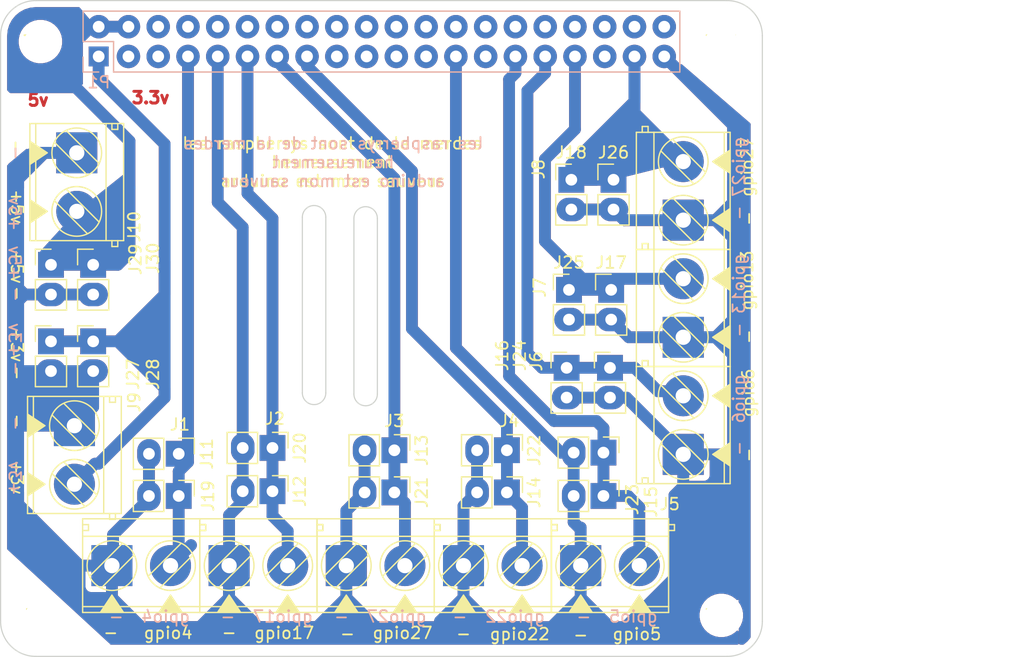
<source format=kicad_pcb>
(kicad_pcb (version 20171130) (host pcbnew "(5.1.2)-2")

  (general
    (thickness 1.6)
    (drawings 77)
    (tracks 502)
    (zones 0)
    (modules 37)
    (nets 32)
  )

  (page A3)
  (title_block
    (date "15 nov 2012")
  )

  (layers
    (0 F.Cu signal)
    (31 B.Cu signal)
    (32 B.Adhes user)
    (33 F.Adhes user)
    (34 B.Paste user)
    (35 F.Paste user)
    (36 B.SilkS user)
    (37 F.SilkS user)
    (38 B.Mask user)
    (39 F.Mask user)
    (40 Dwgs.User user)
    (41 Cmts.User user)
    (42 Eco1.User user)
    (43 Eco2.User user)
    (44 Edge.Cuts user)
    (45 Margin user)
    (46 B.CrtYd user)
    (47 F.CrtYd user)
  )

  (setup
    (last_trace_width 1)
    (trace_clearance 0.8)
    (zone_clearance 0.508)
    (zone_45_only no)
    (trace_min 0.1524)
    (via_size 0.9)
    (via_drill 0.6)
    (via_min_size 0.8)
    (via_min_drill 0.5)
    (uvia_size 0.5)
    (uvia_drill 0.1)
    (uvias_allowed no)
    (uvia_min_size 0.5)
    (uvia_min_drill 0.1)
    (edge_width 0.1)
    (segment_width 0.1)
    (pcb_text_width 0.25)
    (pcb_text_size 1 1)
    (mod_edge_width 0.15)
    (mod_text_size 1 1)
    (mod_text_width 0.15)
    (pad_size 2 2)
    (pad_drill 1)
    (pad_to_mask_clearance 0)
    (aux_axis_origin 200 150)
    (grid_origin 200 150)
    (visible_elements 7FFFFFFF)
    (pcbplotparams
      (layerselection 0x01030_ffffffff)
      (usegerberextensions true)
      (usegerberattributes false)
      (usegerberadvancedattributes false)
      (creategerberjobfile false)
      (excludeedgelayer true)
      (linewidth 0.150000)
      (plotframeref false)
      (viasonmask false)
      (mode 1)
      (useauxorigin false)
      (hpglpennumber 1)
      (hpglpenspeed 20)
      (hpglpendiameter 15.000000)
      (psnegative false)
      (psa4output false)
      (plotreference true)
      (plotvalue true)
      (plotinvisibletext false)
      (padsonsilk false)
      (subtractmaskfromsilk false)
      (outputformat 1)
      (mirror false)
      (drillshape 0)
      (scaleselection 1)
      (outputdirectory ""))
  )

  (net 0 "")
  (net 1 +3V3)
  (net 2 +5V)
  (net 3 GND)
  (net 4 /ID_SD)
  (net 5 /ID_SC)
  (net 6 /GPIO5)
  (net 7 /GPIO6)
  (net 8 /GPIO26)
  (net 9 "/GPIO2(SDA1)")
  (net 10 "/GPIO3(SCL1)")
  (net 11 "/GPIO4(GCLK)")
  (net 12 "/GPIO14(TXD0)")
  (net 13 "/GPIO15(RXD0)")
  (net 14 "/GPIO17(GEN0)")
  (net 15 "/GPIO27(GEN2)")
  (net 16 "/GPIO22(GEN3)")
  (net 17 "/GPIO23(GEN4)")
  (net 18 "/GPIO24(GEN5)")
  (net 19 "/GPIO25(GEN6)")
  (net 20 "/GPIO18(GEN1)(PWM0)")
  (net 21 "/GPIO9(SPI0_MISO)")
  (net 22 "/GPIO11(SPI0_SCK)")
  (net 23 "/GPIO8(SPI0_CE_N)")
  (net 24 "/GPIO7(SPI1_CE_N)")
  (net 25 "/GPIO12(PWM0)")
  (net 26 "/GPIO13(PWM1)")
  (net 27 "/GPIO19(SPI1_MISO)")
  (net 28 /GPIO16)
  (net 29 "/GPIO20(SPI1_MOSI)")
  (net 30 "/GPIO21(SPI1_SCK)")
  (net 31 "Net-(P1-Pad19)")

  (net_class Default "This is the default net class."
    (clearance 0.8)
    (trace_width 1)
    (via_dia 0.9)
    (via_drill 0.6)
    (uvia_dia 0.5)
    (uvia_drill 0.1)
    (add_net +3V3)
    (add_net +5V)
    (add_net "/GPIO11(SPI0_SCK)")
    (add_net "/GPIO12(PWM0)")
    (add_net "/GPIO13(PWM1)")
    (add_net "/GPIO14(TXD0)")
    (add_net "/GPIO15(RXD0)")
    (add_net /GPIO16)
    (add_net "/GPIO17(GEN0)")
    (add_net "/GPIO18(GEN1)(PWM0)")
    (add_net "/GPIO19(SPI1_MISO)")
    (add_net "/GPIO2(SDA1)")
    (add_net "/GPIO20(SPI1_MOSI)")
    (add_net "/GPIO21(SPI1_SCK)")
    (add_net "/GPIO22(GEN3)")
    (add_net "/GPIO23(GEN4)")
    (add_net "/GPIO24(GEN5)")
    (add_net "/GPIO25(GEN6)")
    (add_net /GPIO26)
    (add_net "/GPIO27(GEN2)")
    (add_net "/GPIO3(SCL1)")
    (add_net "/GPIO4(GCLK)")
    (add_net /GPIO5)
    (add_net /GPIO6)
    (add_net "/GPIO7(SPI1_CE_N)")
    (add_net "/GPIO8(SPI0_CE_N)")
    (add_net "/GPIO9(SPI0_MISO)")
    (add_net /ID_SC)
    (add_net /ID_SD)
    (add_net GND)
    (add_net "Net-(P1-Pad19)")
  )

  (net_class Power ""
    (clearance 0.2)
    (trace_width 0.5)
    (via_dia 1)
    (via_drill 0.7)
    (uvia_dia 0.5)
    (uvia_drill 0.1)
  )

  (module atx:logo3 (layer F.Cu) (tedit 0) (tstamp 5DE7CCA6)
    (at 239.4 120.2)
    (fp_text reference G*** (at 0 0) (layer F.SilkS) hide
      (effects (font (size 1.524 1.524) (thickness 0.3)))
    )
    (fp_text value LOGO (at 0.75 0) (layer F.SilkS) hide
      (effects (font (size 1.524 1.524) (thickness 0.3)))
    )
    (fp_poly (pts (xy 1.337353 -1.005917) (xy 1.527379 -0.941065) (xy 1.677048 -0.830202) (xy 1.784739 -0.685245)
      (xy 1.848831 -0.518106) (xy 1.867704 -0.340703) (xy 1.839736 -0.164949) (xy 1.763306 -0.002761)
      (xy 1.636794 0.133948) (xy 1.5034 0.214731) (xy 1.315907 0.269455) (xy 1.124015 0.272916)
      (xy 0.970139 0.231646) (xy 0.90204 0.187029) (xy 0.800869 0.10388) (xy 0.681748 -0.004803)
      (xy 0.589286 -0.095699) (xy 0.330636 -0.358593) (xy 0.776111 -0.358593) (xy 0.805823 -0.270449)
      (xy 0.891851 -0.221205) (xy 0.977194 -0.211667) (xy 1.057069 -0.204729) (xy 1.088577 -0.171018)
      (xy 1.093611 -0.108354) (xy 1.111963 -0.013373) (xy 1.149047 0.050396) (xy 1.201678 0.096074)
      (xy 1.24669 0.098497) (xy 1.307597 0.069314) (xy 1.361468 0.007293) (xy 1.375833 -0.089436)
      (xy 1.382123 -0.172004) (xy 1.412461 -0.205639) (xy 1.474611 -0.211667) (xy 1.58518 -0.23581)
      (xy 1.647687 -0.303001) (xy 1.658055 -0.358593) (xy 1.626507 -0.426483) (xy 1.546571 -0.476292)
      (xy 1.448708 -0.493889) (xy 1.391228 -0.514192) (xy 1.375833 -0.579198) (xy 1.36018 -0.69989)
      (xy 1.310569 -0.762928) (xy 1.249828 -0.776111) (xy 1.165092 -0.744572) (xy 1.109225 -0.660982)
      (xy 1.093611 -0.566764) (xy 1.074641 -0.510472) (xy 1.006959 -0.493909) (xy 1.003097 -0.493889)
      (xy 0.887354 -0.474869) (xy 0.805595 -0.425099) (xy 0.776111 -0.358593) (xy 0.330636 -0.358593)
      (xy 0.314268 -0.375229) (xy 0.612626 -0.661665) (xy 0.792336 -0.823352) (xy 0.944094 -0.932626)
      (xy 1.079934 -0.995204) (xy 1.211893 -1.016803) (xy 1.337353 -1.005917)) (layer Eco2.User) (width 0.01))
    (fp_poly (pts (xy -1.246311 -0.983454) (xy -1.10286 -0.917167) (xy -0.943586 -0.801166) (xy -0.787245 -0.659965)
      (xy -0.490657 -0.375229) (xy -0.765676 -0.096856) (xy -0.88733 0.022176) (xy -1.00084 0.125972)
      (xy -1.091525 0.201497) (xy -1.135957 0.231869) (xy -1.25626 0.26816) (xy -1.410393 0.278993)
      (xy -1.566375 0.264347) (xy -1.675695 0.232221) (xy -1.843572 0.124146) (xy -1.96017 -0.018966)
      (xy -2.026874 -0.185203) (xy -2.045071 -0.362652) (xy -2.044095 -0.368617) (xy -1.799167 -0.368617)
      (xy -1.77611 -0.308218) (xy -1.743731 -0.267104) (xy -1.679923 -0.239258) (xy -1.56641 -0.220247)
      (xy -1.423516 -0.210316) (xy -1.271567 -0.209712) (xy -1.130889 -0.218684) (xy -1.021807 -0.237477)
      (xy -0.973532 -0.257741) (xy -0.925115 -0.333036) (xy -0.922692 -0.390032) (xy -0.930755 -0.427963)
      (xy -0.950648 -0.453145) (xy -0.995129 -0.468688) (xy -1.076955 -0.4777) (xy -1.20888 -0.483288)
      (xy -1.317819 -0.486301) (xy -1.517046 -0.487834) (xy -1.655504 -0.478704) (xy -1.742479 -0.456641)
      (xy -1.787256 -0.419375) (xy -1.799167 -0.368617) (xy -2.044095 -0.368617) (xy -2.016147 -0.539399)
      (xy -1.941487 -0.703531) (xy -1.822478 -0.843136) (xy -1.660506 -0.946299) (xy -1.533729 -0.987971)
      (xy -1.385935 -1.005298) (xy -1.246311 -0.983454)) (layer Eco2.User) (width 0.01))
    (fp_poly (pts (xy 0.158733 -3.590057) (xy 0.355664 -3.577436) (xy 0.436411 -3.566439) (xy 0.862729 -3.457236)
      (xy 1.269212 -3.284931) (xy 1.649045 -3.055765) (xy 1.99541 -2.775981) (xy 2.301492 -2.45182)
      (xy 2.560474 -2.089525) (xy 2.765539 -1.695338) (xy 2.900729 -1.309849) (xy 2.940528 -1.110286)
      (xy 2.967318 -0.864144) (xy 2.980915 -0.591853) (xy 2.981139 -0.313839) (xy 2.967808 -0.050532)
      (xy 2.940739 0.177641) (xy 2.915049 0.299861) (xy 2.769094 0.722806) (xy 2.564104 1.113563)
      (xy 2.296621 1.47787) (xy 2.041142 1.748539) (xy 1.734927 2.015845) (xy 1.427769 2.226282)
      (xy 1.100867 2.39124) (xy 0.79375 2.504102) (xy 0.673142 2.537762) (xy 0.547213 2.561735)
      (xy 0.398856 2.578013) (xy 0.210963 2.588582) (xy 0.017639 2.594333) (xy -0.185117 2.596538)
      (xy -0.378105 2.594334) (xy -0.543095 2.588225) (xy -0.661858 2.578713) (xy -0.687917 2.574892)
      (xy -1.078147 2.473705) (xy -1.466172 2.313218) (xy -1.831677 2.102321) (xy -1.937108 2.028192)
      (xy -2.298192 1.720713) (xy -2.604449 1.372435) (xy -2.852752 0.988038) (xy -3.039973 0.572199)
      (xy -3.142674 0.224363) (xy -3.183907 -0.023873) (xy -3.205192 -0.309665) (xy -3.205683 -0.389739)
      (xy -2.624801 -0.389739) (xy -2.607612 -0.12355) (xy -2.54588 0.10177) (xy -2.432725 0.305012)
      (xy -2.319782 0.443613) (xy -2.09254 0.644491) (xy -1.839492 0.781823) (xy -1.567336 0.853885)
      (xy -1.282771 0.858951) (xy -0.992496 0.795299) (xy -0.975894 0.789557) (xy -0.795704 0.699984)
      (xy -0.593154 0.55266) (xy -0.376145 0.353568) (xy -0.309412 0.284649) (xy -0.213567 0.186451)
      (xy -0.13489 0.111971) (xy -0.086441 0.073356) (xy -0.079279 0.070555) (xy -0.044733 0.094241)
      (xy 0.027816 0.158541) (xy 0.127358 0.253314) (xy 0.230133 0.355482) (xy 0.417263 0.534896)
      (xy 0.579942 0.664274) (xy 0.733756 0.75168) (xy 0.89429 0.805177) (xy 1.07713 0.832825)
      (xy 1.164166 0.838661) (xy 1.335805 0.842823) (xy 1.465915 0.833128) (xy 1.582753 0.806132)
      (xy 1.665168 0.777599) (xy 1.900955 0.653153) (xy 2.111106 0.472723) (xy 2.280877 0.250032)
      (xy 2.331777 0.157101) (xy 2.392217 0.02351) (xy 2.426044 -0.089567) (xy 2.440488 -0.214672)
      (xy 2.442947 -0.343308) (xy 2.420372 -0.624237) (xy 2.349067 -0.864412) (xy 2.222783 -1.079412)
      (xy 2.084211 -1.237545) (xy 1.88185 -1.409299) (xy 1.673193 -1.519202) (xy 1.441483 -1.573603)
      (xy 1.181805 -1.579505) (xy 0.989639 -1.561232) (xy 0.826541 -1.523427) (xy 0.677077 -1.458204)
      (xy 0.525809 -1.357676) (xy 0.3573 -1.213957) (xy 0.231676 -1.094098) (xy -0.091149 -0.777515)
      (xy -0.385348 -1.073251) (xy -0.579553 -1.258551) (xy -0.74806 -1.393179) (xy -0.905511 -1.484347)
      (xy -1.066548 -1.539267) (xy -1.245813 -1.565152) (xy -1.393473 -1.569861) (xy -1.562321 -1.566537)
      (xy -1.686564 -1.553444) (xy -1.791969 -1.525901) (xy -1.904303 -1.479225) (xy -1.911932 -1.475663)
      (xy -2.137683 -1.335986) (xy -2.337942 -1.147415) (xy -2.493374 -0.929326) (xy -2.531031 -0.855282)
      (xy -2.586292 -0.712482) (xy -2.61521 -0.570103) (xy -2.624762 -0.393511) (xy -2.624801 -0.389739)
      (xy -3.205683 -0.389739) (xy -3.207046 -0.611655) (xy -3.189982 -0.908483) (xy -3.154517 -1.178791)
      (xy -3.103649 -1.393473) (xy -2.936259 -1.810866) (xy -2.707852 -2.208281) (xy -2.427665 -2.572266)
      (xy -2.104934 -2.889372) (xy -2.039264 -2.943455) (xy -1.816892 -3.10016) (xy -1.554754 -3.251683)
      (xy -1.279405 -3.384415) (xy -1.017398 -3.484749) (xy -0.934861 -3.509395) (xy -0.7721 -3.541764)
      (xy -0.560215 -3.566894) (xy -0.320351 -3.583906) (xy -0.073654 -3.59192) (xy 0.158733 -3.590057)) (layer Eco2.User) (width 0.01))
  )

  (module atx:logo3 (layer F.Cu) (tedit 0) (tstamp 5DE7CB4D)
    (at 219.8 120.5)
    (fp_text reference G*** (at 0 0) (layer F.SilkS) hide
      (effects (font (size 1.524 1.524) (thickness 0.3)))
    )
    (fp_text value LOGO (at 0.75 0) (layer F.SilkS) hide
      (effects (font (size 1.524 1.524) (thickness 0.3)))
    )
    (fp_poly (pts (xy 1.337353 -1.005917) (xy 1.527379 -0.941065) (xy 1.677048 -0.830202) (xy 1.784739 -0.685245)
      (xy 1.848831 -0.518106) (xy 1.867704 -0.340703) (xy 1.839736 -0.164949) (xy 1.763306 -0.002761)
      (xy 1.636794 0.133948) (xy 1.5034 0.214731) (xy 1.315907 0.269455) (xy 1.124015 0.272916)
      (xy 0.970139 0.231646) (xy 0.90204 0.187029) (xy 0.800869 0.10388) (xy 0.681748 -0.004803)
      (xy 0.589286 -0.095699) (xy 0.330636 -0.358593) (xy 0.776111 -0.358593) (xy 0.805823 -0.270449)
      (xy 0.891851 -0.221205) (xy 0.977194 -0.211667) (xy 1.057069 -0.204729) (xy 1.088577 -0.171018)
      (xy 1.093611 -0.108354) (xy 1.111963 -0.013373) (xy 1.149047 0.050396) (xy 1.201678 0.096074)
      (xy 1.24669 0.098497) (xy 1.307597 0.069314) (xy 1.361468 0.007293) (xy 1.375833 -0.089436)
      (xy 1.382123 -0.172004) (xy 1.412461 -0.205639) (xy 1.474611 -0.211667) (xy 1.58518 -0.23581)
      (xy 1.647687 -0.303001) (xy 1.658055 -0.358593) (xy 1.626507 -0.426483) (xy 1.546571 -0.476292)
      (xy 1.448708 -0.493889) (xy 1.391228 -0.514192) (xy 1.375833 -0.579198) (xy 1.36018 -0.69989)
      (xy 1.310569 -0.762928) (xy 1.249828 -0.776111) (xy 1.165092 -0.744572) (xy 1.109225 -0.660982)
      (xy 1.093611 -0.566764) (xy 1.074641 -0.510472) (xy 1.006959 -0.493909) (xy 1.003097 -0.493889)
      (xy 0.887354 -0.474869) (xy 0.805595 -0.425099) (xy 0.776111 -0.358593) (xy 0.330636 -0.358593)
      (xy 0.314268 -0.375229) (xy 0.612626 -0.661665) (xy 0.792336 -0.823352) (xy 0.944094 -0.932626)
      (xy 1.079934 -0.995204) (xy 1.211893 -1.016803) (xy 1.337353 -1.005917)) (layer Eco2.User) (width 0.01))
    (fp_poly (pts (xy -1.246311 -0.983454) (xy -1.10286 -0.917167) (xy -0.943586 -0.801166) (xy -0.787245 -0.659965)
      (xy -0.490657 -0.375229) (xy -0.765676 -0.096856) (xy -0.88733 0.022176) (xy -1.00084 0.125972)
      (xy -1.091525 0.201497) (xy -1.135957 0.231869) (xy -1.25626 0.26816) (xy -1.410393 0.278993)
      (xy -1.566375 0.264347) (xy -1.675695 0.232221) (xy -1.843572 0.124146) (xy -1.96017 -0.018966)
      (xy -2.026874 -0.185203) (xy -2.045071 -0.362652) (xy -2.044095 -0.368617) (xy -1.799167 -0.368617)
      (xy -1.77611 -0.308218) (xy -1.743731 -0.267104) (xy -1.679923 -0.239258) (xy -1.56641 -0.220247)
      (xy -1.423516 -0.210316) (xy -1.271567 -0.209712) (xy -1.130889 -0.218684) (xy -1.021807 -0.237477)
      (xy -0.973532 -0.257741) (xy -0.925115 -0.333036) (xy -0.922692 -0.390032) (xy -0.930755 -0.427963)
      (xy -0.950648 -0.453145) (xy -0.995129 -0.468688) (xy -1.076955 -0.4777) (xy -1.20888 -0.483288)
      (xy -1.317819 -0.486301) (xy -1.517046 -0.487834) (xy -1.655504 -0.478704) (xy -1.742479 -0.456641)
      (xy -1.787256 -0.419375) (xy -1.799167 -0.368617) (xy -2.044095 -0.368617) (xy -2.016147 -0.539399)
      (xy -1.941487 -0.703531) (xy -1.822478 -0.843136) (xy -1.660506 -0.946299) (xy -1.533729 -0.987971)
      (xy -1.385935 -1.005298) (xy -1.246311 -0.983454)) (layer Eco2.User) (width 0.01))
    (fp_poly (pts (xy 0.158733 -3.590057) (xy 0.355664 -3.577436) (xy 0.436411 -3.566439) (xy 0.862729 -3.457236)
      (xy 1.269212 -3.284931) (xy 1.649045 -3.055765) (xy 1.99541 -2.775981) (xy 2.301492 -2.45182)
      (xy 2.560474 -2.089525) (xy 2.765539 -1.695338) (xy 2.900729 -1.309849) (xy 2.940528 -1.110286)
      (xy 2.967318 -0.864144) (xy 2.980915 -0.591853) (xy 2.981139 -0.313839) (xy 2.967808 -0.050532)
      (xy 2.940739 0.177641) (xy 2.915049 0.299861) (xy 2.769094 0.722806) (xy 2.564104 1.113563)
      (xy 2.296621 1.47787) (xy 2.041142 1.748539) (xy 1.734927 2.015845) (xy 1.427769 2.226282)
      (xy 1.100867 2.39124) (xy 0.79375 2.504102) (xy 0.673142 2.537762) (xy 0.547213 2.561735)
      (xy 0.398856 2.578013) (xy 0.210963 2.588582) (xy 0.017639 2.594333) (xy -0.185117 2.596538)
      (xy -0.378105 2.594334) (xy -0.543095 2.588225) (xy -0.661858 2.578713) (xy -0.687917 2.574892)
      (xy -1.078147 2.473705) (xy -1.466172 2.313218) (xy -1.831677 2.102321) (xy -1.937108 2.028192)
      (xy -2.298192 1.720713) (xy -2.604449 1.372435) (xy -2.852752 0.988038) (xy -3.039973 0.572199)
      (xy -3.142674 0.224363) (xy -3.183907 -0.023873) (xy -3.205192 -0.309665) (xy -3.205683 -0.389739)
      (xy -2.624801 -0.389739) (xy -2.607612 -0.12355) (xy -2.54588 0.10177) (xy -2.432725 0.305012)
      (xy -2.319782 0.443613) (xy -2.09254 0.644491) (xy -1.839492 0.781823) (xy -1.567336 0.853885)
      (xy -1.282771 0.858951) (xy -0.992496 0.795299) (xy -0.975894 0.789557) (xy -0.795704 0.699984)
      (xy -0.593154 0.55266) (xy -0.376145 0.353568) (xy -0.309412 0.284649) (xy -0.213567 0.186451)
      (xy -0.13489 0.111971) (xy -0.086441 0.073356) (xy -0.079279 0.070555) (xy -0.044733 0.094241)
      (xy 0.027816 0.158541) (xy 0.127358 0.253314) (xy 0.230133 0.355482) (xy 0.417263 0.534896)
      (xy 0.579942 0.664274) (xy 0.733756 0.75168) (xy 0.89429 0.805177) (xy 1.07713 0.832825)
      (xy 1.164166 0.838661) (xy 1.335805 0.842823) (xy 1.465915 0.833128) (xy 1.582753 0.806132)
      (xy 1.665168 0.777599) (xy 1.900955 0.653153) (xy 2.111106 0.472723) (xy 2.280877 0.250032)
      (xy 2.331777 0.157101) (xy 2.392217 0.02351) (xy 2.426044 -0.089567) (xy 2.440488 -0.214672)
      (xy 2.442947 -0.343308) (xy 2.420372 -0.624237) (xy 2.349067 -0.864412) (xy 2.222783 -1.079412)
      (xy 2.084211 -1.237545) (xy 1.88185 -1.409299) (xy 1.673193 -1.519202) (xy 1.441483 -1.573603)
      (xy 1.181805 -1.579505) (xy 0.989639 -1.561232) (xy 0.826541 -1.523427) (xy 0.677077 -1.458204)
      (xy 0.525809 -1.357676) (xy 0.3573 -1.213957) (xy 0.231676 -1.094098) (xy -0.091149 -0.777515)
      (xy -0.385348 -1.073251) (xy -0.579553 -1.258551) (xy -0.74806 -1.393179) (xy -0.905511 -1.484347)
      (xy -1.066548 -1.539267) (xy -1.245813 -1.565152) (xy -1.393473 -1.569861) (xy -1.562321 -1.566537)
      (xy -1.686564 -1.553444) (xy -1.791969 -1.525901) (xy -1.904303 -1.479225) (xy -1.911932 -1.475663)
      (xy -2.137683 -1.335986) (xy -2.337942 -1.147415) (xy -2.493374 -0.929326) (xy -2.531031 -0.855282)
      (xy -2.586292 -0.712482) (xy -2.61521 -0.570103) (xy -2.624762 -0.393511) (xy -2.624801 -0.389739)
      (xy -3.205683 -0.389739) (xy -3.207046 -0.611655) (xy -3.189982 -0.908483) (xy -3.154517 -1.178791)
      (xy -3.103649 -1.393473) (xy -2.936259 -1.810866) (xy -2.707852 -2.208281) (xy -2.427665 -2.572266)
      (xy -2.104934 -2.889372) (xy -2.039264 -2.943455) (xy -1.816892 -3.10016) (xy -1.554754 -3.251683)
      (xy -1.279405 -3.384415) (xy -1.017398 -3.484749) (xy -0.934861 -3.509395) (xy -0.7721 -3.541764)
      (xy -0.560215 -3.566894) (xy -0.320351 -3.583906) (xy -0.073654 -3.59192) (xy 0.158733 -3.590057)) (layer Eco2.User) (width 0.01))
  )

  (module atx:PinHeader_1x02_P2.54mm_Vertical (layer F.Cu) (tedit 5DD9C79F) (tstamp 5DE6DE1A)
    (at 207.9 116.56)
    (descr "Through hole straight pin header, 1x02, 2.54mm pitch, single row")
    (tags "Through hole pin header THT 1x02 2.54mm single row")
    (path /5DEF8524)
    (fp_text reference J30 (at 5.1 -0.56 90) (layer F.SilkS)
      (effects (font (size 1 1) (thickness 0.15)))
    )
    (fp_text value Conn_01x02_Male (at 0 4.87 -180) (layer F.Fab)
      (effects (font (size 1 1) (thickness 0.15)))
    )
    (fp_line (start -0.635 -1.27) (end 1.27 -1.27) (layer F.Fab) (width 0.1))
    (fp_line (start 1.27 -1.27) (end 1.27 3.81) (layer F.Fab) (width 0.1))
    (fp_line (start 1.27 3.81) (end -1.27 3.81) (layer F.Fab) (width 0.1))
    (fp_line (start -1.27 3.81) (end -1.27 -0.635) (layer F.Fab) (width 0.1))
    (fp_line (start -1.27 -0.635) (end -0.635 -1.27) (layer F.Fab) (width 0.1))
    (fp_line (start -1.33 3.87) (end 1.33 3.87) (layer F.SilkS) (width 0.12))
    (fp_line (start -1.33 1.27) (end -1.33 3.87) (layer F.SilkS) (width 0.12))
    (fp_line (start 1.33 1.27) (end 1.33 3.87) (layer F.SilkS) (width 0.12))
    (fp_line (start -1.33 1.27) (end 1.33 1.27) (layer F.SilkS) (width 0.12))
    (fp_line (start -1.33 0) (end -1.33 -1.33) (layer F.SilkS) (width 0.12))
    (fp_line (start -1.33 -1.33) (end 0 -1.33) (layer F.SilkS) (width 0.12))
    (fp_line (start -1.8 -1.8) (end -1.8 4.35) (layer F.CrtYd) (width 0.05))
    (fp_line (start -1.8 4.35) (end 1.8 4.35) (layer F.CrtYd) (width 0.05))
    (fp_line (start 1.8 4.35) (end 1.8 -1.8) (layer F.CrtYd) (width 0.05))
    (fp_line (start 1.8 -1.8) (end -1.8 -1.8) (layer F.CrtYd) (width 0.05))
    (fp_text user %R (at 0 1.27 -270) (layer F.Fab)
      (effects (font (size 1 1) (thickness 0.15)))
    )
    (pad 1 thru_hole rect (at 0 0) (size 2.2 2.2) (drill 1) (layers *.Cu *.Mask)
      (net 2 +5V))
    (pad 2 thru_hole oval (at 0 2.54) (size 2.5 2) (drill 1) (layers *.Cu *.Mask)
      (net 3 GND))
    (model ${KISYS3DMOD}/Connector_PinHeader_2.54mm.3dshapes/PinHeader_1x02_P2.54mm_Vertical.wrl
      (at (xyz 0 0 0))
      (scale (xyz 1 1 1))
      (rotate (xyz 0 0 0))
    )
  )

  (module atx:PinHeader_1x02_P2.54mm_Vertical (layer F.Cu) (tedit 5DD9C79F) (tstamp 5DE6DE04)
    (at 204.3 116.56)
    (descr "Through hole straight pin header, 1x02, 2.54mm pitch, single row")
    (tags "Through hole pin header THT 1x02 2.54mm single row")
    (path /5DEEE128)
    (fp_text reference J29 (at 7.2 -0.46 90) (layer F.SilkS)
      (effects (font (size 1 1) (thickness 0.15)))
    )
    (fp_text value Conn_01x02_Male (at 0 4.87 -180) (layer F.Fab)
      (effects (font (size 1 1) (thickness 0.15)))
    )
    (fp_line (start -0.635 -1.27) (end 1.27 -1.27) (layer F.Fab) (width 0.1))
    (fp_line (start 1.27 -1.27) (end 1.27 3.81) (layer F.Fab) (width 0.1))
    (fp_line (start 1.27 3.81) (end -1.27 3.81) (layer F.Fab) (width 0.1))
    (fp_line (start -1.27 3.81) (end -1.27 -0.635) (layer F.Fab) (width 0.1))
    (fp_line (start -1.27 -0.635) (end -0.635 -1.27) (layer F.Fab) (width 0.1))
    (fp_line (start -1.33 3.87) (end 1.33 3.87) (layer F.SilkS) (width 0.12))
    (fp_line (start -1.33 1.27) (end -1.33 3.87) (layer F.SilkS) (width 0.12))
    (fp_line (start 1.33 1.27) (end 1.33 3.87) (layer F.SilkS) (width 0.12))
    (fp_line (start -1.33 1.27) (end 1.33 1.27) (layer F.SilkS) (width 0.12))
    (fp_line (start -1.33 0) (end -1.33 -1.33) (layer F.SilkS) (width 0.12))
    (fp_line (start -1.33 -1.33) (end 0 -1.33) (layer F.SilkS) (width 0.12))
    (fp_line (start -1.8 -1.8) (end -1.8 4.35) (layer F.CrtYd) (width 0.05))
    (fp_line (start -1.8 4.35) (end 1.8 4.35) (layer F.CrtYd) (width 0.05))
    (fp_line (start 1.8 4.35) (end 1.8 -1.8) (layer F.CrtYd) (width 0.05))
    (fp_line (start 1.8 -1.8) (end -1.8 -1.8) (layer F.CrtYd) (width 0.05))
    (fp_text user %R (at 0 1.27 -270) (layer F.Fab)
      (effects (font (size 1 1) (thickness 0.15)))
    )
    (pad 1 thru_hole rect (at 0 0) (size 2.2 2.2) (drill 1) (layers *.Cu *.Mask)
      (net 2 +5V))
    (pad 2 thru_hole oval (at 0 2.54) (size 2.5 2) (drill 1) (layers *.Cu *.Mask)
      (net 3 GND))
    (model ${KISYS3DMOD}/Connector_PinHeader_2.54mm.3dshapes/PinHeader_1x02_P2.54mm_Vertical.wrl
      (at (xyz 0 0 0))
      (scale (xyz 1 1 1))
      (rotate (xyz 0 0 0))
    )
  )

  (module atx:PinHeader_1x02_P2.54mm_Vertical (layer F.Cu) (tedit 5DD9C79F) (tstamp 5DE6DDEE)
    (at 207.9 123.1)
    (descr "Through hole straight pin header, 1x02, 2.54mm pitch, single row")
    (tags "Through hole pin header THT 1x02 2.54mm single row")
    (path /5DEF851A)
    (fp_text reference J28 (at 5.1 2.8 270) (layer F.SilkS)
      (effects (font (size 1 1) (thickness 0.15)))
    )
    (fp_text value Conn_01x02_Male (at 0 4.87 180) (layer F.Fab)
      (effects (font (size 1 1) (thickness 0.15)))
    )
    (fp_line (start -0.635 -1.27) (end 1.27 -1.27) (layer F.Fab) (width 0.1))
    (fp_line (start 1.27 -1.27) (end 1.27 3.81) (layer F.Fab) (width 0.1))
    (fp_line (start 1.27 3.81) (end -1.27 3.81) (layer F.Fab) (width 0.1))
    (fp_line (start -1.27 3.81) (end -1.27 -0.635) (layer F.Fab) (width 0.1))
    (fp_line (start -1.27 -0.635) (end -0.635 -1.27) (layer F.Fab) (width 0.1))
    (fp_line (start -1.33 3.87) (end 1.33 3.87) (layer F.SilkS) (width 0.12))
    (fp_line (start -1.33 1.27) (end -1.33 3.87) (layer F.SilkS) (width 0.12))
    (fp_line (start 1.33 1.27) (end 1.33 3.87) (layer F.SilkS) (width 0.12))
    (fp_line (start -1.33 1.27) (end 1.33 1.27) (layer F.SilkS) (width 0.12))
    (fp_line (start -1.33 0) (end -1.33 -1.33) (layer F.SilkS) (width 0.12))
    (fp_line (start -1.33 -1.33) (end 0 -1.33) (layer F.SilkS) (width 0.12))
    (fp_line (start -1.8 -1.8) (end -1.8 4.35) (layer F.CrtYd) (width 0.05))
    (fp_line (start -1.8 4.35) (end 1.8 4.35) (layer F.CrtYd) (width 0.05))
    (fp_line (start 1.8 4.35) (end 1.8 -1.8) (layer F.CrtYd) (width 0.05))
    (fp_line (start 1.8 -1.8) (end -1.8 -1.8) (layer F.CrtYd) (width 0.05))
    (fp_text user %R (at 0 1.27 90) (layer F.Fab)
      (effects (font (size 1 1) (thickness 0.15)))
    )
    (pad 1 thru_hole rect (at 0 0) (size 2.2 2.2) (drill 1) (layers *.Cu *.Mask)
      (net 1 +3V3))
    (pad 2 thru_hole oval (at 0 2.54) (size 2.5 2) (drill 1) (layers *.Cu *.Mask)
      (net 3 GND))
    (model ${KISYS3DMOD}/Connector_PinHeader_2.54mm.3dshapes/PinHeader_1x02_P2.54mm_Vertical.wrl
      (at (xyz 0 0 0))
      (scale (xyz 1 1 1))
      (rotate (xyz 0 0 0))
    )
  )

  (module atx:PinHeader_1x02_P2.54mm_Vertical (layer F.Cu) (tedit 5DD9C79F) (tstamp 5DE6DDD8)
    (at 204.3 123.1)
    (descr "Through hole straight pin header, 1x02, 2.54mm pitch, single row")
    (tags "Through hole pin header THT 1x02 2.54mm single row")
    (path /5DEEE11E)
    (fp_text reference J27 (at 7 2.8 270) (layer F.SilkS)
      (effects (font (size 1 1) (thickness 0.15)))
    )
    (fp_text value Conn_01x02_Male (at 0 4.87 180) (layer F.Fab)
      (effects (font (size 1 1) (thickness 0.15)))
    )
    (fp_line (start -0.635 -1.27) (end 1.27 -1.27) (layer F.Fab) (width 0.1))
    (fp_line (start 1.27 -1.27) (end 1.27 3.81) (layer F.Fab) (width 0.1))
    (fp_line (start 1.27 3.81) (end -1.27 3.81) (layer F.Fab) (width 0.1))
    (fp_line (start -1.27 3.81) (end -1.27 -0.635) (layer F.Fab) (width 0.1))
    (fp_line (start -1.27 -0.635) (end -0.635 -1.27) (layer F.Fab) (width 0.1))
    (fp_line (start -1.33 3.87) (end 1.33 3.87) (layer F.SilkS) (width 0.12))
    (fp_line (start -1.33 1.27) (end -1.33 3.87) (layer F.SilkS) (width 0.12))
    (fp_line (start 1.33 1.27) (end 1.33 3.87) (layer F.SilkS) (width 0.12))
    (fp_line (start -1.33 1.27) (end 1.33 1.27) (layer F.SilkS) (width 0.12))
    (fp_line (start -1.33 0) (end -1.33 -1.33) (layer F.SilkS) (width 0.12))
    (fp_line (start -1.33 -1.33) (end 0 -1.33) (layer F.SilkS) (width 0.12))
    (fp_line (start -1.8 -1.8) (end -1.8 4.35) (layer F.CrtYd) (width 0.05))
    (fp_line (start -1.8 4.35) (end 1.8 4.35) (layer F.CrtYd) (width 0.05))
    (fp_line (start 1.8 4.35) (end 1.8 -1.8) (layer F.CrtYd) (width 0.05))
    (fp_line (start 1.8 -1.8) (end -1.8 -1.8) (layer F.CrtYd) (width 0.05))
    (fp_text user %R (at 0 1.27 90) (layer F.Fab)
      (effects (font (size 1 1) (thickness 0.15)))
    )
    (pad 1 thru_hole rect (at 0 0) (size 2.2 2.2) (drill 1) (layers *.Cu *.Mask)
      (net 1 +3V3))
    (pad 2 thru_hole oval (at 0 2.54) (size 2.5 2) (drill 1) (layers *.Cu *.Mask)
      (net 3 GND))
    (model ${KISYS3DMOD}/Connector_PinHeader_2.54mm.3dshapes/PinHeader_1x02_P2.54mm_Vertical.wrl
      (at (xyz 0 0 0))
      (scale (xyz 1 1 1))
      (rotate (xyz 0 0 0))
    )
  )

  (module atx:PinHeader_1x02_P2.54mm_Vertical (layer F.Cu) (tedit 5DD9C79F) (tstamp 5DE6DDC2)
    (at 252.3 109.3)
    (descr "Through hole straight pin header, 1x02, 2.54mm pitch, single row")
    (tags "Through hole pin header THT 1x02 2.54mm single row")
    (path /5DEA20D4)
    (fp_text reference J26 (at 0 -2.33 180) (layer F.SilkS)
      (effects (font (size 1 1) (thickness 0.15)))
    )
    (fp_text value Conn_01x02_Male (at 0 4.87 180) (layer F.Fab)
      (effects (font (size 1 1) (thickness 0.15)))
    )
    (fp_line (start -0.635 -1.27) (end 1.27 -1.27) (layer F.Fab) (width 0.1))
    (fp_line (start 1.27 -1.27) (end 1.27 3.81) (layer F.Fab) (width 0.1))
    (fp_line (start 1.27 3.81) (end -1.27 3.81) (layer F.Fab) (width 0.1))
    (fp_line (start -1.27 3.81) (end -1.27 -0.635) (layer F.Fab) (width 0.1))
    (fp_line (start -1.27 -0.635) (end -0.635 -1.27) (layer F.Fab) (width 0.1))
    (fp_line (start -1.33 3.87) (end 1.33 3.87) (layer F.SilkS) (width 0.12))
    (fp_line (start -1.33 1.27) (end -1.33 3.87) (layer F.SilkS) (width 0.12))
    (fp_line (start 1.33 1.27) (end 1.33 3.87) (layer F.SilkS) (width 0.12))
    (fp_line (start -1.33 1.27) (end 1.33 1.27) (layer F.SilkS) (width 0.12))
    (fp_line (start -1.33 0) (end -1.33 -1.33) (layer F.SilkS) (width 0.12))
    (fp_line (start -1.33 -1.33) (end 0 -1.33) (layer F.SilkS) (width 0.12))
    (fp_line (start -1.8 -1.8) (end -1.8 4.35) (layer F.CrtYd) (width 0.05))
    (fp_line (start -1.8 4.35) (end 1.8 4.35) (layer F.CrtYd) (width 0.05))
    (fp_line (start 1.8 4.35) (end 1.8 -1.8) (layer F.CrtYd) (width 0.05))
    (fp_line (start 1.8 -1.8) (end -1.8 -1.8) (layer F.CrtYd) (width 0.05))
    (fp_text user %R (at 0 1.27 -270) (layer F.Fab)
      (effects (font (size 1 1) (thickness 0.15)))
    )
    (pad 1 thru_hole rect (at 0 0) (size 2.2 2.2) (drill 1) (layers *.Cu *.Mask)
      (net 8 /GPIO26))
    (pad 2 thru_hole oval (at 0 2.54) (size 2.5 2) (drill 1) (layers *.Cu *.Mask)
      (net 3 GND))
    (model ${KISYS3DMOD}/Connector_PinHeader_2.54mm.3dshapes/PinHeader_1x02_P2.54mm_Vertical.wrl
      (at (xyz 0 0 0))
      (scale (xyz 1 1 1))
      (rotate (xyz 0 0 0))
    )
  )

  (module atx:PinHeader_1x02_P2.54mm_Vertical (layer F.Cu) (tedit 5DD9C79F) (tstamp 5DE6DDAC)
    (at 248.5 118.7)
    (descr "Through hole straight pin header, 1x02, 2.54mm pitch, single row")
    (tags "Through hole pin header THT 1x02 2.54mm single row")
    (path /5DE9C8ED)
    (fp_text reference J25 (at 0 -2.33 180) (layer F.SilkS)
      (effects (font (size 1 1) (thickness 0.15)))
    )
    (fp_text value Conn_01x02_Male (at 0 4.87 180) (layer F.Fab)
      (effects (font (size 1 1) (thickness 0.15)))
    )
    (fp_line (start -0.635 -1.27) (end 1.27 -1.27) (layer F.Fab) (width 0.1))
    (fp_line (start 1.27 -1.27) (end 1.27 3.81) (layer F.Fab) (width 0.1))
    (fp_line (start 1.27 3.81) (end -1.27 3.81) (layer F.Fab) (width 0.1))
    (fp_line (start -1.27 3.81) (end -1.27 -0.635) (layer F.Fab) (width 0.1))
    (fp_line (start -1.27 -0.635) (end -0.635 -1.27) (layer F.Fab) (width 0.1))
    (fp_line (start -1.33 3.87) (end 1.33 3.87) (layer F.SilkS) (width 0.12))
    (fp_line (start -1.33 1.27) (end -1.33 3.87) (layer F.SilkS) (width 0.12))
    (fp_line (start 1.33 1.27) (end 1.33 3.87) (layer F.SilkS) (width 0.12))
    (fp_line (start -1.33 1.27) (end 1.33 1.27) (layer F.SilkS) (width 0.12))
    (fp_line (start -1.33 0) (end -1.33 -1.33) (layer F.SilkS) (width 0.12))
    (fp_line (start -1.33 -1.33) (end 0 -1.33) (layer F.SilkS) (width 0.12))
    (fp_line (start -1.8 -1.8) (end -1.8 4.35) (layer F.CrtYd) (width 0.05))
    (fp_line (start -1.8 4.35) (end 1.8 4.35) (layer F.CrtYd) (width 0.05))
    (fp_line (start 1.8 4.35) (end 1.8 -1.8) (layer F.CrtYd) (width 0.05))
    (fp_line (start 1.8 -1.8) (end -1.8 -1.8) (layer F.CrtYd) (width 0.05))
    (fp_text user %R (at 0 1.27 90) (layer F.Fab)
      (effects (font (size 1 1) (thickness 0.15)))
    )
    (pad 1 thru_hole rect (at 0 0) (size 2.2 2.2) (drill 1) (layers *.Cu *.Mask)
      (net 26 "/GPIO13(PWM1)"))
    (pad 2 thru_hole oval (at 0 2.54) (size 2.5 2) (drill 1) (layers *.Cu *.Mask)
      (net 3 GND))
    (model ${KISYS3DMOD}/Connector_PinHeader_2.54mm.3dshapes/PinHeader_1x02_P2.54mm_Vertical.wrl
      (at (xyz 0 0 0))
      (scale (xyz 1 1 1))
      (rotate (xyz 0 0 0))
    )
  )

  (module atx:PinHeader_1x02_P2.54mm_Vertical (layer F.Cu) (tedit 5DD9C79F) (tstamp 5DE6DD96)
    (at 248.3 125.36)
    (descr "Through hole straight pin header, 1x02, 2.54mm pitch, single row")
    (tags "Through hole pin header THT 1x02 2.54mm single row")
    (path /5DE9767A)
    (fp_text reference J24 (at -4 -1.06 270) (layer F.SilkS)
      (effects (font (size 1 1) (thickness 0.15)))
    )
    (fp_text value Conn_01x02_Male (at 0 4.87 180) (layer F.Fab)
      (effects (font (size 1 1) (thickness 0.15)))
    )
    (fp_line (start -0.635 -1.27) (end 1.27 -1.27) (layer F.Fab) (width 0.1))
    (fp_line (start 1.27 -1.27) (end 1.27 3.81) (layer F.Fab) (width 0.1))
    (fp_line (start 1.27 3.81) (end -1.27 3.81) (layer F.Fab) (width 0.1))
    (fp_line (start -1.27 3.81) (end -1.27 -0.635) (layer F.Fab) (width 0.1))
    (fp_line (start -1.27 -0.635) (end -0.635 -1.27) (layer F.Fab) (width 0.1))
    (fp_line (start -1.33 3.87) (end 1.33 3.87) (layer F.SilkS) (width 0.12))
    (fp_line (start -1.33 1.27) (end -1.33 3.87) (layer F.SilkS) (width 0.12))
    (fp_line (start 1.33 1.27) (end 1.33 3.87) (layer F.SilkS) (width 0.12))
    (fp_line (start -1.33 1.27) (end 1.33 1.27) (layer F.SilkS) (width 0.12))
    (fp_line (start -1.33 0) (end -1.33 -1.33) (layer F.SilkS) (width 0.12))
    (fp_line (start -1.33 -1.33) (end 0 -1.33) (layer F.SilkS) (width 0.12))
    (fp_line (start -1.8 -1.8) (end -1.8 4.35) (layer F.CrtYd) (width 0.05))
    (fp_line (start -1.8 4.35) (end 1.8 4.35) (layer F.CrtYd) (width 0.05))
    (fp_line (start 1.8 4.35) (end 1.8 -1.8) (layer F.CrtYd) (width 0.05))
    (fp_line (start 1.8 -1.8) (end -1.8 -1.8) (layer F.CrtYd) (width 0.05))
    (fp_text user %R (at 0 1.27 90) (layer F.Fab)
      (effects (font (size 1 1) (thickness 0.15)))
    )
    (pad 1 thru_hole rect (at 0 0) (size 2.2 2.2) (drill 1) (layers *.Cu *.Mask)
      (net 7 /GPIO6))
    (pad 2 thru_hole oval (at 0 2.54) (size 2.5 2) (drill 1) (layers *.Cu *.Mask)
      (net 3 GND))
    (model ${KISYS3DMOD}/Connector_PinHeader_2.54mm.3dshapes/PinHeader_1x02_P2.54mm_Vertical.wrl
      (at (xyz 0 0 0))
      (scale (xyz 1 1 1))
      (rotate (xyz 0 0 0))
    )
  )

  (module atx:PinHeader_1x02_P2.54mm_Vertical (layer F.Cu) (tedit 5DD9C79F) (tstamp 5DE6DD80)
    (at 251.44 136.3 270)
    (descr "Through hole straight pin header, 1x02, 2.54mm pitch, single row")
    (tags "Through hole pin header THT 1x02 2.54mm single row")
    (path /5DE93052)
    (fp_text reference J23 (at 0.3 -2.46 270) (layer F.SilkS)
      (effects (font (size 1 1) (thickness 0.15)))
    )
    (fp_text value Conn_01x02_Male (at 0 4.87 270) (layer F.Fab)
      (effects (font (size 1 1) (thickness 0.15)))
    )
    (fp_line (start -0.635 -1.27) (end 1.27 -1.27) (layer F.Fab) (width 0.1))
    (fp_line (start 1.27 -1.27) (end 1.27 3.81) (layer F.Fab) (width 0.1))
    (fp_line (start 1.27 3.81) (end -1.27 3.81) (layer F.Fab) (width 0.1))
    (fp_line (start -1.27 3.81) (end -1.27 -0.635) (layer F.Fab) (width 0.1))
    (fp_line (start -1.27 -0.635) (end -0.635 -1.27) (layer F.Fab) (width 0.1))
    (fp_line (start -1.33 3.87) (end 1.33 3.87) (layer F.SilkS) (width 0.12))
    (fp_line (start -1.33 1.27) (end -1.33 3.87) (layer F.SilkS) (width 0.12))
    (fp_line (start 1.33 1.27) (end 1.33 3.87) (layer F.SilkS) (width 0.12))
    (fp_line (start -1.33 1.27) (end 1.33 1.27) (layer F.SilkS) (width 0.12))
    (fp_line (start -1.33 0) (end -1.33 -1.33) (layer F.SilkS) (width 0.12))
    (fp_line (start -1.33 -1.33) (end 0 -1.33) (layer F.SilkS) (width 0.12))
    (fp_line (start -1.8 -1.8) (end -1.8 4.35) (layer F.CrtYd) (width 0.05))
    (fp_line (start -1.8 4.35) (end 1.8 4.35) (layer F.CrtYd) (width 0.05))
    (fp_line (start 1.8 4.35) (end 1.8 -1.8) (layer F.CrtYd) (width 0.05))
    (fp_line (start 1.8 -1.8) (end -1.8 -1.8) (layer F.CrtYd) (width 0.05))
    (fp_text user %R (at 0 1.27) (layer F.Fab)
      (effects (font (size 1 1) (thickness 0.15)))
    )
    (pad 1 thru_hole rect (at 0 0 270) (size 2.2 2.2) (drill 1) (layers *.Cu *.Mask)
      (net 6 /GPIO5))
    (pad 2 thru_hole oval (at 0 2.54 270) (size 2.5 2) (drill 1) (layers *.Cu *.Mask)
      (net 3 GND))
    (model ${KISYS3DMOD}/Connector_PinHeader_2.54mm.3dshapes/PinHeader_1x02_P2.54mm_Vertical.wrl
      (at (xyz 0 0 0))
      (scale (xyz 1 1 1))
      (rotate (xyz 0 0 0))
    )
  )

  (module atx:PinHeader_1x02_P2.54mm_Vertical (layer F.Cu) (tedit 5DD9C79F) (tstamp 5DE6DD6A)
    (at 243.2 132.4 270)
    (descr "Through hole straight pin header, 1x02, 2.54mm pitch, single row")
    (tags "Through hole pin header THT 1x02 2.54mm single row")
    (path /5DE8D71E)
    (fp_text reference J22 (at 0 -2.33 270) (layer F.SilkS)
      (effects (font (size 1 1) (thickness 0.15)))
    )
    (fp_text value Conn_01x02_Male (at 0 4.87 270) (layer F.Fab)
      (effects (font (size 1 1) (thickness 0.15)))
    )
    (fp_line (start -0.635 -1.27) (end 1.27 -1.27) (layer F.Fab) (width 0.1))
    (fp_line (start 1.27 -1.27) (end 1.27 3.81) (layer F.Fab) (width 0.1))
    (fp_line (start 1.27 3.81) (end -1.27 3.81) (layer F.Fab) (width 0.1))
    (fp_line (start -1.27 3.81) (end -1.27 -0.635) (layer F.Fab) (width 0.1))
    (fp_line (start -1.27 -0.635) (end -0.635 -1.27) (layer F.Fab) (width 0.1))
    (fp_line (start -1.33 3.87) (end 1.33 3.87) (layer F.SilkS) (width 0.12))
    (fp_line (start -1.33 1.27) (end -1.33 3.87) (layer F.SilkS) (width 0.12))
    (fp_line (start 1.33 1.27) (end 1.33 3.87) (layer F.SilkS) (width 0.12))
    (fp_line (start -1.33 1.27) (end 1.33 1.27) (layer F.SilkS) (width 0.12))
    (fp_line (start -1.33 0) (end -1.33 -1.33) (layer F.SilkS) (width 0.12))
    (fp_line (start -1.33 -1.33) (end 0 -1.33) (layer F.SilkS) (width 0.12))
    (fp_line (start -1.8 -1.8) (end -1.8 4.35) (layer F.CrtYd) (width 0.05))
    (fp_line (start -1.8 4.35) (end 1.8 4.35) (layer F.CrtYd) (width 0.05))
    (fp_line (start 1.8 4.35) (end 1.8 -1.8) (layer F.CrtYd) (width 0.05))
    (fp_line (start 1.8 -1.8) (end -1.8 -1.8) (layer F.CrtYd) (width 0.05))
    (fp_text user %R (at 0 1.27) (layer F.Fab)
      (effects (font (size 1 1) (thickness 0.15)))
    )
    (pad 1 thru_hole rect (at 0 0 270) (size 2.2 2.2) (drill 1) (layers *.Cu *.Mask)
      (net 16 "/GPIO22(GEN3)"))
    (pad 2 thru_hole oval (at 0 2.54 270) (size 2.5 2) (drill 1) (layers *.Cu *.Mask)
      (net 3 GND))
    (model ${KISYS3DMOD}/Connector_PinHeader_2.54mm.3dshapes/PinHeader_1x02_P2.54mm_Vertical.wrl
      (at (xyz 0 0 0))
      (scale (xyz 1 1 1))
      (rotate (xyz 0 0 0))
    )
  )

  (module atx:PinHeader_1x02_P2.54mm_Vertical (layer F.Cu) (tedit 5DD9C79F) (tstamp 5DE6DD54)
    (at 233.6 136 270)
    (descr "Through hole straight pin header, 1x02, 2.54mm pitch, single row")
    (tags "Through hole pin header THT 1x02 2.54mm single row")
    (path /5DE8717E)
    (fp_text reference J21 (at 0 -2.33 270) (layer F.SilkS)
      (effects (font (size 1 1) (thickness 0.15)))
    )
    (fp_text value Conn_01x02_Male (at 0 4.87 270) (layer F.Fab)
      (effects (font (size 1 1) (thickness 0.15)))
    )
    (fp_line (start -0.635 -1.27) (end 1.27 -1.27) (layer F.Fab) (width 0.1))
    (fp_line (start 1.27 -1.27) (end 1.27 3.81) (layer F.Fab) (width 0.1))
    (fp_line (start 1.27 3.81) (end -1.27 3.81) (layer F.Fab) (width 0.1))
    (fp_line (start -1.27 3.81) (end -1.27 -0.635) (layer F.Fab) (width 0.1))
    (fp_line (start -1.27 -0.635) (end -0.635 -1.27) (layer F.Fab) (width 0.1))
    (fp_line (start -1.33 3.87) (end 1.33 3.87) (layer F.SilkS) (width 0.12))
    (fp_line (start -1.33 1.27) (end -1.33 3.87) (layer F.SilkS) (width 0.12))
    (fp_line (start 1.33 1.27) (end 1.33 3.87) (layer F.SilkS) (width 0.12))
    (fp_line (start -1.33 1.27) (end 1.33 1.27) (layer F.SilkS) (width 0.12))
    (fp_line (start -1.33 0) (end -1.33 -1.33) (layer F.SilkS) (width 0.12))
    (fp_line (start -1.33 -1.33) (end 0 -1.33) (layer F.SilkS) (width 0.12))
    (fp_line (start -1.8 -1.8) (end -1.8 4.35) (layer F.CrtYd) (width 0.05))
    (fp_line (start -1.8 4.35) (end 1.8 4.35) (layer F.CrtYd) (width 0.05))
    (fp_line (start 1.8 4.35) (end 1.8 -1.8) (layer F.CrtYd) (width 0.05))
    (fp_line (start 1.8 -1.8) (end -1.8 -1.8) (layer F.CrtYd) (width 0.05))
    (fp_text user %R (at 0 1.27) (layer F.Fab)
      (effects (font (size 1 1) (thickness 0.15)))
    )
    (pad 1 thru_hole rect (at 0 0 270) (size 2.2 2.2) (drill 1) (layers *.Cu *.Mask)
      (net 15 "/GPIO27(GEN2)"))
    (pad 2 thru_hole oval (at 0 2.54 270) (size 2.5 2) (drill 1) (layers *.Cu *.Mask)
      (net 3 GND))
    (model ${KISYS3DMOD}/Connector_PinHeader_2.54mm.3dshapes/PinHeader_1x02_P2.54mm_Vertical.wrl
      (at (xyz 0 0 0))
      (scale (xyz 1 1 1))
      (rotate (xyz 0 0 0))
    )
  )

  (module atx:PinHeader_1x02_P2.54mm_Vertical (layer F.Cu) (tedit 5DD9C79F) (tstamp 5DE6DD3E)
    (at 223.2 132.2 270)
    (descr "Through hole straight pin header, 1x02, 2.54mm pitch, single row")
    (tags "Through hole pin header THT 1x02 2.54mm single row")
    (path /5DE7F7B2)
    (fp_text reference J20 (at 0 -2.33 270) (layer F.SilkS)
      (effects (font (size 1 1) (thickness 0.15)))
    )
    (fp_text value Conn_01x02_Male (at 0 4.87 270) (layer F.Fab)
      (effects (font (size 1 1) (thickness 0.15)))
    )
    (fp_line (start -0.635 -1.27) (end 1.27 -1.27) (layer F.Fab) (width 0.1))
    (fp_line (start 1.27 -1.27) (end 1.27 3.81) (layer F.Fab) (width 0.1))
    (fp_line (start 1.27 3.81) (end -1.27 3.81) (layer F.Fab) (width 0.1))
    (fp_line (start -1.27 3.81) (end -1.27 -0.635) (layer F.Fab) (width 0.1))
    (fp_line (start -1.27 -0.635) (end -0.635 -1.27) (layer F.Fab) (width 0.1))
    (fp_line (start -1.33 3.87) (end 1.33 3.87) (layer F.SilkS) (width 0.12))
    (fp_line (start -1.33 1.27) (end -1.33 3.87) (layer F.SilkS) (width 0.12))
    (fp_line (start 1.33 1.27) (end 1.33 3.87) (layer F.SilkS) (width 0.12))
    (fp_line (start -1.33 1.27) (end 1.33 1.27) (layer F.SilkS) (width 0.12))
    (fp_line (start -1.33 0) (end -1.33 -1.33) (layer F.SilkS) (width 0.12))
    (fp_line (start -1.33 -1.33) (end 0 -1.33) (layer F.SilkS) (width 0.12))
    (fp_line (start -1.8 -1.8) (end -1.8 4.35) (layer F.CrtYd) (width 0.05))
    (fp_line (start -1.8 4.35) (end 1.8 4.35) (layer F.CrtYd) (width 0.05))
    (fp_line (start 1.8 4.35) (end 1.8 -1.8) (layer F.CrtYd) (width 0.05))
    (fp_line (start 1.8 -1.8) (end -1.8 -1.8) (layer F.CrtYd) (width 0.05))
    (fp_text user %R (at 0 1.27) (layer F.Fab)
      (effects (font (size 1 1) (thickness 0.15)))
    )
    (pad 1 thru_hole rect (at 0 0 270) (size 2.2 2.2) (drill 1) (layers *.Cu *.Mask)
      (net 14 "/GPIO17(GEN0)"))
    (pad 2 thru_hole oval (at 0 2.54 270) (size 2.5 2) (drill 1) (layers *.Cu *.Mask)
      (net 3 GND))
    (model ${KISYS3DMOD}/Connector_PinHeader_2.54mm.3dshapes/PinHeader_1x02_P2.54mm_Vertical.wrl
      (at (xyz 0 0 0))
      (scale (xyz 1 1 1))
      (rotate (xyz 0 0 0))
    )
  )

  (module atx:PinHeader_1x02_P2.54mm_Vertical (layer F.Cu) (tedit 5DD9C79F) (tstamp 5DE6DD28)
    (at 215.2 136.3 270)
    (descr "Through hole straight pin header, 1x02, 2.54mm pitch, single row")
    (tags "Through hole pin header THT 1x02 2.54mm single row")
    (path /5DE742A7)
    (fp_text reference J19 (at 0 -2.5 270) (layer F.SilkS)
      (effects (font (size 1 1) (thickness 0.15)))
    )
    (fp_text value Conn_01x02_Male (at 0 4.87 270) (layer F.Fab)
      (effects (font (size 1 1) (thickness 0.15)))
    )
    (fp_line (start -0.635 -1.27) (end 1.27 -1.27) (layer F.Fab) (width 0.1))
    (fp_line (start 1.27 -1.27) (end 1.27 3.81) (layer F.Fab) (width 0.1))
    (fp_line (start 1.27 3.81) (end -1.27 3.81) (layer F.Fab) (width 0.1))
    (fp_line (start -1.27 3.81) (end -1.27 -0.635) (layer F.Fab) (width 0.1))
    (fp_line (start -1.27 -0.635) (end -0.635 -1.27) (layer F.Fab) (width 0.1))
    (fp_line (start -1.33 3.87) (end 1.33 3.87) (layer F.SilkS) (width 0.12))
    (fp_line (start -1.33 1.27) (end -1.33 3.87) (layer F.SilkS) (width 0.12))
    (fp_line (start 1.33 1.27) (end 1.33 3.87) (layer F.SilkS) (width 0.12))
    (fp_line (start -1.33 1.27) (end 1.33 1.27) (layer F.SilkS) (width 0.12))
    (fp_line (start -1.33 0) (end -1.33 -1.33) (layer F.SilkS) (width 0.12))
    (fp_line (start -1.33 -1.33) (end 0 -1.33) (layer F.SilkS) (width 0.12))
    (fp_line (start -1.8 -1.8) (end -1.8 4.35) (layer F.CrtYd) (width 0.05))
    (fp_line (start -1.8 4.35) (end 1.8 4.35) (layer F.CrtYd) (width 0.05))
    (fp_line (start 1.8 4.35) (end 1.8 -1.8) (layer F.CrtYd) (width 0.05))
    (fp_line (start 1.8 -1.8) (end -1.8 -1.8) (layer F.CrtYd) (width 0.05))
    (fp_text user %R (at 0 1.27) (layer F.Fab)
      (effects (font (size 1 1) (thickness 0.15)))
    )
    (pad 1 thru_hole rect (at 0 0 270) (size 2.2 2.2) (drill 1) (layers *.Cu *.Mask)
      (net 11 "/GPIO4(GCLK)"))
    (pad 2 thru_hole oval (at 0 2.54 270) (size 2.5 2) (drill 1) (layers *.Cu *.Mask)
      (net 3 GND))
    (model ${KISYS3DMOD}/Connector_PinHeader_2.54mm.3dshapes/PinHeader_1x02_P2.54mm_Vertical.wrl
      (at (xyz 0 0 0))
      (scale (xyz 1 1 1))
      (rotate (xyz 0 0 0))
    )
  )

  (module atx:PinHeader_1x02_P2.54mm_Vertical (layer F.Cu) (tedit 5DD9C79F) (tstamp 5DE6DD12)
    (at 248.7 109.3)
    (descr "Through hole straight pin header, 1x02, 2.54mm pitch, single row")
    (tags "Through hole pin header THT 1x02 2.54mm single row")
    (path /5DEA20CA)
    (fp_text reference J18 (at 0 -2.33 180) (layer F.SilkS)
      (effects (font (size 1 1) (thickness 0.15)))
    )
    (fp_text value Conn_01x02_Male (at 0 4.87 180) (layer F.Fab)
      (effects (font (size 1 1) (thickness 0.15)))
    )
    (fp_line (start -0.635 -1.27) (end 1.27 -1.27) (layer F.Fab) (width 0.1))
    (fp_line (start 1.27 -1.27) (end 1.27 3.81) (layer F.Fab) (width 0.1))
    (fp_line (start 1.27 3.81) (end -1.27 3.81) (layer F.Fab) (width 0.1))
    (fp_line (start -1.27 3.81) (end -1.27 -0.635) (layer F.Fab) (width 0.1))
    (fp_line (start -1.27 -0.635) (end -0.635 -1.27) (layer F.Fab) (width 0.1))
    (fp_line (start -1.33 3.87) (end 1.33 3.87) (layer F.SilkS) (width 0.12))
    (fp_line (start -1.33 1.27) (end -1.33 3.87) (layer F.SilkS) (width 0.12))
    (fp_line (start 1.33 1.27) (end 1.33 3.87) (layer F.SilkS) (width 0.12))
    (fp_line (start -1.33 1.27) (end 1.33 1.27) (layer F.SilkS) (width 0.12))
    (fp_line (start -1.33 0) (end -1.33 -1.33) (layer F.SilkS) (width 0.12))
    (fp_line (start -1.33 -1.33) (end 0 -1.33) (layer F.SilkS) (width 0.12))
    (fp_line (start -1.8 -1.8) (end -1.8 4.35) (layer F.CrtYd) (width 0.05))
    (fp_line (start -1.8 4.35) (end 1.8 4.35) (layer F.CrtYd) (width 0.05))
    (fp_line (start 1.8 4.35) (end 1.8 -1.8) (layer F.CrtYd) (width 0.05))
    (fp_line (start 1.8 -1.8) (end -1.8 -1.8) (layer F.CrtYd) (width 0.05))
    (fp_text user %R (at 0 1.27 90) (layer F.Fab)
      (effects (font (size 1 1) (thickness 0.15)))
    )
    (pad 1 thru_hole rect (at 0 0) (size 2.2 2.2) (drill 1) (layers *.Cu *.Mask)
      (net 8 /GPIO26))
    (pad 2 thru_hole oval (at 0 2.54) (size 2.5 2) (drill 1) (layers *.Cu *.Mask)
      (net 3 GND))
    (model ${KISYS3DMOD}/Connector_PinHeader_2.54mm.3dshapes/PinHeader_1x02_P2.54mm_Vertical.wrl
      (at (xyz 0 0 0))
      (scale (xyz 1 1 1))
      (rotate (xyz 0 0 0))
    )
  )

  (module atx:PinHeader_1x02_P2.54mm_Vertical (layer F.Cu) (tedit 5DD9C79F) (tstamp 5DE6DCFC)
    (at 252.1 118.7)
    (descr "Through hole straight pin header, 1x02, 2.54mm pitch, single row")
    (tags "Through hole pin header THT 1x02 2.54mm single row")
    (path /5DE9C8E3)
    (fp_text reference J17 (at 0 -2.33 -180) (layer F.SilkS)
      (effects (font (size 1 1) (thickness 0.15)))
    )
    (fp_text value Conn_01x02_Male (at 0 4.87 -180) (layer F.Fab)
      (effects (font (size 1 1) (thickness 0.15)))
    )
    (fp_line (start -0.635 -1.27) (end 1.27 -1.27) (layer F.Fab) (width 0.1))
    (fp_line (start 1.27 -1.27) (end 1.27 3.81) (layer F.Fab) (width 0.1))
    (fp_line (start 1.27 3.81) (end -1.27 3.81) (layer F.Fab) (width 0.1))
    (fp_line (start -1.27 3.81) (end -1.27 -0.635) (layer F.Fab) (width 0.1))
    (fp_line (start -1.27 -0.635) (end -0.635 -1.27) (layer F.Fab) (width 0.1))
    (fp_line (start -1.33 3.87) (end 1.33 3.87) (layer F.SilkS) (width 0.12))
    (fp_line (start -1.33 1.27) (end -1.33 3.87) (layer F.SilkS) (width 0.12))
    (fp_line (start 1.33 1.27) (end 1.33 3.87) (layer F.SilkS) (width 0.12))
    (fp_line (start -1.33 1.27) (end 1.33 1.27) (layer F.SilkS) (width 0.12))
    (fp_line (start -1.33 0) (end -1.33 -1.33) (layer F.SilkS) (width 0.12))
    (fp_line (start -1.33 -1.33) (end 0 -1.33) (layer F.SilkS) (width 0.12))
    (fp_line (start -1.8 -1.8) (end -1.8 4.35) (layer F.CrtYd) (width 0.05))
    (fp_line (start -1.8 4.35) (end 1.8 4.35) (layer F.CrtYd) (width 0.05))
    (fp_line (start 1.8 4.35) (end 1.8 -1.8) (layer F.CrtYd) (width 0.05))
    (fp_line (start 1.8 -1.8) (end -1.8 -1.8) (layer F.CrtYd) (width 0.05))
    (fp_text user %R (at 0 1.27 -270) (layer F.Fab)
      (effects (font (size 1 1) (thickness 0.15)))
    )
    (pad 1 thru_hole rect (at 0 0) (size 2.2 2.2) (drill 1) (layers *.Cu *.Mask)
      (net 26 "/GPIO13(PWM1)"))
    (pad 2 thru_hole oval (at 0 2.54) (size 2.5 2) (drill 1) (layers *.Cu *.Mask)
      (net 3 GND))
    (model ${KISYS3DMOD}/Connector_PinHeader_2.54mm.3dshapes/PinHeader_1x02_P2.54mm_Vertical.wrl
      (at (xyz 0 0 0))
      (scale (xyz 1 1 1))
      (rotate (xyz 0 0 0))
    )
  )

  (module atx:PinHeader_1x02_P2.54mm_Vertical (layer F.Cu) (tedit 5DD9C79F) (tstamp 5DE6DCE6)
    (at 252 125.36)
    (descr "Through hole straight pin header, 1x02, 2.54mm pitch, single row")
    (tags "Through hole pin header THT 1x02 2.54mm single row")
    (path /5DE97670)
    (fp_text reference J16 (at -9.2 -1.06 90) (layer F.SilkS)
      (effects (font (size 1 1) (thickness 0.15)))
    )
    (fp_text value Conn_01x02_Male (at 0 4.87 -180) (layer F.Fab)
      (effects (font (size 1 1) (thickness 0.15)))
    )
    (fp_line (start -0.635 -1.27) (end 1.27 -1.27) (layer F.Fab) (width 0.1))
    (fp_line (start 1.27 -1.27) (end 1.27 3.81) (layer F.Fab) (width 0.1))
    (fp_line (start 1.27 3.81) (end -1.27 3.81) (layer F.Fab) (width 0.1))
    (fp_line (start -1.27 3.81) (end -1.27 -0.635) (layer F.Fab) (width 0.1))
    (fp_line (start -1.27 -0.635) (end -0.635 -1.27) (layer F.Fab) (width 0.1))
    (fp_line (start -1.33 3.87) (end 1.33 3.87) (layer F.SilkS) (width 0.12))
    (fp_line (start -1.33 1.27) (end -1.33 3.87) (layer F.SilkS) (width 0.12))
    (fp_line (start 1.33 1.27) (end 1.33 3.87) (layer F.SilkS) (width 0.12))
    (fp_line (start -1.33 1.27) (end 1.33 1.27) (layer F.SilkS) (width 0.12))
    (fp_line (start -1.33 0) (end -1.33 -1.33) (layer F.SilkS) (width 0.12))
    (fp_line (start -1.33 -1.33) (end 0 -1.33) (layer F.SilkS) (width 0.12))
    (fp_line (start -1.8 -1.8) (end -1.8 4.35) (layer F.CrtYd) (width 0.05))
    (fp_line (start -1.8 4.35) (end 1.8 4.35) (layer F.CrtYd) (width 0.05))
    (fp_line (start 1.8 4.35) (end 1.8 -1.8) (layer F.CrtYd) (width 0.05))
    (fp_line (start 1.8 -1.8) (end -1.8 -1.8) (layer F.CrtYd) (width 0.05))
    (fp_text user %R (at 0 1.27 -270) (layer F.Fab)
      (effects (font (size 1 1) (thickness 0.15)))
    )
    (pad 1 thru_hole rect (at 0 0) (size 2.2 2.2) (drill 1) (layers *.Cu *.Mask)
      (net 7 /GPIO6))
    (pad 2 thru_hole oval (at 0 2.54) (size 2.5 2) (drill 1) (layers *.Cu *.Mask)
      (net 3 GND))
    (model ${KISYS3DMOD}/Connector_PinHeader_2.54mm.3dshapes/PinHeader_1x02_P2.54mm_Vertical.wrl
      (at (xyz 0 0 0))
      (scale (xyz 1 1 1))
      (rotate (xyz 0 0 0))
    )
  )

  (module atx:PinHeader_1x02_P2.54mm_Vertical (layer F.Cu) (tedit 5DD9C79F) (tstamp 5DE6DCD0)
    (at 251.44 132.6 270)
    (descr "Through hole straight pin header, 1x02, 2.54mm pitch, single row")
    (tags "Through hole pin header THT 1x02 2.54mm single row")
    (path /5DE93048)
    (fp_text reference J15 (at 4.2 -4.06 270) (layer F.SilkS)
      (effects (font (size 1 1) (thickness 0.15)))
    )
    (fp_text value Conn_01x02_Male (at 0 4.87 270) (layer F.Fab)
      (effects (font (size 1 1) (thickness 0.15)))
    )
    (fp_line (start -0.635 -1.27) (end 1.27 -1.27) (layer F.Fab) (width 0.1))
    (fp_line (start 1.27 -1.27) (end 1.27 3.81) (layer F.Fab) (width 0.1))
    (fp_line (start 1.27 3.81) (end -1.27 3.81) (layer F.Fab) (width 0.1))
    (fp_line (start -1.27 3.81) (end -1.27 -0.635) (layer F.Fab) (width 0.1))
    (fp_line (start -1.27 -0.635) (end -0.635 -1.27) (layer F.Fab) (width 0.1))
    (fp_line (start -1.33 3.87) (end 1.33 3.87) (layer F.SilkS) (width 0.12))
    (fp_line (start -1.33 1.27) (end -1.33 3.87) (layer F.SilkS) (width 0.12))
    (fp_line (start 1.33 1.27) (end 1.33 3.87) (layer F.SilkS) (width 0.12))
    (fp_line (start -1.33 1.27) (end 1.33 1.27) (layer F.SilkS) (width 0.12))
    (fp_line (start -1.33 0) (end -1.33 -1.33) (layer F.SilkS) (width 0.12))
    (fp_line (start -1.33 -1.33) (end 0 -1.33) (layer F.SilkS) (width 0.12))
    (fp_line (start -1.8 -1.8) (end -1.8 4.35) (layer F.CrtYd) (width 0.05))
    (fp_line (start -1.8 4.35) (end 1.8 4.35) (layer F.CrtYd) (width 0.05))
    (fp_line (start 1.8 4.35) (end 1.8 -1.8) (layer F.CrtYd) (width 0.05))
    (fp_line (start 1.8 -1.8) (end -1.8 -1.8) (layer F.CrtYd) (width 0.05))
    (fp_text user %R (at 0 1.27) (layer F.Fab)
      (effects (font (size 1 1) (thickness 0.15)))
    )
    (pad 1 thru_hole rect (at 0 0 270) (size 2.2 2.2) (drill 1) (layers *.Cu *.Mask)
      (net 6 /GPIO5))
    (pad 2 thru_hole oval (at 0 2.54 270) (size 2.5 2) (drill 1) (layers *.Cu *.Mask)
      (net 3 GND))
    (model ${KISYS3DMOD}/Connector_PinHeader_2.54mm.3dshapes/PinHeader_1x02_P2.54mm_Vertical.wrl
      (at (xyz 0 0 0))
      (scale (xyz 1 1 1))
      (rotate (xyz 0 0 0))
    )
  )

  (module atx:PinHeader_1x02_P2.54mm_Vertical (layer F.Cu) (tedit 5DD9C79F) (tstamp 5DE6DCBA)
    (at 243.2 136 270)
    (descr "Through hole straight pin header, 1x02, 2.54mm pitch, single row")
    (tags "Through hole pin header THT 1x02 2.54mm single row")
    (path /5DE8D714)
    (fp_text reference J14 (at 0 -2.33 270) (layer F.SilkS)
      (effects (font (size 1 1) (thickness 0.15)))
    )
    (fp_text value Conn_01x02_Male (at 0 4.87 270) (layer F.Fab)
      (effects (font (size 1 1) (thickness 0.15)))
    )
    (fp_line (start -0.635 -1.27) (end 1.27 -1.27) (layer F.Fab) (width 0.1))
    (fp_line (start 1.27 -1.27) (end 1.27 3.81) (layer F.Fab) (width 0.1))
    (fp_line (start 1.27 3.81) (end -1.27 3.81) (layer F.Fab) (width 0.1))
    (fp_line (start -1.27 3.81) (end -1.27 -0.635) (layer F.Fab) (width 0.1))
    (fp_line (start -1.27 -0.635) (end -0.635 -1.27) (layer F.Fab) (width 0.1))
    (fp_line (start -1.33 3.87) (end 1.33 3.87) (layer F.SilkS) (width 0.12))
    (fp_line (start -1.33 1.27) (end -1.33 3.87) (layer F.SilkS) (width 0.12))
    (fp_line (start 1.33 1.27) (end 1.33 3.87) (layer F.SilkS) (width 0.12))
    (fp_line (start -1.33 1.27) (end 1.33 1.27) (layer F.SilkS) (width 0.12))
    (fp_line (start -1.33 0) (end -1.33 -1.33) (layer F.SilkS) (width 0.12))
    (fp_line (start -1.33 -1.33) (end 0 -1.33) (layer F.SilkS) (width 0.12))
    (fp_line (start -1.8 -1.8) (end -1.8 4.35) (layer F.CrtYd) (width 0.05))
    (fp_line (start -1.8 4.35) (end 1.8 4.35) (layer F.CrtYd) (width 0.05))
    (fp_line (start 1.8 4.35) (end 1.8 -1.8) (layer F.CrtYd) (width 0.05))
    (fp_line (start 1.8 -1.8) (end -1.8 -1.8) (layer F.CrtYd) (width 0.05))
    (fp_text user %R (at 0 1.27) (layer F.Fab)
      (effects (font (size 1 1) (thickness 0.15)))
    )
    (pad 1 thru_hole rect (at 0 0 270) (size 2.2 2.2) (drill 1) (layers *.Cu *.Mask)
      (net 16 "/GPIO22(GEN3)"))
    (pad 2 thru_hole oval (at 0 2.54 270) (size 2.5 2) (drill 1) (layers *.Cu *.Mask)
      (net 3 GND))
    (model ${KISYS3DMOD}/Connector_PinHeader_2.54mm.3dshapes/PinHeader_1x02_P2.54mm_Vertical.wrl
      (at (xyz 0 0 0))
      (scale (xyz 1 1 1))
      (rotate (xyz 0 0 0))
    )
  )

  (module atx:PinHeader_1x02_P2.54mm_Vertical (layer F.Cu) (tedit 5DD9C79F) (tstamp 5DE6DCA4)
    (at 233.6 132.4 270)
    (descr "Through hole straight pin header, 1x02, 2.54mm pitch, single row")
    (tags "Through hole pin header THT 1x02 2.54mm single row")
    (path /5DE87174)
    (fp_text reference J13 (at 0 -2.33 270) (layer F.SilkS)
      (effects (font (size 1 1) (thickness 0.15)))
    )
    (fp_text value Conn_01x02_Male (at 0 4.87 270) (layer F.Fab)
      (effects (font (size 1 1) (thickness 0.15)))
    )
    (fp_line (start -0.635 -1.27) (end 1.27 -1.27) (layer F.Fab) (width 0.1))
    (fp_line (start 1.27 -1.27) (end 1.27 3.81) (layer F.Fab) (width 0.1))
    (fp_line (start 1.27 3.81) (end -1.27 3.81) (layer F.Fab) (width 0.1))
    (fp_line (start -1.27 3.81) (end -1.27 -0.635) (layer F.Fab) (width 0.1))
    (fp_line (start -1.27 -0.635) (end -0.635 -1.27) (layer F.Fab) (width 0.1))
    (fp_line (start -1.33 3.87) (end 1.33 3.87) (layer F.SilkS) (width 0.12))
    (fp_line (start -1.33 1.27) (end -1.33 3.87) (layer F.SilkS) (width 0.12))
    (fp_line (start 1.33 1.27) (end 1.33 3.87) (layer F.SilkS) (width 0.12))
    (fp_line (start -1.33 1.27) (end 1.33 1.27) (layer F.SilkS) (width 0.12))
    (fp_line (start -1.33 0) (end -1.33 -1.33) (layer F.SilkS) (width 0.12))
    (fp_line (start -1.33 -1.33) (end 0 -1.33) (layer F.SilkS) (width 0.12))
    (fp_line (start -1.8 -1.8) (end -1.8 4.35) (layer F.CrtYd) (width 0.05))
    (fp_line (start -1.8 4.35) (end 1.8 4.35) (layer F.CrtYd) (width 0.05))
    (fp_line (start 1.8 4.35) (end 1.8 -1.8) (layer F.CrtYd) (width 0.05))
    (fp_line (start 1.8 -1.8) (end -1.8 -1.8) (layer F.CrtYd) (width 0.05))
    (fp_text user %R (at 0 1.27) (layer F.Fab)
      (effects (font (size 1 1) (thickness 0.15)))
    )
    (pad 1 thru_hole rect (at 0 0 270) (size 2.2 2.2) (drill 1) (layers *.Cu *.Mask)
      (net 15 "/GPIO27(GEN2)"))
    (pad 2 thru_hole oval (at 0 2.54 270) (size 2.5 2) (drill 1) (layers *.Cu *.Mask)
      (net 3 GND))
    (model ${KISYS3DMOD}/Connector_PinHeader_2.54mm.3dshapes/PinHeader_1x02_P2.54mm_Vertical.wrl
      (at (xyz 0 0 0))
      (scale (xyz 1 1 1))
      (rotate (xyz 0 0 0))
    )
  )

  (module atx:PinHeader_1x02_P2.54mm_Vertical (layer F.Cu) (tedit 5DD9C79F) (tstamp 5DE6DC8E)
    (at 223.2 135.9 270)
    (descr "Through hole straight pin header, 1x02, 2.54mm pitch, single row")
    (tags "Through hole pin header THT 1x02 2.54mm single row")
    (path /5DE7F7A8)
    (fp_text reference J12 (at 0 -2.33 270) (layer F.SilkS)
      (effects (font (size 1 1) (thickness 0.15)))
    )
    (fp_text value Conn_01x02_Male (at 0 4.87 270) (layer F.Fab)
      (effects (font (size 1 1) (thickness 0.15)))
    )
    (fp_line (start -0.635 -1.27) (end 1.27 -1.27) (layer F.Fab) (width 0.1))
    (fp_line (start 1.27 -1.27) (end 1.27 3.81) (layer F.Fab) (width 0.1))
    (fp_line (start 1.27 3.81) (end -1.27 3.81) (layer F.Fab) (width 0.1))
    (fp_line (start -1.27 3.81) (end -1.27 -0.635) (layer F.Fab) (width 0.1))
    (fp_line (start -1.27 -0.635) (end -0.635 -1.27) (layer F.Fab) (width 0.1))
    (fp_line (start -1.33 3.87) (end 1.33 3.87) (layer F.SilkS) (width 0.12))
    (fp_line (start -1.33 1.27) (end -1.33 3.87) (layer F.SilkS) (width 0.12))
    (fp_line (start 1.33 1.27) (end 1.33 3.87) (layer F.SilkS) (width 0.12))
    (fp_line (start -1.33 1.27) (end 1.33 1.27) (layer F.SilkS) (width 0.12))
    (fp_line (start -1.33 0) (end -1.33 -1.33) (layer F.SilkS) (width 0.12))
    (fp_line (start -1.33 -1.33) (end 0 -1.33) (layer F.SilkS) (width 0.12))
    (fp_line (start -1.8 -1.8) (end -1.8 4.35) (layer F.CrtYd) (width 0.05))
    (fp_line (start -1.8 4.35) (end 1.8 4.35) (layer F.CrtYd) (width 0.05))
    (fp_line (start 1.8 4.35) (end 1.8 -1.8) (layer F.CrtYd) (width 0.05))
    (fp_line (start 1.8 -1.8) (end -1.8 -1.8) (layer F.CrtYd) (width 0.05))
    (fp_text user %R (at 0 1.27) (layer F.Fab)
      (effects (font (size 1 1) (thickness 0.15)))
    )
    (pad 1 thru_hole rect (at 0 0 270) (size 2.2 2.2) (drill 1) (layers *.Cu *.Mask)
      (net 14 "/GPIO17(GEN0)"))
    (pad 2 thru_hole oval (at 0 2.54 270) (size 2.5 2) (drill 1) (layers *.Cu *.Mask)
      (net 3 GND))
    (model ${KISYS3DMOD}/Connector_PinHeader_2.54mm.3dshapes/PinHeader_1x02_P2.54mm_Vertical.wrl
      (at (xyz 0 0 0))
      (scale (xyz 1 1 1))
      (rotate (xyz 0 0 0))
    )
  )

  (module atx:PinHeader_1x02_P2.54mm_Vertical (layer F.Cu) (tedit 5DD9C79F) (tstamp 5DE6DC78)
    (at 215.2 132.7 270)
    (descr "Through hole straight pin header, 1x02, 2.54mm pitch, single row")
    (tags "Through hole pin header THT 1x02 2.54mm single row")
    (path /5DE7053C)
    (fp_text reference J11 (at 0 -2.4 270) (layer F.SilkS)
      (effects (font (size 1 1) (thickness 0.15)))
    )
    (fp_text value Conn_01x02_Male (at 0 4.87 270) (layer F.Fab)
      (effects (font (size 1 1) (thickness 0.15)))
    )
    (fp_line (start -0.635 -1.27) (end 1.27 -1.27) (layer F.Fab) (width 0.1))
    (fp_line (start 1.27 -1.27) (end 1.27 3.81) (layer F.Fab) (width 0.1))
    (fp_line (start 1.27 3.81) (end -1.27 3.81) (layer F.Fab) (width 0.1))
    (fp_line (start -1.27 3.81) (end -1.27 -0.635) (layer F.Fab) (width 0.1))
    (fp_line (start -1.27 -0.635) (end -0.635 -1.27) (layer F.Fab) (width 0.1))
    (fp_line (start -1.33 3.87) (end 1.33 3.87) (layer F.SilkS) (width 0.12))
    (fp_line (start -1.33 1.27) (end -1.33 3.87) (layer F.SilkS) (width 0.12))
    (fp_line (start 1.33 1.27) (end 1.33 3.87) (layer F.SilkS) (width 0.12))
    (fp_line (start -1.33 1.27) (end 1.33 1.27) (layer F.SilkS) (width 0.12))
    (fp_line (start -1.33 0) (end -1.33 -1.33) (layer F.SilkS) (width 0.12))
    (fp_line (start -1.33 -1.33) (end 0 -1.33) (layer F.SilkS) (width 0.12))
    (fp_line (start -1.8 -1.8) (end -1.8 4.35) (layer F.CrtYd) (width 0.05))
    (fp_line (start -1.8 4.35) (end 1.8 4.35) (layer F.CrtYd) (width 0.05))
    (fp_line (start 1.8 4.35) (end 1.8 -1.8) (layer F.CrtYd) (width 0.05))
    (fp_line (start 1.8 -1.8) (end -1.8 -1.8) (layer F.CrtYd) (width 0.05))
    (fp_text user %R (at 0 1.27) (layer F.Fab)
      (effects (font (size 1 1) (thickness 0.15)))
    )
    (pad 1 thru_hole rect (at 0 0 270) (size 2.2 2.2) (drill 1) (layers *.Cu *.Mask)
      (net 11 "/GPIO4(GCLK)"))
    (pad 2 thru_hole oval (at 0 2.54 270) (size 2.5 2) (drill 1) (layers *.Cu *.Mask)
      (net 3 GND))
    (model ${KISYS3DMOD}/Connector_PinHeader_2.54mm.3dshapes/PinHeader_1x02_P2.54mm_Vertical.wrl
      (at (xyz 0 0 0))
      (scale (xyz 1 1 1))
      (rotate (xyz 0 0 0))
    )
  )

  (module Socket_Strips:Socket_Strip_Straight_2x20_Pitch2.54mm (layer B.Cu) (tedit 5DE581A8) (tstamp 580C7F66)
    (at 208.37 98.77 270)
    (descr "Through hole straight socket strip, 2x20, 2.54mm pitch, double rows")
    (tags "Through hole socket strip THT 2x20 2.54mm double row")
    (path /59AD464A)
    (fp_text reference P1 (at 2.208 -0.012 180) (layer B.SilkS)
      (effects (font (size 1 1) (thickness 0.15)) (justify mirror))
    )
    (fp_text value Conn_02x20_Odd_Even (at -1.27 -50.59 90) (layer B.Fab)
      (effects (font (size 1 1) (thickness 0.15)) (justify mirror))
    )
    (fp_line (start -3.81 1.27) (end -3.81 -49.53) (layer B.Fab) (width 0.1))
    (fp_line (start -3.81 -49.53) (end 1.27 -49.53) (layer B.Fab) (width 0.1))
    (fp_line (start 1.27 -49.53) (end 1.27 1.27) (layer B.Fab) (width 0.1))
    (fp_line (start 1.27 1.27) (end -3.81 1.27) (layer B.Fab) (width 0.1))
    (fp_line (start 1.33 -1.27) (end 1.33 -49.59) (layer B.SilkS) (width 0.12))
    (fp_line (start 1.33 -49.59) (end -3.87 -49.59) (layer B.SilkS) (width 0.12))
    (fp_line (start -3.87 -49.59) (end -3.87 1.33) (layer B.SilkS) (width 0.12))
    (fp_line (start -3.87 1.33) (end -1.27 1.33) (layer B.SilkS) (width 0.12))
    (fp_line (start -1.27 1.33) (end -1.27 -1.27) (layer B.SilkS) (width 0.12))
    (fp_line (start -1.27 -1.27) (end 1.33 -1.27) (layer B.SilkS) (width 0.12))
    (fp_line (start 1.33 0) (end 1.33 1.33) (layer B.SilkS) (width 0.12))
    (fp_line (start 1.33 1.33) (end 0.06 1.33) (layer B.SilkS) (width 0.12))
    (fp_line (start -4.35 1.8) (end -4.35 -50.05) (layer B.CrtYd) (width 0.05))
    (fp_line (start -4.35 -50.05) (end 1.8 -50.05) (layer B.CrtYd) (width 0.05))
    (fp_line (start 1.8 -50.05) (end 1.8 1.8) (layer B.CrtYd) (width 0.05))
    (fp_text user %R (at -1.27 3.81 90) (layer B.Fab)
      (effects (font (size 1 1) (thickness 0.15)) (justify mirror))
    )
    (pad 1 thru_hole rect (at 0 0 270) (size 1.7 1.7) (drill 1) (layers *.Cu *.Mask)
      (net 1 +3V3))
    (pad 2 thru_hole circle (at -2.54 0 270) (size 2 2) (drill 1) (layers *.Cu *.Mask)
      (net 2 +5V))
    (pad 3 thru_hole circle (at 0 -2.54 270) (size 2 2) (drill 1) (layers *.Cu *.Mask)
      (net 9 "/GPIO2(SDA1)"))
    (pad 4 thru_hole circle (at -2.54 -2.54 270) (size 2 2) (drill 1) (layers *.Cu *.Mask)
      (net 2 +5V))
    (pad 5 thru_hole circle (at 0 -5.08 270) (size 2 2) (drill 1) (layers *.Cu *.Mask)
      (net 10 "/GPIO3(SCL1)"))
    (pad 6 thru_hole circle (at -2.54 -5.08 270) (size 2 2) (drill 1) (layers *.Cu *.Mask)
      (net 3 GND))
    (pad 7 thru_hole circle (at 0 -7.62 270) (size 2 2) (drill 1) (layers *.Cu *.Mask)
      (net 11 "/GPIO4(GCLK)"))
    (pad 8 thru_hole circle (at -2.54 -7.62 270) (size 2 2) (drill 1) (layers *.Cu *.Mask)
      (net 12 "/GPIO14(TXD0)"))
    (pad 9 thru_hole circle (at 0 -10.16 270) (size 2 2) (drill 1) (layers *.Cu *.Mask)
      (net 3 GND))
    (pad 10 thru_hole circle (at -2.54 -10.16 270) (size 2 2) (drill 1) (layers *.Cu *.Mask)
      (net 13 "/GPIO15(RXD0)"))
    (pad 11 thru_hole circle (at 0 -12.7 270) (size 2 2) (drill 1) (layers *.Cu *.Mask)
      (net 14 "/GPIO17(GEN0)"))
    (pad 12 thru_hole circle (at -2.54 -12.7 270) (size 2 2) (drill 1) (layers *.Cu *.Mask)
      (net 20 "/GPIO18(GEN1)(PWM0)"))
    (pad 13 thru_hole circle (at 0 -15.24 270) (size 2 2) (drill 1) (layers *.Cu *.Mask)
      (net 15 "/GPIO27(GEN2)"))
    (pad 14 thru_hole circle (at -2.54 -15.24 270) (size 2 2) (drill 1) (layers *.Cu *.Mask)
      (net 3 GND))
    (pad 15 thru_hole circle (at 0 -17.78 270) (size 2 2) (drill 1) (layers *.Cu *.Mask)
      (net 16 "/GPIO22(GEN3)"))
    (pad 16 thru_hole circle (at -2.54 -17.78 270) (size 2 2) (drill 1) (layers *.Cu *.Mask)
      (net 17 "/GPIO23(GEN4)"))
    (pad 17 thru_hole circle (at 0 -20.32 270) (size 2 2) (drill 1) (layers *.Cu *.Mask)
      (net 1 +3V3))
    (pad 18 thru_hole circle (at -2.54 -20.32 270) (size 2 2) (drill 1) (layers *.Cu *.Mask)
      (net 18 "/GPIO24(GEN5)"))
    (pad 19 thru_hole circle (at 0 -22.86 270) (size 2 2) (drill 1) (layers *.Cu *.Mask)
      (net 31 "Net-(P1-Pad19)"))
    (pad 20 thru_hole circle (at -2.54 -22.86 270) (size 2 2) (drill 1) (layers *.Cu *.Mask)
      (net 3 GND))
    (pad 21 thru_hole circle (at 0 -25.4 270) (size 2 2) (drill 1) (layers *.Cu *.Mask)
      (net 21 "/GPIO9(SPI0_MISO)"))
    (pad 22 thru_hole circle (at -2.54 -25.4 270) (size 2 2) (drill 1) (layers *.Cu *.Mask)
      (net 19 "/GPIO25(GEN6)"))
    (pad 23 thru_hole circle (at 0 -27.94 270) (size 2 2) (drill 1) (layers *.Cu *.Mask)
      (net 22 "/GPIO11(SPI0_SCK)"))
    (pad 24 thru_hole circle (at -2.54 -27.94 270) (size 2 2) (drill 1) (layers *.Cu *.Mask)
      (net 23 "/GPIO8(SPI0_CE_N)"))
    (pad 25 thru_hole circle (at 0 -30.48 270) (size 2 2) (drill 1) (layers *.Cu *.Mask)
      (net 3 GND))
    (pad 26 thru_hole circle (at -2.54 -30.48 270) (size 2 2) (drill 1) (layers *.Cu *.Mask)
      (net 24 "/GPIO7(SPI1_CE_N)"))
    (pad 27 thru_hole circle (at 0 -33.02 270) (size 2 2) (drill 1) (layers *.Cu *.Mask)
      (net 4 /ID_SD))
    (pad 28 thru_hole circle (at -2.54 -33.02 270) (size 2 2) (drill 1) (layers *.Cu *.Mask)
      (net 5 /ID_SC))
    (pad 29 thru_hole circle (at 0 -35.56 270) (size 2 2) (drill 1) (layers *.Cu *.Mask)
      (net 6 /GPIO5))
    (pad 30 thru_hole circle (at -2.54 -35.56 270) (size 2 2) (drill 1) (layers *.Cu *.Mask)
      (net 3 GND))
    (pad 31 thru_hole circle (at 0 -38.1 270) (size 2 2) (drill 1) (layers *.Cu *.Mask)
      (net 7 /GPIO6))
    (pad 32 thru_hole circle (at -2.54 -38.1 270) (size 2 2) (drill 1) (layers *.Cu *.Mask)
      (net 25 "/GPIO12(PWM0)"))
    (pad 33 thru_hole circle (at 0 -40.64 270) (size 2 2) (drill 1) (layers *.Cu *.Mask)
      (net 26 "/GPIO13(PWM1)"))
    (pad 34 thru_hole circle (at -2.54 -40.64 270) (size 2 2) (drill 1) (layers *.Cu *.Mask)
      (net 3 GND))
    (pad 35 thru_hole circle (at 0 -43.18 270) (size 2 2) (drill 1) (layers *.Cu *.Mask)
      (net 27 "/GPIO19(SPI1_MISO)"))
    (pad 36 thru_hole circle (at -2.54 -43.18 270) (size 2 2) (drill 1) (layers *.Cu *.Mask)
      (net 28 /GPIO16))
    (pad 37 thru_hole circle (at 0 -45.72 270) (size 2 2) (drill 1) (layers *.Cu *.Mask)
      (net 8 /GPIO26))
    (pad 38 thru_hole circle (at -2.54 -45.72 270) (size 2 2) (drill 1) (layers *.Cu *.Mask)
      (net 29 "/GPIO20(SPI1_MOSI)"))
    (pad 39 thru_hole circle (at 0 -48.26 270) (size 2 2) (drill 1) (layers *.Cu *.Mask)
      (net 3 GND))
    (pad 40 thru_hole circle (at -2.54 -48.26 270) (size 2 2) (drill 1) (layers *.Cu *.Mask)
      (net 30 "/GPIO21(SPI1_SCK)"))
    (model ${KISYS3DMOD}/Socket_Strips.3dshapes/Socket_Strip_Straight_2x20_Pitch2.54mm.wrl
      (offset (xyz -1.269999980926514 -24.12999963760376 0))
      (scale (xyz 1 1 1))
      (rotate (xyz 0 0 270))
    )
  )

  (module atx:bornier_2pts_L10mm_W8mm (layer F.Cu) (tedit 5DCC30CB) (tstamp 5DE471A2)
    (at 206.5 107 270)
    (tags "bornier visse 5mm connecteur")
    (path /5DE8C2AB)
    (fp_text reference J10 (at 6.3 -4.9 90) (layer F.SilkS)
      (effects (font (size 1 1) (thickness 0.15)))
    )
    (fp_text value Conn_01x02_Female (at 2.5 5 90) (layer F.Fab)
      (effects (font (size 1 1) (thickness 0.15)))
    )
    (fp_text user %R (at 2.5 -2 90) (layer F.Fab)
      (effects (font (size 1 1) (thickness 0.15)))
    )
    (fp_line (start -2.5 4) (end -2.5 -4) (layer F.Fab) (width 0.12))
    (fp_line (start 7.5 4) (end -2.5 4) (layer F.Fab) (width 0.12))
    (fp_line (start 7.5 -4) (end 7.5 4) (layer F.Fab) (width 0.12))
    (fp_line (start -2.5 -4) (end 7.5 -4) (layer F.Fab) (width 0.12))
    (fp_line (start -2.5 4) (end -2.5 -4) (layer F.CrtYd) (width 0.12))
    (fp_line (start 7.5 4) (end -2.5 4) (layer F.CrtYd) (width 0.12))
    (fp_line (start 7.5 -4) (end 7.5 4) (layer F.CrtYd) (width 0.12))
    (fp_line (start -2.5 -4) (end 7.5 -4) (layer F.CrtYd) (width 0.12))
    (fp_line (start 6.9 -0.9) (end 4.1 1.9) (layer F.SilkS) (width 0.12))
    (fp_line (start 5.9 -1.9) (end 3.1 0.9) (layer F.SilkS) (width 0.12))
    (fp_circle (center 5 0) (end 6.5 -1.5) (layer F.SilkS) (width 0.12))
    (fp_line (start -0.9 1.9) (end 1.9 -0.9) (layer F.SilkS) (width 0.12))
    (fp_line (start 0.9 -1.9) (end -1.9 0.9) (layer F.SilkS) (width 0.12))
    (fp_poly (pts (xy 5 2.5) (xy 4 4) (xy 6 4)) (layer F.SilkS) (width 0.1))
    (fp_poly (pts (xy 0 2.5) (xy -1 4) (xy 1 4)) (layer F.SilkS) (width 0.1))
    (fp_line (start 8 -3) (end 7.5 -3) (layer F.SilkS) (width 0.12))
    (fp_line (start 8 -3.5) (end 8 -3) (layer F.SilkS) (width 0.12))
    (fp_line (start 7.5 -3.5) (end 8 -3.5) (layer F.SilkS) (width 0.12))
    (fp_line (start -2 -3) (end -2.5 -3) (layer F.SilkS) (width 0.12))
    (fp_line (start -2 -3.5) (end -2 -3) (layer F.SilkS) (width 0.12))
    (fp_line (start -2.5 -3.5) (end -2 -3.5) (layer F.SilkS) (width 0.12))
    (fp_line (start -2.5 -2.5) (end 7.5 -2.5) (layer F.SilkS) (width 0.12))
    (fp_circle (center 0 0) (end 1.5 -1.5) (layer F.SilkS) (width 0.12))
    (fp_line (start -2.5 3.5) (end 7.5 3.5) (layer F.SilkS) (width 0.12))
    (fp_line (start -2.5 4) (end -2.5 -4) (layer F.SilkS) (width 0.12))
    (fp_line (start 7.5 4) (end -2.5 4) (layer F.SilkS) (width 0.12))
    (fp_line (start 7.5 -4) (end 7.5 4) (layer F.SilkS) (width 0.12))
    (fp_line (start -2.5 -4) (end 7.5 -4) (layer F.SilkS) (width 0.12))
    (pad 2 thru_hole circle (at 5 0 270) (size 3.5 3.5) (drill 1.3) (layers *.Cu *.Mask)
      (net 2 +5V))
    (pad 1 thru_hole rect (at 0 0 270) (size 3.5 3.5) (drill 1.3) (layers *.Cu *.Mask)
      (net 3 GND))
  )

  (module MountingHole:MountingHole_2.7mm_M2.5 (layer F.Cu) (tedit 56D1B4CB) (tstamp 5DE46954)
    (at 261.5 146.5)
    (descr "Mounting Hole 2.7mm, no annular, M2.5")
    (tags "mounting hole 2.7mm no annular m2.5")
    (attr virtual)
    (fp_text reference TR4 (at 0 0) (layer F.SilkS)
      (effects (font (size 1 1) (thickness 0.15)))
    )
    (fp_text value MountingHole_2.7mm_M2.5 (at 0 3.7) (layer F.Fab)
      (effects (font (size 1 1) (thickness 0.15)))
    )
    (fp_text user %R (at 0.3 0) (layer F.Fab)
      (effects (font (size 1 1) (thickness 0.15)))
    )
    (fp_circle (center 0 0) (end 2.7 0) (layer Cmts.User) (width 0.15))
    (fp_circle (center 0 0) (end 2.95 0) (layer F.CrtYd) (width 0.05))
    (pad 1 np_thru_hole circle (at 0 0) (size 2.7 2.7) (drill 2.7) (layers *.Cu *.Mask))
  )

  (module MountingHole:MountingHole_2.7mm_M2.5 (layer F.Cu) (tedit 56D1B4CB) (tstamp 5DE46946)
    (at 261.5 97.5)
    (descr "Mounting Hole 2.7mm, no annular, M2.5")
    (tags "mounting hole 2.7mm no annular m2.5")
    (attr virtual)
    (fp_text reference TR3 (at 0 0) (layer F.SilkS)
      (effects (font (size 1 1) (thickness 0.15)))
    )
    (fp_text value MountingHole_2.7mm_M2.5 (at 0 3.7) (layer F.Fab)
      (effects (font (size 1 1) (thickness 0.15)))
    )
    (fp_circle (center 0 0) (end 2.95 0) (layer F.CrtYd) (width 0.05))
    (fp_circle (center 0 0) (end 2.7 0) (layer Cmts.User) (width 0.15))
    (fp_text user %R (at 0.3 0) (layer F.Fab)
      (effects (font (size 1 1) (thickness 0.15)))
    )
    (pad 1 np_thru_hole circle (at 0 0) (size 2.7 2.7) (drill 2.7) (layers *.Cu *.Mask))
  )

  (module MountingHole:MountingHole_2.7mm_M2.5 (layer F.Cu) (tedit 5DE57E40) (tstamp 5DE46938)
    (at 203.3 97.5)
    (descr "Mounting Hole 2.7mm, no annular, M2.5")
    (tags "mounting hole 2.7mm no annular m2.5")
    (attr virtual)
    (fp_text reference TR2 (at 0 0) (layer F.SilkS)
      (effects (font (size 1 1) (thickness 0.15)))
    )
    (fp_text value MountingHole_2.7mm_M2.5 (at 0 3.7) (layer F.Fab)
      (effects (font (size 1 1) (thickness 0.15)))
    )
    (fp_text user %R (at 0.3 0) (layer F.Fab)
      (effects (font (size 1 1) (thickness 0.15)))
    )
    (fp_circle (center 0 0) (end 2.7 0) (layer Cmts.User) (width 0.15))
    (fp_circle (center 0 0) (end 2.95 0) (layer F.CrtYd) (width 0.05))
    (pad "" np_thru_hole circle (at 0.1 0) (size 2.7 2.7) (drill 2.7) (layers *.Cu *.Mask))
  )

  (module MountingHole:MountingHole_2.7mm_M2.5 (layer F.Cu) (tedit 56D1B4CB) (tstamp 5DE468D7)
    (at 203.5 146.5)
    (descr "Mounting Hole 2.7mm, no annular, M2.5")
    (tags "mounting hole 2.7mm no annular m2.5")
    (attr virtual)
    (fp_text reference TR1 (at 0 0) (layer F.SilkS)
      (effects (font (size 1 1) (thickness 0.15)))
    )
    (fp_text value MountingHole_2.7mm_M2.5 (at 0 3.7) (layer F.Fab)
      (effects (font (size 1 1) (thickness 0.15)))
    )
    (fp_circle (center 0 0) (end 2.95 0) (layer F.CrtYd) (width 0.05))
    (fp_circle (center 0 0) (end 2.7 0) (layer Cmts.User) (width 0.15))
    (fp_text user %R (at 0.3 0) (layer F.Fab)
      (effects (font (size 1 1) (thickness 0.15)))
    )
    (pad 1 np_thru_hole circle (at 0 0) (size 2.7 2.7) (drill 2.7) (layers *.Cu *.Mask))
  )

  (module atx:bornier_2pts_L10mm_W8mm (layer F.Cu) (tedit 5DCC30CB) (tstamp 5DE45D20)
    (at 206.3 130.3 270)
    (tags "bornier visse 5mm connecteur")
    (path /5DE52F9C)
    (fp_text reference J9 (at -2 -5.1 90) (layer F.SilkS)
      (effects (font (size 1 1) (thickness 0.15)))
    )
    (fp_text value Conn_01x02_Female (at 2.5 5 90) (layer F.Fab)
      (effects (font (size 1 1) (thickness 0.15)))
    )
    (fp_text user %R (at 2.5 -2 90) (layer F.Fab)
      (effects (font (size 1 1) (thickness 0.15)))
    )
    (fp_line (start -2.5 4) (end -2.5 -4) (layer F.Fab) (width 0.12))
    (fp_line (start 7.5 4) (end -2.5 4) (layer F.Fab) (width 0.12))
    (fp_line (start 7.5 -4) (end 7.5 4) (layer F.Fab) (width 0.12))
    (fp_line (start -2.5 -4) (end 7.5 -4) (layer F.Fab) (width 0.12))
    (fp_line (start -2.5 4) (end -2.5 -4) (layer F.CrtYd) (width 0.12))
    (fp_line (start 7.5 4) (end -2.5 4) (layer F.CrtYd) (width 0.12))
    (fp_line (start 7.5 -4) (end 7.5 4) (layer F.CrtYd) (width 0.12))
    (fp_line (start -2.5 -4) (end 7.5 -4) (layer F.CrtYd) (width 0.12))
    (fp_line (start 6.9 -0.9) (end 4.1 1.9) (layer F.SilkS) (width 0.12))
    (fp_line (start 5.9 -1.9) (end 3.1 0.9) (layer F.SilkS) (width 0.12))
    (fp_circle (center 5 0) (end 6.5 -1.5) (layer F.SilkS) (width 0.12))
    (fp_line (start -0.9 1.9) (end 1.9 -0.9) (layer F.SilkS) (width 0.12))
    (fp_line (start 0.9 -1.9) (end -1.9 0.9) (layer F.SilkS) (width 0.12))
    (fp_poly (pts (xy 5 2.5) (xy 4 4) (xy 6 4)) (layer F.SilkS) (width 0.1))
    (fp_poly (pts (xy 0 2.5) (xy -1 4) (xy 1 4)) (layer F.SilkS) (width 0.1))
    (fp_line (start 8 -3) (end 7.5 -3) (layer F.SilkS) (width 0.12))
    (fp_line (start 8 -3.5) (end 8 -3) (layer F.SilkS) (width 0.12))
    (fp_line (start 7.5 -3.5) (end 8 -3.5) (layer F.SilkS) (width 0.12))
    (fp_line (start -2 -3) (end -2.5 -3) (layer F.SilkS) (width 0.12))
    (fp_line (start -2 -3.5) (end -2 -3) (layer F.SilkS) (width 0.12))
    (fp_line (start -2.5 -3.5) (end -2 -3.5) (layer F.SilkS) (width 0.12))
    (fp_line (start -2.5 -2.5) (end 7.5 -2.5) (layer F.SilkS) (width 0.12))
    (fp_circle (center 0 0) (end 1.5 -1.5) (layer F.SilkS) (width 0.12))
    (fp_line (start -2.5 3.5) (end 7.5 3.5) (layer F.SilkS) (width 0.12))
    (fp_line (start -2.5 4) (end -2.5 -4) (layer F.SilkS) (width 0.12))
    (fp_line (start 7.5 4) (end -2.5 4) (layer F.SilkS) (width 0.12))
    (fp_line (start 7.5 -4) (end 7.5 4) (layer F.SilkS) (width 0.12))
    (fp_line (start -2.5 -4) (end 7.5 -4) (layer F.SilkS) (width 0.12))
    (pad 2 thru_hole circle (at 5 0 270) (size 3.5 3.5) (drill 1.3) (layers *.Cu *.Mask)
      (net 1 +3V3))
    (pad 1 thru_hole rect (at 0 0 270) (size 3.5 3.5) (drill 1.3) (layers *.Cu *.Mask)
      (net 3 GND))
  )

  (module atx:bornier_2pts_L10mm_W8mm (layer F.Cu) (tedit 5DCC30CB) (tstamp 5DE45CFD)
    (at 258.25 112.75 90)
    (tags "bornier visse 5mm connecteur")
    (path /5DE6600A)
    (fp_text reference J8 (at 4.35 -12.35 90) (layer F.SilkS)
      (effects (font (size 1 1) (thickness 0.15)))
    )
    (fp_text value Conn_01x02_Female (at 2.5 5 90) (layer F.Fab)
      (effects (font (size 1 1) (thickness 0.15)))
    )
    (fp_text user %R (at 2.5 -2 90) (layer F.Fab)
      (effects (font (size 1 1) (thickness 0.15)))
    )
    (fp_line (start -2.5 4) (end -2.5 -4) (layer F.Fab) (width 0.12))
    (fp_line (start 7.5 4) (end -2.5 4) (layer F.Fab) (width 0.12))
    (fp_line (start 7.5 -4) (end 7.5 4) (layer F.Fab) (width 0.12))
    (fp_line (start -2.5 -4) (end 7.5 -4) (layer F.Fab) (width 0.12))
    (fp_line (start -2.5 4) (end -2.5 -4) (layer F.CrtYd) (width 0.12))
    (fp_line (start 7.5 4) (end -2.5 4) (layer F.CrtYd) (width 0.12))
    (fp_line (start 7.5 -4) (end 7.5 4) (layer F.CrtYd) (width 0.12))
    (fp_line (start -2.5 -4) (end 7.5 -4) (layer F.CrtYd) (width 0.12))
    (fp_line (start 6.9 -0.9) (end 4.1 1.9) (layer F.SilkS) (width 0.12))
    (fp_line (start 5.9 -1.9) (end 3.1 0.9) (layer F.SilkS) (width 0.12))
    (fp_circle (center 5 0) (end 6.5 -1.5) (layer F.SilkS) (width 0.12))
    (fp_line (start -0.9 1.9) (end 1.9 -0.9) (layer F.SilkS) (width 0.12))
    (fp_line (start 0.9 -1.9) (end -1.9 0.9) (layer F.SilkS) (width 0.12))
    (fp_poly (pts (xy 5 2.5) (xy 4 4) (xy 6 4)) (layer F.SilkS) (width 0.1))
    (fp_poly (pts (xy 0 2.5) (xy -1 4) (xy 1 4)) (layer F.SilkS) (width 0.1))
    (fp_line (start 8 -3) (end 7.5 -3) (layer F.SilkS) (width 0.12))
    (fp_line (start 8 -3.5) (end 8 -3) (layer F.SilkS) (width 0.12))
    (fp_line (start 7.5 -3.5) (end 8 -3.5) (layer F.SilkS) (width 0.12))
    (fp_line (start -2 -3) (end -2.5 -3) (layer F.SilkS) (width 0.12))
    (fp_line (start -2 -3.5) (end -2 -3) (layer F.SilkS) (width 0.12))
    (fp_line (start -2.5 -3.5) (end -2 -3.5) (layer F.SilkS) (width 0.12))
    (fp_line (start -2.5 -2.5) (end 7.5 -2.5) (layer F.SilkS) (width 0.12))
    (fp_circle (center 0 0) (end 1.5 -1.5) (layer F.SilkS) (width 0.12))
    (fp_line (start -2.5 3.5) (end 7.5 3.5) (layer F.SilkS) (width 0.12))
    (fp_line (start -2.5 4) (end -2.5 -4) (layer F.SilkS) (width 0.12))
    (fp_line (start 7.5 4) (end -2.5 4) (layer F.SilkS) (width 0.12))
    (fp_line (start 7.5 -4) (end 7.5 4) (layer F.SilkS) (width 0.12))
    (fp_line (start -2.5 -4) (end 7.5 -4) (layer F.SilkS) (width 0.12))
    (pad 2 thru_hole circle (at 5 0 90) (size 3.5 3.5) (drill 1.3) (layers *.Cu *.Mask)
      (net 8 /GPIO26))
    (pad 1 thru_hole rect (at 0 0 90) (size 3.5 3.5) (drill 1.3) (layers *.Cu *.Mask)
      (net 3 GND))
  )

  (module atx:bornier_2pts_L10mm_W8mm (layer F.Cu) (tedit 5DCC30CB) (tstamp 5DE45CDA)
    (at 258.25 122.75 90)
    (tags "bornier visse 5mm connecteur")
    (path /5DE4EAD8)
    (fp_text reference J7 (at 4.25 -12.25 90) (layer F.SilkS)
      (effects (font (size 1 1) (thickness 0.15)))
    )
    (fp_text value Conn_01x02_Female (at 2.5 5 90) (layer F.Fab)
      (effects (font (size 1 1) (thickness 0.15)))
    )
    (fp_text user %R (at 2.5 -2 90) (layer F.Fab)
      (effects (font (size 1 1) (thickness 0.15)))
    )
    (fp_line (start -2.5 4) (end -2.5 -4) (layer F.Fab) (width 0.12))
    (fp_line (start 7.5 4) (end -2.5 4) (layer F.Fab) (width 0.12))
    (fp_line (start 7.5 -4) (end 7.5 4) (layer F.Fab) (width 0.12))
    (fp_line (start -2.5 -4) (end 7.5 -4) (layer F.Fab) (width 0.12))
    (fp_line (start -2.5 4) (end -2.5 -4) (layer F.CrtYd) (width 0.12))
    (fp_line (start 7.5 4) (end -2.5 4) (layer F.CrtYd) (width 0.12))
    (fp_line (start 7.5 -4) (end 7.5 4) (layer F.CrtYd) (width 0.12))
    (fp_line (start -2.5 -4) (end 7.5 -4) (layer F.CrtYd) (width 0.12))
    (fp_line (start 6.9 -0.9) (end 4.1 1.9) (layer F.SilkS) (width 0.12))
    (fp_line (start 5.9 -1.9) (end 3.1 0.9) (layer F.SilkS) (width 0.12))
    (fp_circle (center 5 0) (end 6.5 -1.5) (layer F.SilkS) (width 0.12))
    (fp_line (start -0.9 1.9) (end 1.9 -0.9) (layer F.SilkS) (width 0.12))
    (fp_line (start 0.9 -1.9) (end -1.9 0.9) (layer F.SilkS) (width 0.12))
    (fp_poly (pts (xy 5 2.5) (xy 4 4) (xy 6 4)) (layer F.SilkS) (width 0.1))
    (fp_poly (pts (xy 0 2.5) (xy -1 4) (xy 1 4)) (layer F.SilkS) (width 0.1))
    (fp_line (start 8 -3) (end 7.5 -3) (layer F.SilkS) (width 0.12))
    (fp_line (start 8 -3.5) (end 8 -3) (layer F.SilkS) (width 0.12))
    (fp_line (start 7.5 -3.5) (end 8 -3.5) (layer F.SilkS) (width 0.12))
    (fp_line (start -2 -3) (end -2.5 -3) (layer F.SilkS) (width 0.12))
    (fp_line (start -2 -3.5) (end -2 -3) (layer F.SilkS) (width 0.12))
    (fp_line (start -2.5 -3.5) (end -2 -3.5) (layer F.SilkS) (width 0.12))
    (fp_line (start -2.5 -2.5) (end 7.5 -2.5) (layer F.SilkS) (width 0.12))
    (fp_circle (center 0 0) (end 1.5 -1.5) (layer F.SilkS) (width 0.12))
    (fp_line (start -2.5 3.5) (end 7.5 3.5) (layer F.SilkS) (width 0.12))
    (fp_line (start -2.5 4) (end -2.5 -4) (layer F.SilkS) (width 0.12))
    (fp_line (start 7.5 4) (end -2.5 4) (layer F.SilkS) (width 0.12))
    (fp_line (start 7.5 -4) (end 7.5 4) (layer F.SilkS) (width 0.12))
    (fp_line (start -2.5 -4) (end 7.5 -4) (layer F.SilkS) (width 0.12))
    (pad 2 thru_hole circle (at 5 0 90) (size 3.5 3.5) (drill 1.3) (layers *.Cu *.Mask)
      (net 26 "/GPIO13(PWM1)"))
    (pad 1 thru_hole rect (at 0 0 90) (size 3.5 3.5) (drill 1.3) (layers *.Cu *.Mask)
      (net 3 GND))
  )

  (module atx:bornier_2pts_L10mm_W8mm (layer F.Cu) (tedit 5DCC30CB) (tstamp 5DE45CB7)
    (at 258.25 132.75 90)
    (tags "bornier visse 5mm connecteur")
    (path /5DE4EAC3)
    (fp_text reference J6 (at 7.95 -12.55 90) (layer F.SilkS)
      (effects (font (size 1 1) (thickness 0.15)))
    )
    (fp_text value Conn_01x02_Female (at 2.5 5 90) (layer F.Fab)
      (effects (font (size 1 1) (thickness 0.15)))
    )
    (fp_text user %R (at 2.5 -2 90) (layer F.Fab)
      (effects (font (size 1 1) (thickness 0.15)))
    )
    (fp_line (start -2.5 4) (end -2.5 -4) (layer F.Fab) (width 0.12))
    (fp_line (start 7.5 4) (end -2.5 4) (layer F.Fab) (width 0.12))
    (fp_line (start 7.5 -4) (end 7.5 4) (layer F.Fab) (width 0.12))
    (fp_line (start -2.5 -4) (end 7.5 -4) (layer F.Fab) (width 0.12))
    (fp_line (start -2.5 4) (end -2.5 -4) (layer F.CrtYd) (width 0.12))
    (fp_line (start 7.5 4) (end -2.5 4) (layer F.CrtYd) (width 0.12))
    (fp_line (start 7.5 -4) (end 7.5 4) (layer F.CrtYd) (width 0.12))
    (fp_line (start -2.5 -4) (end 7.5 -4) (layer F.CrtYd) (width 0.12))
    (fp_line (start 6.9 -0.9) (end 4.1 1.9) (layer F.SilkS) (width 0.12))
    (fp_line (start 5.9 -1.9) (end 3.1 0.9) (layer F.SilkS) (width 0.12))
    (fp_circle (center 5 0) (end 6.5 -1.5) (layer F.SilkS) (width 0.12))
    (fp_line (start -0.9 1.9) (end 1.9 -0.9) (layer F.SilkS) (width 0.12))
    (fp_line (start 0.9 -1.9) (end -1.9 0.9) (layer F.SilkS) (width 0.12))
    (fp_poly (pts (xy 5 2.5) (xy 4 4) (xy 6 4)) (layer F.SilkS) (width 0.1))
    (fp_poly (pts (xy 0 2.5) (xy -1 4) (xy 1 4)) (layer F.SilkS) (width 0.1))
    (fp_line (start 8 -3) (end 7.5 -3) (layer F.SilkS) (width 0.12))
    (fp_line (start 8 -3.5) (end 8 -3) (layer F.SilkS) (width 0.12))
    (fp_line (start 7.5 -3.5) (end 8 -3.5) (layer F.SilkS) (width 0.12))
    (fp_line (start -2 -3) (end -2.5 -3) (layer F.SilkS) (width 0.12))
    (fp_line (start -2 -3.5) (end -2 -3) (layer F.SilkS) (width 0.12))
    (fp_line (start -2.5 -3.5) (end -2 -3.5) (layer F.SilkS) (width 0.12))
    (fp_line (start -2.5 -2.5) (end 7.5 -2.5) (layer F.SilkS) (width 0.12))
    (fp_circle (center 0 0) (end 1.5 -1.5) (layer F.SilkS) (width 0.12))
    (fp_line (start -2.5 3.5) (end 7.5 3.5) (layer F.SilkS) (width 0.12))
    (fp_line (start -2.5 4) (end -2.5 -4) (layer F.SilkS) (width 0.12))
    (fp_line (start 7.5 4) (end -2.5 4) (layer F.SilkS) (width 0.12))
    (fp_line (start 7.5 -4) (end 7.5 4) (layer F.SilkS) (width 0.12))
    (fp_line (start -2.5 -4) (end 7.5 -4) (layer F.SilkS) (width 0.12))
    (pad 2 thru_hole circle (at 5 0 90) (size 3.5 3.5) (drill 1.3) (layers *.Cu *.Mask)
      (net 7 /GPIO6))
    (pad 1 thru_hole rect (at 0 0 90) (size 3.5 3.5) (drill 1.3) (layers *.Cu *.Mask)
      (net 3 GND))
  )

  (module atx:bornier_2pts_L10mm_W8mm (layer F.Cu) (tedit 5DCC30CB) (tstamp 5DE45C94)
    (at 249.5 142.25)
    (tags "bornier visse 5mm connecteur")
    (path /5DE4ADC8)
    (fp_text reference J5 (at 7.6 -5.25 180) (layer F.SilkS)
      (effects (font (size 1 1) (thickness 0.15)))
    )
    (fp_text value Conn_01x02_Female (at 2.5 5) (layer F.Fab)
      (effects (font (size 1 1) (thickness 0.15)))
    )
    (fp_text user %R (at 2.5 -2) (layer F.Fab)
      (effects (font (size 1 1) (thickness 0.15)))
    )
    (fp_line (start -2.5 4) (end -2.5 -4) (layer F.Fab) (width 0.12))
    (fp_line (start 7.5 4) (end -2.5 4) (layer F.Fab) (width 0.12))
    (fp_line (start 7.5 -4) (end 7.5 4) (layer F.Fab) (width 0.12))
    (fp_line (start -2.5 -4) (end 7.5 -4) (layer F.Fab) (width 0.12))
    (fp_line (start -2.5 4) (end -2.5 -4) (layer F.CrtYd) (width 0.12))
    (fp_line (start 7.5 4) (end -2.5 4) (layer F.CrtYd) (width 0.12))
    (fp_line (start 7.5 -4) (end 7.5 4) (layer F.CrtYd) (width 0.12))
    (fp_line (start -2.5 -4) (end 7.5 -4) (layer F.CrtYd) (width 0.12))
    (fp_line (start 6.9 -0.9) (end 4.1 1.9) (layer F.SilkS) (width 0.12))
    (fp_line (start 5.9 -1.9) (end 3.1 0.9) (layer F.SilkS) (width 0.12))
    (fp_circle (center 5 0) (end 6.5 -1.5) (layer F.SilkS) (width 0.12))
    (fp_line (start -0.9 1.9) (end 1.9 -0.9) (layer F.SilkS) (width 0.12))
    (fp_line (start 0.9 -1.9) (end -1.9 0.9) (layer F.SilkS) (width 0.12))
    (fp_poly (pts (xy 5 2.5) (xy 4 4) (xy 6 4)) (layer F.SilkS) (width 0.1))
    (fp_poly (pts (xy 0 2.5) (xy -1 4) (xy 1 4)) (layer F.SilkS) (width 0.1))
    (fp_line (start 8 -3) (end 7.5 -3) (layer F.SilkS) (width 0.12))
    (fp_line (start 8 -3.5) (end 8 -3) (layer F.SilkS) (width 0.12))
    (fp_line (start 7.5 -3.5) (end 8 -3.5) (layer F.SilkS) (width 0.12))
    (fp_line (start -2 -3) (end -2.5 -3) (layer F.SilkS) (width 0.12))
    (fp_line (start -2 -3.5) (end -2 -3) (layer F.SilkS) (width 0.12))
    (fp_line (start -2.5 -3.5) (end -2 -3.5) (layer F.SilkS) (width 0.12))
    (fp_line (start -2.5 -2.5) (end 7.5 -2.5) (layer F.SilkS) (width 0.12))
    (fp_circle (center 0 0) (end 1.5 -1.5) (layer F.SilkS) (width 0.12))
    (fp_line (start -2.5 3.5) (end 7.5 3.5) (layer F.SilkS) (width 0.12))
    (fp_line (start -2.5 4) (end -2.5 -4) (layer F.SilkS) (width 0.12))
    (fp_line (start 7.5 4) (end -2.5 4) (layer F.SilkS) (width 0.12))
    (fp_line (start 7.5 -4) (end 7.5 4) (layer F.SilkS) (width 0.12))
    (fp_line (start -2.5 -4) (end 7.5 -4) (layer F.SilkS) (width 0.12))
    (pad 2 thru_hole circle (at 5 0) (size 3.5 3.5) (drill 1.3) (layers *.Cu *.Mask)
      (net 6 /GPIO5))
    (pad 1 thru_hole rect (at 0 0) (size 3.5 3.5) (drill 1.3) (layers *.Cu *.Mask)
      (net 3 GND))
  )

  (module atx:bornier_2pts_L10mm_W8mm (layer F.Cu) (tedit 5DCC30CB) (tstamp 5DE45C71)
    (at 239.5 142.25)
    (tags "bornier visse 5mm connecteur")
    (path /5DE4ADB3)
    (fp_text reference J4 (at 3.9 -12.35) (layer F.SilkS)
      (effects (font (size 1 1) (thickness 0.15)))
    )
    (fp_text value Conn_01x02_Female (at 2.5 5) (layer F.Fab)
      (effects (font (size 1 1) (thickness 0.15)))
    )
    (fp_text user %R (at 2.5 -2) (layer F.Fab)
      (effects (font (size 1 1) (thickness 0.15)))
    )
    (fp_line (start -2.5 4) (end -2.5 -4) (layer F.Fab) (width 0.12))
    (fp_line (start 7.5 4) (end -2.5 4) (layer F.Fab) (width 0.12))
    (fp_line (start 7.5 -4) (end 7.5 4) (layer F.Fab) (width 0.12))
    (fp_line (start -2.5 -4) (end 7.5 -4) (layer F.Fab) (width 0.12))
    (fp_line (start -2.5 4) (end -2.5 -4) (layer F.CrtYd) (width 0.12))
    (fp_line (start 7.5 4) (end -2.5 4) (layer F.CrtYd) (width 0.12))
    (fp_line (start 7.5 -4) (end 7.5 4) (layer F.CrtYd) (width 0.12))
    (fp_line (start -2.5 -4) (end 7.5 -4) (layer F.CrtYd) (width 0.12))
    (fp_line (start 6.9 -0.9) (end 4.1 1.9) (layer F.SilkS) (width 0.12))
    (fp_line (start 5.9 -1.9) (end 3.1 0.9) (layer F.SilkS) (width 0.12))
    (fp_circle (center 5 0) (end 6.5 -1.5) (layer F.SilkS) (width 0.12))
    (fp_line (start -0.9 1.9) (end 1.9 -0.9) (layer F.SilkS) (width 0.12))
    (fp_line (start 0.9 -1.9) (end -1.9 0.9) (layer F.SilkS) (width 0.12))
    (fp_poly (pts (xy 5 2.5) (xy 4 4) (xy 6 4)) (layer F.SilkS) (width 0.1))
    (fp_poly (pts (xy 0 2.5) (xy -1 4) (xy 1 4)) (layer F.SilkS) (width 0.1))
    (fp_line (start 8 -3) (end 7.5 -3) (layer F.SilkS) (width 0.12))
    (fp_line (start 8 -3.5) (end 8 -3) (layer F.SilkS) (width 0.12))
    (fp_line (start 7.5 -3.5) (end 8 -3.5) (layer F.SilkS) (width 0.12))
    (fp_line (start -2 -3) (end -2.5 -3) (layer F.SilkS) (width 0.12))
    (fp_line (start -2 -3.5) (end -2 -3) (layer F.SilkS) (width 0.12))
    (fp_line (start -2.5 -3.5) (end -2 -3.5) (layer F.SilkS) (width 0.12))
    (fp_line (start -2.5 -2.5) (end 7.5 -2.5) (layer F.SilkS) (width 0.12))
    (fp_circle (center 0 0) (end 1.5 -1.5) (layer F.SilkS) (width 0.12))
    (fp_line (start -2.5 3.5) (end 7.5 3.5) (layer F.SilkS) (width 0.12))
    (fp_line (start -2.5 4) (end -2.5 -4) (layer F.SilkS) (width 0.12))
    (fp_line (start 7.5 4) (end -2.5 4) (layer F.SilkS) (width 0.12))
    (fp_line (start 7.5 -4) (end 7.5 4) (layer F.SilkS) (width 0.12))
    (fp_line (start -2.5 -4) (end 7.5 -4) (layer F.SilkS) (width 0.12))
    (pad 2 thru_hole circle (at 5 0) (size 3.5 3.5) (drill 1.3) (layers *.Cu *.Mask)
      (net 16 "/GPIO22(GEN3)"))
    (pad 1 thru_hole rect (at 0 0) (size 3.5 3.5) (drill 1.3) (layers *.Cu *.Mask)
      (net 3 GND))
  )

  (module atx:bornier_2pts_L10mm_W8mm (layer F.Cu) (tedit 5DCC30CB) (tstamp 5DE45C4E)
    (at 229.5 142.25)
    (tags "bornier visse 5mm connecteur")
    (path /5DE48348)
    (fp_text reference J3 (at 4.1 -12.35) (layer F.SilkS)
      (effects (font (size 1 1) (thickness 0.15)))
    )
    (fp_text value Conn_01x02_Female (at 2.5 5) (layer F.Fab)
      (effects (font (size 1 1) (thickness 0.15)))
    )
    (fp_text user %R (at 2.5 -2) (layer F.Fab)
      (effects (font (size 1 1) (thickness 0.15)))
    )
    (fp_line (start -2.5 4) (end -2.5 -4) (layer F.Fab) (width 0.12))
    (fp_line (start 7.5 4) (end -2.5 4) (layer F.Fab) (width 0.12))
    (fp_line (start 7.5 -4) (end 7.5 4) (layer F.Fab) (width 0.12))
    (fp_line (start -2.5 -4) (end 7.5 -4) (layer F.Fab) (width 0.12))
    (fp_line (start -2.5 4) (end -2.5 -4) (layer F.CrtYd) (width 0.12))
    (fp_line (start 7.5 4) (end -2.5 4) (layer F.CrtYd) (width 0.12))
    (fp_line (start 7.5 -4) (end 7.5 4) (layer F.CrtYd) (width 0.12))
    (fp_line (start -2.5 -4) (end 7.5 -4) (layer F.CrtYd) (width 0.12))
    (fp_line (start 6.9 -0.9) (end 4.1 1.9) (layer F.SilkS) (width 0.12))
    (fp_line (start 5.9 -1.9) (end 3.1 0.9) (layer F.SilkS) (width 0.12))
    (fp_circle (center 5 0) (end 6.5 -1.5) (layer F.SilkS) (width 0.12))
    (fp_line (start -0.9 1.9) (end 1.9 -0.9) (layer F.SilkS) (width 0.12))
    (fp_line (start 0.9 -1.9) (end -1.9 0.9) (layer F.SilkS) (width 0.12))
    (fp_poly (pts (xy 5 2.5) (xy 4 4) (xy 6 4)) (layer F.SilkS) (width 0.1))
    (fp_poly (pts (xy 0 2.5) (xy -1 4) (xy 1 4)) (layer F.SilkS) (width 0.1))
    (fp_line (start 8 -3) (end 7.5 -3) (layer F.SilkS) (width 0.12))
    (fp_line (start 8 -3.5) (end 8 -3) (layer F.SilkS) (width 0.12))
    (fp_line (start 7.5 -3.5) (end 8 -3.5) (layer F.SilkS) (width 0.12))
    (fp_line (start -2 -3) (end -2.5 -3) (layer F.SilkS) (width 0.12))
    (fp_line (start -2 -3.5) (end -2 -3) (layer F.SilkS) (width 0.12))
    (fp_line (start -2.5 -3.5) (end -2 -3.5) (layer F.SilkS) (width 0.12))
    (fp_line (start -2.5 -2.5) (end 7.5 -2.5) (layer F.SilkS) (width 0.12))
    (fp_circle (center 0 0) (end 1.5 -1.5) (layer F.SilkS) (width 0.12))
    (fp_line (start -2.5 3.5) (end 7.5 3.5) (layer F.SilkS) (width 0.12))
    (fp_line (start -2.5 4) (end -2.5 -4) (layer F.SilkS) (width 0.12))
    (fp_line (start 7.5 4) (end -2.5 4) (layer F.SilkS) (width 0.12))
    (fp_line (start 7.5 -4) (end 7.5 4) (layer F.SilkS) (width 0.12))
    (fp_line (start -2.5 -4) (end 7.5 -4) (layer F.SilkS) (width 0.12))
    (pad 2 thru_hole circle (at 5 0) (size 3.5 3.5) (drill 1.3) (layers *.Cu *.Mask)
      (net 15 "/GPIO27(GEN2)"))
    (pad 1 thru_hole rect (at 0 0) (size 3.5 3.5) (drill 1.3) (layers *.Cu *.Mask)
      (net 3 GND))
  )

  (module atx:bornier_2pts_L10mm_W8mm (layer F.Cu) (tedit 5DCC30CB) (tstamp 5DE45C2B)
    (at 219.5 142.25)
    (tags "bornier visse 5mm connecteur")
    (path /5DE4378D)
    (fp_text reference J2 (at 3.9 -12.55) (layer F.SilkS)
      (effects (font (size 1 1) (thickness 0.15)))
    )
    (fp_text value Conn_01x02_Female (at 2.5 5) (layer F.Fab)
      (effects (font (size 1 1) (thickness 0.15)))
    )
    (fp_text user %R (at 2.5 -2) (layer F.Fab)
      (effects (font (size 1 1) (thickness 0.15)))
    )
    (fp_line (start -2.5 4) (end -2.5 -4) (layer F.Fab) (width 0.12))
    (fp_line (start 7.5 4) (end -2.5 4) (layer F.Fab) (width 0.12))
    (fp_line (start 7.5 -4) (end 7.5 4) (layer F.Fab) (width 0.12))
    (fp_line (start -2.5 -4) (end 7.5 -4) (layer F.Fab) (width 0.12))
    (fp_line (start -2.5 4) (end -2.5 -4) (layer F.CrtYd) (width 0.12))
    (fp_line (start 7.5 4) (end -2.5 4) (layer F.CrtYd) (width 0.12))
    (fp_line (start 7.5 -4) (end 7.5 4) (layer F.CrtYd) (width 0.12))
    (fp_line (start -2.5 -4) (end 7.5 -4) (layer F.CrtYd) (width 0.12))
    (fp_line (start 6.9 -0.9) (end 4.1 1.9) (layer F.SilkS) (width 0.12))
    (fp_line (start 5.9 -1.9) (end 3.1 0.9) (layer F.SilkS) (width 0.12))
    (fp_circle (center 5 0) (end 6.5 -1.5) (layer F.SilkS) (width 0.12))
    (fp_line (start -0.9 1.9) (end 1.9 -0.9) (layer F.SilkS) (width 0.12))
    (fp_line (start 0.9 -1.9) (end -1.9 0.9) (layer F.SilkS) (width 0.12))
    (fp_poly (pts (xy 5 2.5) (xy 4 4) (xy 6 4)) (layer F.SilkS) (width 0.1))
    (fp_poly (pts (xy 0 2.5) (xy -1 4) (xy 1 4)) (layer F.SilkS) (width 0.1))
    (fp_line (start 8 -3) (end 7.5 -3) (layer F.SilkS) (width 0.12))
    (fp_line (start 8 -3.5) (end 8 -3) (layer F.SilkS) (width 0.12))
    (fp_line (start 7.5 -3.5) (end 8 -3.5) (layer F.SilkS) (width 0.12))
    (fp_line (start -2 -3) (end -2.5 -3) (layer F.SilkS) (width 0.12))
    (fp_line (start -2 -3.5) (end -2 -3) (layer F.SilkS) (width 0.12))
    (fp_line (start -2.5 -3.5) (end -2 -3.5) (layer F.SilkS) (width 0.12))
    (fp_line (start -2.5 -2.5) (end 7.5 -2.5) (layer F.SilkS) (width 0.12))
    (fp_circle (center 0 0) (end 1.5 -1.5) (layer F.SilkS) (width 0.12))
    (fp_line (start -2.5 3.5) (end 7.5 3.5) (layer F.SilkS) (width 0.12))
    (fp_line (start -2.5 4) (end -2.5 -4) (layer F.SilkS) (width 0.12))
    (fp_line (start 7.5 4) (end -2.5 4) (layer F.SilkS) (width 0.12))
    (fp_line (start 7.5 -4) (end 7.5 4) (layer F.SilkS) (width 0.12))
    (fp_line (start -2.5 -4) (end 7.5 -4) (layer F.SilkS) (width 0.12))
    (pad 2 thru_hole circle (at 5 0) (size 3.5 3.5) (drill 1.3) (layers *.Cu *.Mask)
      (net 14 "/GPIO17(GEN0)"))
    (pad 1 thru_hole rect (at 0 0) (size 3.5 3.5) (drill 1.3) (layers *.Cu *.Mask)
      (net 3 GND))
  )

  (module atx:bornier_2pts_L10mm_W8mm (layer F.Cu) (tedit 5DCC30CB) (tstamp 5DE404FB)
    (at 209.5 142.25)
    (tags "bornier visse 5mm connecteur")
    (path /5DE5273E)
    (fp_text reference J1 (at 5.8 -12.05) (layer F.SilkS)
      (effects (font (size 1 1) (thickness 0.15)))
    )
    (fp_text value Conn_01x02_Female (at 2.5 5) (layer F.Fab)
      (effects (font (size 1 1) (thickness 0.15)))
    )
    (fp_text user %R (at 2.5 -2) (layer F.Fab)
      (effects (font (size 1 1) (thickness 0.15)))
    )
    (fp_line (start -2.5 4) (end -2.5 -4) (layer F.Fab) (width 0.12))
    (fp_line (start 7.5 4) (end -2.5 4) (layer F.Fab) (width 0.12))
    (fp_line (start 7.5 -4) (end 7.5 4) (layer F.Fab) (width 0.12))
    (fp_line (start -2.5 -4) (end 7.5 -4) (layer F.Fab) (width 0.12))
    (fp_line (start -2.5 4) (end -2.5 -4) (layer F.CrtYd) (width 0.12))
    (fp_line (start 7.5 4) (end -2.5 4) (layer F.CrtYd) (width 0.12))
    (fp_line (start 7.5 -4) (end 7.5 4) (layer F.CrtYd) (width 0.12))
    (fp_line (start -2.5 -4) (end 7.5 -4) (layer F.CrtYd) (width 0.12))
    (fp_line (start 6.9 -0.9) (end 4.1 1.9) (layer F.SilkS) (width 0.12))
    (fp_line (start 5.9 -1.9) (end 3.1 0.9) (layer F.SilkS) (width 0.12))
    (fp_circle (center 5 0) (end 6.5 -1.5) (layer F.SilkS) (width 0.12))
    (fp_line (start -0.9 1.9) (end 1.9 -0.9) (layer F.SilkS) (width 0.12))
    (fp_line (start 0.9 -1.9) (end -1.9 0.9) (layer F.SilkS) (width 0.12))
    (fp_poly (pts (xy 5 2.5) (xy 4 4) (xy 6 4)) (layer F.SilkS) (width 0.1))
    (fp_poly (pts (xy 0 2.5) (xy -1 4) (xy 1 4)) (layer F.SilkS) (width 0.1))
    (fp_line (start 8 -3) (end 7.5 -3) (layer F.SilkS) (width 0.12))
    (fp_line (start 8 -3.5) (end 8 -3) (layer F.SilkS) (width 0.12))
    (fp_line (start 7.5 -3.5) (end 8 -3.5) (layer F.SilkS) (width 0.12))
    (fp_line (start -2 -3) (end -2.5 -3) (layer F.SilkS) (width 0.12))
    (fp_line (start -2 -3.5) (end -2 -3) (layer F.SilkS) (width 0.12))
    (fp_line (start -2.5 -3.5) (end -2 -3.5) (layer F.SilkS) (width 0.12))
    (fp_line (start -2.5 -2.5) (end 7.5 -2.5) (layer F.SilkS) (width 0.12))
    (fp_circle (center 0 0) (end 1.5 -1.5) (layer F.SilkS) (width 0.12))
    (fp_line (start -2.5 3.5) (end 7.5 3.5) (layer F.SilkS) (width 0.12))
    (fp_line (start -2.5 4) (end -2.5 -4) (layer F.SilkS) (width 0.12))
    (fp_line (start 7.5 4) (end -2.5 4) (layer F.SilkS) (width 0.12))
    (fp_line (start 7.5 -4) (end 7.5 4) (layer F.SilkS) (width 0.12))
    (fp_line (start -2.5 -4) (end 7.5 -4) (layer F.SilkS) (width 0.12))
    (pad 2 thru_hole circle (at 5 0) (size 3.5 3.5) (drill 1.3) (layers *.Cu *.Mask)
      (net 11 "/GPIO4(GCLK)"))
    (pad 1 thru_hole rect (at 0 0) (size 3.5 3.5) (drill 1.3) (layers *.Cu *.Mask)
      (net 3 GND))
  )

  (gr_text "les raspberrys sont de la merdes\nheureusement\narduino est mon sauveur" (at 228.3 107.8) (layer F.SilkS)
    (effects (font (size 1 1) (thickness 0.15)))
  )
  (gr_text "les raspberrys sont de la merdes\nheureusement\narduino est mon sauveur" (at 228.4 107.8) (layer B.SilkS)
    (effects (font (size 1 1) (thickness 0.15)) (justify mirror))
  )
  (gr_text +5v (at 201.2 116.4 270) (layer B.SilkS) (tstamp 5DE779F2)
    (effects (font (size 1 1) (thickness 0.15)) (justify mirror))
  )
  (gr_text +5v (at 201.2 112.2 270) (layer B.SilkS) (tstamp 5DE779F0)
    (effects (font (size 1 1) (thickness 0.15)) (justify mirror))
  )
  (gr_text +3v (at 201.2 123 270) (layer B.SilkS) (tstamp 5DE779EE)
    (effects (font (size 1 1) (thickness 0.15)) (justify mirror))
  )
  (gr_text +3v (at 201.2 134.8 270) (layer B.SilkS)
    (effects (font (size 1 1) (thickness 0.15)) (justify mirror))
  )
  (gr_text - (at 201.2 107 90) (layer B.SilkS) (tstamp 5DE779E1)
    (effects (font (size 1 1) (thickness 0.15)) (justify mirror))
  )
  (gr_text - (at 201.2 119.1 90) (layer B.SilkS) (tstamp 5DE779DF)
    (effects (font (size 1 1) (thickness 0.15)) (justify mirror))
  )
  (gr_text - (at 201.2 125.4 90) (layer B.SilkS) (tstamp 5DE779DD)
    (effects (font (size 1 1) (thickness 0.15)) (justify mirror))
  )
  (gr_text - (at 201.2 130.1 90) (layer B.SilkS)
    (effects (font (size 1 1) (thickness 0.15)) (justify mirror))
  )
  (gr_text "gpio4  -" (at 212.7 146.6) (layer B.SilkS)
    (effects (font (size 1 1) (thickness 0.15)) (justify mirror))
  )
  (gr_text "gpio17  -" (at 222.7 146.6) (layer B.SilkS)
    (effects (font (size 1 1) (thickness 0.15)) (justify mirror))
  )
  (gr_text "gpio27  -" (at 232.4 146.6) (layer B.SilkS)
    (effects (font (size 1 1) (thickness 0.15)) (justify mirror))
  )
  (gr_text "gpio22  -" (at 242.5 146.6) (layer B.SilkS)
    (effects (font (size 1 1) (thickness 0.15)) (justify mirror))
  )
  (gr_text "gpio5  -" (at 252.6 146.6) (layer B.SilkS)
    (effects (font (size 1 1) (thickness 0.15)) (justify mirror))
  )
  (gr_text "gpio6  -" (at 263 129.4 90) (layer B.SilkS)
    (effects (font (size 1 1) (thickness 0.15)) (justify mirror))
  )
  (gr_text "gpio13 -" (at 263 119.2 90) (layer B.SilkS)
    (effects (font (size 1 1) (thickness 0.15)) (justify mirror))
  )
  (gr_text "gpio27 -" (at 263 109.2 90) (layer B.SilkS)
    (effects (font (size 1 1) (thickness 0.15)) (justify mirror))
  )
  (gr_text gpio6 (at 263.8 127.5 90) (layer F.SilkS) (tstamp 5DE7378A)
    (effects (font (size 1 1) (thickness 0.15)))
  )
  (gr_text gpio13 (at 263.7 117.9 90) (layer F.SilkS)
    (effects (font (size 1 1) (thickness 0.15)))
  )
  (gr_text gpio27 (at 263.7 108.2 90) (layer F.SilkS)
    (effects (font (size 1 1) (thickness 0.15)))
  )
  (gr_text - (at 263.8 112.6 90) (layer F.SilkS) (tstamp 5DE73784)
    (effects (font (size 1 1) (thickness 0.15)))
  )
  (gr_text - (at 263.8 122.7 90) (layer F.SilkS) (tstamp 5DE73780)
    (effects (font (size 1 1) (thickness 0.15)))
  )
  (gr_text - (at 263.8 132.8 90) (layer F.SilkS)
    (effects (font (size 1 1) (thickness 0.15)))
  )
  (gr_text gpio5 (at 254.3 148.1) (layer F.SilkS)
    (effects (font (size 1 1) (thickness 0.15)))
  )
  (gr_text gpio22 (at 244.3 148.1) (layer F.SilkS)
    (effects (font (size 1 1) (thickness 0.15)))
  )
  (gr_text gpio27 (at 234.3 148) (layer F.SilkS)
    (effects (font (size 1 1) (thickness 0.15)))
  )
  (gr_text gpio17 (at 224.2 148) (layer F.SilkS)
    (effects (font (size 1 1) (thickness 0.15)))
  )
  (gr_text gpio4 (at 214.3 148) (layer F.SilkS)
    (effects (font (size 1 1) (thickness 0.15)))
  )
  (gr_text +3v (at 201.4 134.7 270) (layer F.SilkS) (tstamp 5DE73760)
    (effects (font (size 1 1) (thickness 0.15)))
  )
  (gr_text +3v (at 201.4 123.4 270) (layer F.SilkS)
    (effects (font (size 1 1) (thickness 0.15)))
  )
  (gr_text +5v (at 201.4 116.7 270) (layer F.SilkS)
    (effects (font (size 1 1) (thickness 0.15)))
  )
  (gr_text - (at 239.5 148.2 180) (layer F.SilkS) (tstamp 5DE7363F)
    (effects (font (size 1 1) (thickness 0.15)))
  )
  (gr_text - (at 249.5 148.3 180) (layer F.SilkS) (tstamp 5DE7363C)
    (effects (font (size 1 1) (thickness 0.15)))
  )
  (gr_text - (at 229.6 148.2 180) (layer F.SilkS) (tstamp 5DE73639)
    (effects (font (size 1 1) (thickness 0.15)))
  )
  (gr_text - (at 219.5 148.1 180) (layer F.SilkS) (tstamp 5DE73637)
    (effects (font (size 1 1) (thickness 0.15)))
  )
  (gr_text - (at 209.4 148.1 180) (layer F.SilkS) (tstamp 5DE73634)
    (effects (font (size 1 1) (thickness 0.15)))
  )
  (gr_text - (at 201.3 129.9 90) (layer F.SilkS) (tstamp 5DE73632)
    (effects (font (size 1 1) (thickness 0.15)))
  )
  (gr_text - (at 201.3 125.8 90) (layer F.SilkS) (tstamp 5DE73630)
    (effects (font (size 1 1) (thickness 0.15)))
  )
  (gr_text - (at 201.3 119 90) (layer F.SilkS) (tstamp 5DE7362E)
    (effects (font (size 1 1) (thickness 0.15)))
  )
  (gr_text - (at 201.2 106.5 90) (layer F.SilkS)
    (effects (font (size 1 1) (thickness 0.15)))
  )
  (gr_text +5v (at 201.4 111.6 270) (layer F.SilkS)
    (effects (font (size 1 1) (thickness 0.15)))
  )
  (gr_text 3.3v (at 212.8 102.3) (layer F.Cu)
    (effects (font (size 1 1) (thickness 0.25)))
  )
  (gr_text 5v (at 203.2 102.5) (layer F.Cu)
    (effects (font (size 1 1) (thickness 0.25)))
  )
  (gr_text VIDEO (at 226.75 120.5 90) (layer Dwgs.User) (tstamp 5DE472A7)
    (effects (font (size 1 1) (thickness 0.15)))
  )
  (gr_arc (start 226.75 127.5) (end 227.75 127.5) (angle 180) (layer Edge.Cuts) (width 0.1) (tstamp 5DE472A6))
  (gr_line (start 227.75 112.5) (end 227.75 127.5) (layer Edge.Cuts) (width 0.1) (tstamp 5DE472A5))
  (gr_line (start 225.75 127.5) (end 225.75 112.5) (layer Edge.Cuts) (width 0.1) (tstamp 5DE472A4))
  (gr_arc (start 226.75 112.5) (end 225.75 112.5) (angle 180) (layer Edge.Cuts) (width 0.1) (tstamp 5DE472A3))
  (gr_line (start 230.15 127.6) (end 230.15 112.6) (layer Edge.Cuts) (width 0.1))
  (gr_line (start 232.15 112.6) (end 232.15 127.6) (layer Edge.Cuts) (width 0.1))
  (gr_arc (start 231.15 112.6) (end 230.15 112.6) (angle 180) (layer Edge.Cuts) (width 0.1))
  (gr_arc (start 231.15 127.6) (end 232.15 127.6) (angle 180) (layer Edge.Cuts) (width 0.1))
  (gr_text CAMERA (at 231.15 120.6 90) (layer Dwgs.User)
    (effects (font (size 1 1) (thickness 0.15)))
  )
  (gr_text RJ45 (at 276.2 139.84) (layer Dwgs.User) (tstamp 580CBBEB)
    (effects (font (size 2 2) (thickness 0.15)))
  )
  (gr_text USB (at 277.724 121.552) (layer Dwgs.User) (tstamp 580CBBE9)
    (effects (font (size 2 2) (thickness 0.15)))
  )
  (gr_text USB (at 278.232 102.248) (layer Dwgs.User)
    (effects (font (size 2 2) (thickness 0.15)))
  )
  (gr_arc (start 262 97) (end 262 94) (angle 90) (layer Edge.Cuts) (width 0.1))
  (gr_arc (start 262 147) (end 265 147) (angle 90) (layer Edge.Cuts) (width 0.1))
  (gr_arc (start 203 147) (end 203 150) (angle 90) (layer Edge.Cuts) (width 0.1))
  (gr_arc (start 203 97) (end 200 97) (angle 90) (layer Edge.Cuts) (width 0.1))
  (gr_line (start 269.9 114.45) (end 287 114.45) (layer Dwgs.User) (width 0.1))
  (gr_line (start 262 94) (end 203 94) (layer Edge.Cuts) (width 0.1))
  (gr_line (start 269.8 127.7) (end 269.9 114.45) (layer Dwgs.User) (width 0.1))
  (gr_line (start 269.8 127.8) (end 287.2 127.8) (layer Dwgs.User) (width 0.1))
  (gr_line (start 287.3 127.7) (end 287.3 114.5) (layer Dwgs.User) (width 0.1))
  (gr_line (start 266 147.675) (end 266 131.825) (layer Dwgs.User) (width 0.1))
  (gr_line (start 287 147.675) (end 266 147.675) (layer Dwgs.User) (width 0.1))
  (gr_line (start 287.1 147.6) (end 287.1 131.8) (layer Dwgs.User) (width 0.1))
  (gr_line (start 287.1 131.8) (end 266 131.8) (layer Dwgs.User) (width 0.1))
  (gr_line (start 265 147) (end 265 97) (layer Edge.Cuts) (width 0.1))
  (gr_line (start 203 150) (end 262 150) (layer Edge.Cuts) (width 0.1))
  (gr_line (start 200 97) (end 200 147) (layer Edge.Cuts) (width 0.1))
  (gr_line (start 269.9 109.455925) (end 269.9 96.355925) (layer Dwgs.User) (width 0.1))
  (gr_line (start 287 109.455925) (end 269.9 109.455925) (layer Dwgs.User) (width 0.1))
  (gr_line (start 287 96.355925) (end 287 109.455925) (layer Dwgs.User) (width 0.1))
  (gr_line (start 269.9 96.355925) (end 287 96.355925) (layer Dwgs.User) (width 0.1))

  (segment (start 208.37 98.77) (end 208.37 100.62) (width 1) (layer B.Cu) (net 1))
  (segment (start 208.37 100.62) (end 214 106.25) (width 1) (layer B.Cu) (net 1))
  (segment (start 204.3 123.1) (end 207.9 123.1) (width 1) (layer B.Cu) (net 1))
  (segment (start 208.350001 133.550001) (end 214 127.900002) (width 1) (layer B.Cu) (net 1))
  (segment (start 208.049999 133.550001) (end 208.350001 133.550001) (width 1) (layer B.Cu) (net 1))
  (segment (start 206.3 135.3) (end 208.049999 133.550001) (width 1) (layer B.Cu) (net 1))
  (segment (start 214 119.1) (end 214 116.3) (width 1) (layer B.Cu) (net 1))
  (segment (start 210 123.1) (end 214 119.1) (width 1) (layer B.Cu) (net 1))
  (segment (start 214 127.900002) (end 214 116.3) (width 1) (layer B.Cu) (net 1))
  (segment (start 214 116.3) (end 214 106.25) (width 1) (layer B.Cu) (net 1))
  (segment (start 214 127.1) (end 214 127.900002) (width 1) (layer B.Cu) (net 1))
  (segment (start 210 123.1) (end 214 127.1) (width 1) (layer B.Cu) (net 1))
  (segment (start 207.9 123.1) (end 210 123.1) (width 1) (layer B.Cu) (net 1))
  (segment (start 207.9 123.1) (end 210 123.1) (width 1) (layer F.Cu) (net 1))
  (segment (start 210 123.1) (end 214 127.1) (width 1) (layer F.Cu) (net 1))
  (segment (start 214 127.1) (end 214 127.900002) (width 1) (layer F.Cu) (net 1))
  (segment (start 214 116.3) (end 214 106.25) (width 1) (layer F.Cu) (net 1))
  (segment (start 214 127.900002) (end 214 116.3) (width 1) (layer F.Cu) (net 1))
  (segment (start 210 123.1) (end 214 119.1) (width 1) (layer F.Cu) (net 1))
  (segment (start 214 119.1) (end 214 116.3) (width 1) (layer F.Cu) (net 1))
  (segment (start 206.3 135.3) (end 208.049999 133.550001) (width 1) (layer F.Cu) (net 1))
  (segment (start 208.049999 133.550001) (end 208.350001 133.550001) (width 1) (layer F.Cu) (net 1))
  (segment (start 208.350001 133.550001) (end 214 127.900002) (width 1) (layer F.Cu) (net 1))
  (segment (start 204.3 123.1) (end 207.9 123.1) (width 1) (layer F.Cu) (net 1))
  (segment (start 208.37 100.62) (end 214 106.25) (width 1) (layer F.Cu) (net 1))
  (segment (start 208.37 98.77) (end 208.37 100.62) (width 1) (layer F.Cu) (net 1))
  (segment (start 208.37 96.23) (end 210.91 96.23) (width 1) (layer B.Cu) (net 2))
  (segment (start 211 109.974873) (end 211 106) (width 1) (layer B.Cu) (net 2))
  (segment (start 206.5 112) (end 208.974873 112) (width 1) (layer B.Cu) (net 2))
  (segment (start 208.974873 112) (end 211 109.974873) (width 1) (layer B.Cu) (net 2))
  (segment (start 206.919999 101.080001) (end 206.5 101.5) (width 0.2) (layer B.Cu) (net 2))
  (segment (start 207.167919 96.23) (end 206.919999 96.47792) (width 0.2) (layer B.Cu) (net 2))
  (segment (start 208.37 96.23) (end 207.167919 96.23) (width 0.2) (layer B.Cu) (net 2))
  (segment (start 211 106) (end 206.5 101.5) (width 1) (layer B.Cu) (net 2))
  (segment (start 206.5 101.5) (end 206 101) (width 1) (layer B.Cu) (net 2))
  (segment (start 206.652928 96.847072) (end 206.919999 96.580001) (width 0.2) (layer B.Cu) (net 2))
  (segment (start 206.652928 98.359356) (end 206.652928 96.847072) (width 0.2) (layer B.Cu) (net 2))
  (segment (start 206 99.012284) (end 206.652928 98.359356) (width 0.2) (layer B.Cu) (net 2))
  (segment (start 206 101) (end 206 99.012284) (width 0.2) (layer B.Cu) (net 2))
  (segment (start 206.919999 96.47792) (end 206.919999 96.580001) (width 0.2) (layer B.Cu) (net 2))
  (segment (start 206.919999 97.080001) (end 206.919999 101.080001) (width 0.2) (layer B.Cu) (net 2))
  (segment (start 206.919999 96.580001) (end 206.919999 97.080001) (width 0.2) (layer B.Cu) (net 2))
  (segment (start 208.27 96.23) (end 208.37 96.23) (width 0.2) (layer B.Cu) (net 2))
  (segment (start 207.080001 97.419999) (end 208.27 96.23) (width 0.2) (layer B.Cu) (net 2))
  (segment (start 206.919999 97.080001) (end 207.080001 97.080001) (width 0.2) (layer B.Cu) (net 2))
  (segment (start 207.080001 97.080001) (end 207.080001 97.419999) (width 0.2) (layer B.Cu) (net 2))
  (segment (start 208.27 96.23) (end 207 97.5) (width 0.2) (layer B.Cu) (net 2))
  (segment (start 206.5 115.16) (end 207.9 116.56) (width 1) (layer B.Cu) (net 2))
  (segment (start 206.5 112) (end 206.5 115.16) (width 1) (layer B.Cu) (net 2))
  (segment (start 206.5 114.36) (end 204.3 116.56) (width 1) (layer B.Cu) (net 2))
  (segment (start 206.5 112) (end 206.5 114.36) (width 1) (layer B.Cu) (net 2))
  (segment (start 211 115.56) (end 211 109.974873) (width 1) (layer B.Cu) (net 2))
  (segment (start 210 116.56) (end 211 115.56) (width 1) (layer B.Cu) (net 2))
  (segment (start 207.9 116.56) (end 210 116.56) (width 1) (layer B.Cu) (net 2))
  (segment (start 207.9 116.56) (end 204.3 116.56) (width 1) (layer B.Cu) (net 2))
  (segment (start 207.9 116.56) (end 204.3 116.56) (width 1) (layer F.Cu) (net 2))
  (segment (start 207.9 116.56) (end 210 116.56) (width 1) (layer F.Cu) (net 2))
  (segment (start 210 116.56) (end 211 115.56) (width 1) (layer F.Cu) (net 2))
  (segment (start 211 115.56) (end 211 109.974873) (width 1) (layer F.Cu) (net 2))
  (segment (start 206.5 112) (end 206.5 114.36) (width 1) (layer F.Cu) (net 2))
  (segment (start 206.5 114.36) (end 204.3 116.56) (width 1) (layer F.Cu) (net 2))
  (segment (start 206.5 112) (end 206.5 115.16) (width 1) (layer F.Cu) (net 2))
  (segment (start 206.5 115.16) (end 207.9 116.56) (width 1) (layer F.Cu) (net 2))
  (segment (start 208.27 96.23) (end 207 97.5) (width 0.2) (layer F.Cu) (net 2))
  (segment (start 207.080001 97.080001) (end 207.080001 97.419999) (width 0.2) (layer F.Cu) (net 2))
  (segment (start 206.919999 97.080001) (end 207.080001 97.080001) (width 0.2) (layer F.Cu) (net 2))
  (segment (start 207.080001 97.419999) (end 208.27 96.23) (width 0.2) (layer F.Cu) (net 2))
  (segment (start 208.27 96.23) (end 208.37 96.23) (width 0.2) (layer F.Cu) (net 2))
  (segment (start 206.919999 96.580001) (end 206.919999 97.080001) (width 0.2) (layer F.Cu) (net 2))
  (segment (start 206.919999 97.080001) (end 206.919999 101.080001) (width 0.2) (layer F.Cu) (net 2))
  (segment (start 206.919999 96.47792) (end 206.919999 96.580001) (width 0.2) (layer F.Cu) (net 2))
  (segment (start 206 101) (end 206 99.012284) (width 0.2) (layer F.Cu) (net 2))
  (segment (start 206 99.012284) (end 206.652928 98.359356) (width 0.2) (layer F.Cu) (net 2))
  (segment (start 206.652928 98.359356) (end 206.652928 96.847072) (width 0.2) (layer F.Cu) (net 2))
  (segment (start 206.652928 96.847072) (end 206.919999 96.580001) (width 0.2) (layer F.Cu) (net 2))
  (segment (start 206.5 101.5) (end 206 101) (width 1) (layer F.Cu) (net 2))
  (segment (start 211 106) (end 206.5 101.5) (width 1) (layer F.Cu) (net 2))
  (segment (start 208.37 96.23) (end 207.167919 96.23) (width 0.2) (layer F.Cu) (net 2))
  (segment (start 207.167919 96.23) (end 206.919999 96.47792) (width 0.2) (layer F.Cu) (net 2))
  (segment (start 206.919999 101.080001) (end 206.5 101.5) (width 0.2) (layer F.Cu) (net 2))
  (segment (start 208.974873 112) (end 211 109.974873) (width 1) (layer F.Cu) (net 2))
  (segment (start 206.5 112) (end 208.974873 112) (width 1) (layer F.Cu) (net 2))
  (segment (start 211 109.974873) (end 211 106) (width 1) (layer F.Cu) (net 2))
  (segment (start 208.37 96.23) (end 210.91 96.23) (width 1) (layer F.Cu) (net 2))
  (segment (start 238.85 98.77) (end 238.85 123.649776) (width 1) (layer B.Cu) (net 3))
  (segment (start 209.5 142.25) (end 209.5 145) (width 1) (layer B.Cu) (net 3))
  (segment (start 209.5 145) (end 212 147.5) (width 1) (layer B.Cu) (net 3))
  (segment (start 247 147.5) (end 249.5 145) (width 1) (layer B.Cu) (net 3))
  (segment (start 242 147.5) (end 244.5 147.5) (width 1) (layer B.Cu) (net 3))
  (segment (start 239.5 145) (end 242 147.5) (width 1) (layer B.Cu) (net 3))
  (segment (start 244.5 147.5) (end 247 147.5) (width 1) (layer B.Cu) (net 3))
  (segment (start 237.5 147) (end 237.5 147.5) (width 1) (layer B.Cu) (net 3))
  (segment (start 239.5 145) (end 237.5 147) (width 1) (layer B.Cu) (net 3))
  (segment (start 239.5 142.25) (end 239.5 145) (width 1) (layer B.Cu) (net 3))
  (segment (start 237.5 147.5) (end 244.5 147.5) (width 1) (layer B.Cu) (net 3))
  (segment (start 232 147.5) (end 232.5 147.5) (width 1) (layer B.Cu) (net 3))
  (segment (start 229.5 145) (end 232 147.5) (width 1) (layer B.Cu) (net 3))
  (segment (start 232.5 147.5) (end 237.5 147.5) (width 1) (layer B.Cu) (net 3))
  (segment (start 227 147.5) (end 226.5 147.5) (width 1) (layer B.Cu) (net 3))
  (segment (start 229.5 145) (end 227 147.5) (width 1) (layer B.Cu) (net 3))
  (segment (start 229.5 142.25) (end 229.5 145) (width 1) (layer B.Cu) (net 3))
  (segment (start 226.5 147.5) (end 232.5 147.5) (width 1) (layer B.Cu) (net 3))
  (segment (start 219.5 145.5) (end 221.5 147.5) (width 1) (layer B.Cu) (net 3))
  (segment (start 219.5 142.25) (end 219.5 145.5) (width 1) (layer B.Cu) (net 3))
  (segment (start 219.5 146) (end 218 147.5) (width 1) (layer B.Cu) (net 3))
  (segment (start 219.5 142.25) (end 219.5 146) (width 1) (layer B.Cu) (net 3))
  (segment (start 218 147.5) (end 221.5 147.5) (width 1) (layer B.Cu) (net 3))
  (segment (start 258.25 135.5) (end 257.5 136.25) (width 1) (layer B.Cu) (net 3))
  (segment (start 258.25 132.75) (end 258.25 135.5) (width 1) (layer B.Cu) (net 3))
  (segment (start 257.5 143.320002) (end 253.320002 147.5) (width 1) (layer B.Cu) (net 3))
  (segment (start 249.5 145) (end 252 147.5) (width 1) (layer B.Cu) (net 3))
  (segment (start 249.5 142.25) (end 249.5 145) (width 1) (layer B.Cu) (net 3))
  (segment (start 253.320002 147.5) (end 252 147.5) (width 1) (layer B.Cu) (net 3))
  (segment (start 252 147.5) (end 247 147.5) (width 1) (layer B.Cu) (net 3))
  (segment (start 261 122.75) (end 262.5 124.25) (width 1) (layer B.Cu) (net 3))
  (segment (start 258.25 122.75) (end 261 122.75) (width 1) (layer B.Cu) (net 3))
  (segment (start 262.5 134) (end 257.5 139) (width 1) (layer B.Cu) (net 3))
  (segment (start 257.5 136.25) (end 257.5 139) (width 1) (layer B.Cu) (net 3))
  (segment (start 257.5 139) (end 257.5 143.320002) (width 1) (layer B.Cu) (net 3))
  (segment (start 262.25 132.75) (end 262.5 132.5) (width 1) (layer B.Cu) (net 3))
  (segment (start 258.25 132.75) (end 262.25 132.75) (width 1) (layer B.Cu) (net 3))
  (segment (start 262.5 132.5) (end 262.5 134) (width 1) (layer B.Cu) (net 3))
  (segment (start 262.5 114.25) (end 262.5 125) (width 1) (layer B.Cu) (net 3))
  (segment (start 261 112.75) (end 262.5 114.25) (width 1) (layer B.Cu) (net 3))
  (segment (start 262.5 124.25) (end 262.5 125) (width 1) (layer B.Cu) (net 3))
  (segment (start 262.5 125) (end 262.5 132.5) (width 1) (layer B.Cu) (net 3))
  (segment (start 262.5 121.25) (end 262.5 114.25) (width 1) (layer B.Cu) (net 3))
  (segment (start 261.000001 122.749999) (end 262.5 121.25) (width 1) (layer B.Cu) (net 3))
  (segment (start 258.25 122.75) (end 261.000001 122.749999) (width 1) (layer B.Cu) (net 3))
  (segment (start 202.749999 107.000001) (end 201.5 108.25) (width 1) (layer B.Cu) (net 3))
  (segment (start 205.5 107) (end 202.749999 107.000001) (width 1) (layer B.Cu) (net 3))
  (segment (start 206.75 142.25) (end 201.5 137) (width 1) (layer B.Cu) (net 3))
  (segment (start 209.5 142.25) (end 206.75 142.25) (width 1) (layer B.Cu) (net 3))
  (segment (start 201.5 139.5) (end 201.5 136) (width 1) (layer B.Cu) (net 3))
  (segment (start 209.5 147.5) (end 201.5 139.5) (width 1) (layer B.Cu) (net 3))
  (segment (start 212 147.5) (end 209.5 147.5) (width 1) (layer B.Cu) (net 3))
  (segment (start 201.5 137) (end 201.5 136) (width 1) (layer B.Cu) (net 3))
  (segment (start 201.5 127.75) (end 201.5 129) (width 1) (layer B.Cu) (net 3))
  (segment (start 262.5 104.64) (end 256.63 98.77) (width 1) (layer B.Cu) (net 3))
  (segment (start 262.5 111.25) (end 262.5 109.5) (width 1) (layer B.Cu) (net 3))
  (segment (start 261 112.75) (end 262.5 111.25) (width 1) (layer B.Cu) (net 3))
  (segment (start 258.25 112.75) (end 261 112.75) (width 1) (layer B.Cu) (net 3))
  (segment (start 262.5 114.25) (end 262.5 109.5) (width 1) (layer B.Cu) (net 3))
  (segment (start 262.5 109.5) (end 262.5 104.64) (width 1) (layer B.Cu) (net 3))
  (segment (start 217 147.5) (end 216 147.5) (width 1) (layer B.Cu) (net 3))
  (segment (start 219.5 145) (end 217 147.5) (width 1) (layer B.Cu) (net 3))
  (segment (start 212 147.5) (end 216 147.5) (width 1) (layer B.Cu) (net 3))
  (segment (start 216 147.5) (end 218 147.5) (width 1) (layer B.Cu) (net 3))
  (segment (start 222 147.5) (end 223 147.5) (width 1) (layer B.Cu) (net 3))
  (segment (start 219.5 145) (end 222 147.5) (width 1) (layer B.Cu) (net 3))
  (segment (start 219.5 142.25) (end 219.5 145) (width 1) (layer B.Cu) (net 3))
  (segment (start 221.5 147.5) (end 223 147.5) (width 1) (layer B.Cu) (net 3))
  (segment (start 223 147.5) (end 226.5 147.5) (width 1) (layer B.Cu) (net 3))
  (segment (start 249.5 142.25) (end 249.5 139) (width 1) (layer B.Cu) (net 3))
  (segment (start 219.5 142.25) (end 219.5 137.94) (width 1) (layer B.Cu) (net 3))
  (segment (start 201.5 124.25) (end 201.5 119.5) (width 1) (layer B.Cu) (net 3))
  (segment (start 201.5 119.5) (end 201.5 125.25) (width 1) (layer B.Cu) (net 3))
  (segment (start 201.5 128.75) (end 201.5 130) (width 1) (layer B.Cu) (net 3))
  (segment (start 201.5 136) (end 201.5 130) (width 1) (layer B.Cu) (net 3))
  (segment (start 201.5 130) (end 201.5 129) (width 1) (layer B.Cu) (net 3))
  (segment (start 201.5 109.25) (end 201.5 110) (width 1) (layer B.Cu) (net 3))
  (segment (start 203.75 107) (end 201.5 109.25) (width 1) (layer B.Cu) (net 3))
  (segment (start 206.5 107) (end 203.75 107) (width 1) (layer B.Cu) (net 3))
  (segment (start 201.5 108.25) (end 201.5 110) (width 1) (layer B.Cu) (net 3))
  (segment (start 220.66 132.2) (end 220.66 135.9) (width 1) (layer B.Cu) (net 3))
  (segment (start 220.66 136.78) (end 219.5 137.94) (width 1) (layer B.Cu) (net 3))
  (segment (start 220.66 135.9) (end 220.66 136.78) (width 1) (layer B.Cu) (net 3))
  (segment (start 212.66 136.55) (end 209.6 139.61) (width 1) (layer B.Cu) (net 3))
  (segment (start 212.66 136.3) (end 212.66 136.55) (width 1) (layer B.Cu) (net 3))
  (segment (start 209.6 142.15) (end 209.5 142.25) (width 1) (layer B.Cu) (net 3))
  (segment (start 209.6 139.61) (end 209.6 142.15) (width 1) (layer B.Cu) (net 3))
  (segment (start 239.5 137.16) (end 240.66 136) (width 1) (layer B.Cu) (net 3))
  (segment (start 239.5 142.25) (end 239.5 137.16) (width 1) (layer B.Cu) (net 3))
  (segment (start 253.21 112.75) (end 252.3 111.84) (width 1) (layer B.Cu) (net 3))
  (segment (start 258.25 112.75) (end 253.21 112.75) (width 1) (layer B.Cu) (net 3))
  (segment (start 253.61 122.75) (end 252.1 121.24) (width 1) (layer B.Cu) (net 3))
  (segment (start 258.25 122.75) (end 253.61 122.75) (width 1) (layer B.Cu) (net 3))
  (segment (start 252.1 121.24) (end 248.5 121.24) (width 1) (layer B.Cu) (net 3))
  (segment (start 218.53 111.23) (end 218.53 98.77) (width 1) (layer B.Cu) (net 3))
  (segment (start 220.66 113.36) (end 218.53 111.23) (width 1) (layer B.Cu) (net 3))
  (segment (start 220.66 132.2) (end 220.66 113.36) (width 1) (layer B.Cu) (net 3))
  (segment (start 252.3 111.84) (end 248.7 111.84) (width 1) (layer B.Cu) (net 3))
  (segment (start 253.4 127.9) (end 258.25 132.75) (width 1) (layer B.Cu) (net 3))
  (segment (start 252 127.9) (end 253.4 127.9) (width 1) (layer B.Cu) (net 3))
  (segment (start 248.3 127.9) (end 252 127.9) (width 1) (layer B.Cu) (net 3))
  (segment (start 248.9 138.55) (end 248.9 136.3) (width 1) (layer B.Cu) (net 3))
  (segment (start 249.35 139) (end 248.9 138.55) (width 1) (layer B.Cu) (net 3))
  (segment (start 249.5 139) (end 249.35 139) (width 1) (layer B.Cu) (net 3))
  (segment (start 248.9 136.3) (end 248.9 132.6) (width 1) (layer B.Cu) (net 3))
  (segment (start 240.66 136) (end 240.66 132.4) (width 1) (layer B.Cu) (net 3))
  (segment (start 212.66 132.7) (end 212.66 136.3) (width 1) (layer B.Cu) (net 3))
  (segment (start 229.5 137.56) (end 231.06 136) (width 1) (layer B.Cu) (net 3))
  (segment (start 229.5 142.25) (end 229.5 137.56) (width 1) (layer B.Cu) (net 3))
  (segment (start 231.06 136) (end 231.06 132.4) (width 1) (layer B.Cu) (net 3))
  (segment (start 207.9 119.1) (end 204.3 119.1) (width 1) (layer B.Cu) (net 3))
  (segment (start 201.5 118.55) (end 201.5 118.4) (width 1) (layer B.Cu) (net 3))
  (segment (start 202.05 119.1) (end 201.5 118.55) (width 1) (layer B.Cu) (net 3))
  (segment (start 201.5 110) (end 201.5 118.4) (width 1) (layer B.Cu) (net 3))
  (segment (start 201.5 118.4) (end 201.5 119.5) (width 1) (layer B.Cu) (net 3))
  (segment (start 201.65 119.5) (end 201.5 119.5) (width 1) (layer B.Cu) (net 3))
  (segment (start 202.05 119.1) (end 201.65 119.5) (width 1) (layer B.Cu) (net 3))
  (segment (start 204.3 119.1) (end 202.05 119.1) (width 1) (layer B.Cu) (net 3))
  (segment (start 206.3 130.3) (end 203.55 130.3) (width 1) (layer B.Cu) (net 3))
  (segment (start 203.55 130.3) (end 201.05001 130.3) (width 1) (layer B.Cu) (net 3))
  (segment (start 207.9 125.64) (end 204.3 125.64) (width 1) (layer B.Cu) (net 3))
  (segment (start 201.99 125.7) (end 201.5 125.7) (width 1) (layer B.Cu) (net 3))
  (segment (start 202.05 125.64) (end 201.99 125.7) (width 1) (layer B.Cu) (net 3))
  (segment (start 204.3 125.64) (end 202.05 125.64) (width 1) (layer B.Cu) (net 3))
  (segment (start 201.5 129) (end 201.5 125.7) (width 1) (layer B.Cu) (net 3))
  (segment (start 201.5 125.7) (end 201.5 125.25) (width 1) (layer B.Cu) (net 3))
  (segment (start 207.9 128.7) (end 206.3 130.3) (width 1) (layer B.Cu) (net 3))
  (segment (start 207.9 125.64) (end 207.9 128.7) (width 1) (layer B.Cu) (net 3))
  (segment (start 204.3 128.3) (end 206.3 130.3) (width 1) (layer B.Cu) (net 3))
  (segment (start 204.3 125.64) (end 204.3 128.3) (width 1) (layer B.Cu) (net 3))
  (segment (start 204.3 125.64) (end 204.3 128.3) (width 1) (layer F.Cu) (net 3))
  (segment (start 204.3 128.3) (end 206.3 130.3) (width 1) (layer F.Cu) (net 3))
  (segment (start 207.9 125.64) (end 207.9 128.7) (width 1) (layer F.Cu) (net 3))
  (segment (start 207.9 128.7) (end 206.3 130.3) (width 1) (layer F.Cu) (net 3))
  (segment (start 201.5 125.7) (end 201.5 125.25) (width 1) (layer F.Cu) (net 3))
  (segment (start 201.5 129) (end 201.5 125.7) (width 1) (layer F.Cu) (net 3))
  (segment (start 204.3 125.64) (end 202.05 125.64) (width 1) (layer F.Cu) (net 3))
  (segment (start 202.05 125.64) (end 201.99 125.7) (width 1) (layer F.Cu) (net 3))
  (segment (start 201.99 125.7) (end 201.5 125.7) (width 1) (layer F.Cu) (net 3))
  (segment (start 207.9 125.64) (end 204.3 125.64) (width 1) (layer F.Cu) (net 3))
  (segment (start 203.55 130.3) (end 201.05001 130.3) (width 1) (layer F.Cu) (net 3))
  (segment (start 206.3 130.3) (end 203.55 130.3) (width 1) (layer F.Cu) (net 3))
  (segment (start 204.3 119.1) (end 202.05 119.1) (width 1) (layer F.Cu) (net 3))
  (segment (start 202.05 119.1) (end 201.65 119.5) (width 1) (layer F.Cu) (net 3))
  (segment (start 201.65 119.5) (end 201.5 119.5) (width 1) (layer F.Cu) (net 3))
  (segment (start 201.5 118.4) (end 201.5 119.5) (width 1) (layer F.Cu) (net 3))
  (segment (start 201.5 110) (end 201.5 118.4) (width 1) (layer F.Cu) (net 3))
  (segment (start 202.05 119.1) (end 201.5 118.55) (width 1) (layer F.Cu) (net 3))
  (segment (start 201.5 118.55) (end 201.5 118.4) (width 1) (layer F.Cu) (net 3))
  (segment (start 207.9 119.1) (end 204.3 119.1) (width 1) (layer F.Cu) (net 3))
  (segment (start 231.06 136) (end 231.06 132.4) (width 1) (layer F.Cu) (net 3))
  (segment (start 229.5 142.25) (end 229.5 137.56) (width 1) (layer F.Cu) (net 3))
  (segment (start 229.5 137.56) (end 231.06 136) (width 1) (layer F.Cu) (net 3))
  (segment (start 212.66 132.7) (end 212.66 136.3) (width 1) (layer F.Cu) (net 3))
  (segment (start 240.66 136) (end 240.66 132.4) (width 1) (layer F.Cu) (net 3))
  (segment (start 248.9 136.3) (end 248.9 132.6) (width 1) (layer F.Cu) (net 3))
  (segment (start 249.5 139) (end 249.35 139) (width 1) (layer F.Cu) (net 3))
  (segment (start 249.35 139) (end 248.9 138.55) (width 1) (layer F.Cu) (net 3))
  (segment (start 248.9 138.55) (end 248.9 136.3) (width 1) (layer F.Cu) (net 3))
  (segment (start 248.3 127.9) (end 252 127.9) (width 1) (layer F.Cu) (net 3))
  (segment (start 252 127.9) (end 253.4 127.9) (width 1) (layer F.Cu) (net 3))
  (segment (start 253.4 127.9) (end 258.25 132.75) (width 1) (layer F.Cu) (net 3))
  (segment (start 252.3 111.84) (end 248.7 111.84) (width 1) (layer F.Cu) (net 3))
  (segment (start 220.66 132.2) (end 220.66 113.36) (width 1) (layer F.Cu) (net 3))
  (segment (start 220.66 113.36) (end 218.53 111.23) (width 1) (layer F.Cu) (net 3))
  (segment (start 218.53 111.23) (end 218.53 98.77) (width 1) (layer F.Cu) (net 3))
  (segment (start 252.1 121.24) (end 248.5 121.24) (width 1) (layer F.Cu) (net 3))
  (segment (start 258.25 122.75) (end 253.61 122.75) (width 1) (layer F.Cu) (net 3))
  (segment (start 253.61 122.75) (end 252.1 121.24) (width 1) (layer F.Cu) (net 3))
  (segment (start 258.25 112.75) (end 253.21 112.75) (width 1) (layer F.Cu) (net 3))
  (segment (start 253.21 112.75) (end 252.3 111.84) (width 1) (layer F.Cu) (net 3))
  (segment (start 239.5 142.25) (end 239.5 137.16) (width 1) (layer F.Cu) (net 3))
  (segment (start 239.5 137.16) (end 240.66 136) (width 1) (layer F.Cu) (net 3))
  (segment (start 209.6 139.61) (end 209.6 142.15) (width 1) (layer F.Cu) (net 3))
  (segment (start 209.6 142.15) (end 209.5 142.25) (width 1) (layer F.Cu) (net 3))
  (segment (start 212.66 136.3) (end 212.66 136.55) (width 1) (layer F.Cu) (net 3))
  (segment (start 212.66 136.55) (end 209.6 139.61) (width 1) (layer F.Cu) (net 3))
  (segment (start 220.66 135.9) (end 220.66 136.78) (width 1) (layer F.Cu) (net 3))
  (segment (start 220.66 136.78) (end 219.5 137.94) (width 1) (layer F.Cu) (net 3))
  (segment (start 220.66 132.2) (end 220.66 135.9) (width 1) (layer F.Cu) (net 3))
  (segment (start 201.5 108.25) (end 201.5 110) (width 1) (layer F.Cu) (net 3))
  (segment (start 206.5 107) (end 203.75 107) (width 1) (layer F.Cu) (net 3))
  (segment (start 203.75 107) (end 201.5 109.25) (width 1) (layer F.Cu) (net 3))
  (segment (start 201.5 109.25) (end 201.5 110) (width 1) (layer F.Cu) (net 3))
  (segment (start 201.5 130) (end 201.5 129) (width 1) (layer F.Cu) (net 3))
  (segment (start 201.5 136) (end 201.5 130) (width 1) (layer F.Cu) (net 3))
  (segment (start 201.5 128.75) (end 201.5 130) (width 1) (layer F.Cu) (net 3))
  (segment (start 201.5 119.5) (end 201.5 125.25) (width 1) (layer F.Cu) (net 3))
  (segment (start 201.5 124.25) (end 201.5 119.5) (width 1) (layer F.Cu) (net 3))
  (segment (start 219.5 142.25) (end 219.5 137.94) (width 1) (layer F.Cu) (net 3))
  (segment (start 249.5 142.25) (end 249.5 139) (width 1) (layer F.Cu) (net 3))
  (segment (start 223 147.5) (end 226.5 147.5) (width 1) (layer F.Cu) (net 3))
  (segment (start 221.5 147.5) (end 223 147.5) (width 1) (layer F.Cu) (net 3))
  (segment (start 219.5 142.25) (end 219.5 145) (width 1) (layer F.Cu) (net 3))
  (segment (start 219.5 145) (end 222 147.5) (width 1) (layer F.Cu) (net 3))
  (segment (start 222 147.5) (end 223 147.5) (width 1) (layer F.Cu) (net 3))
  (segment (start 216 147.5) (end 218 147.5) (width 1) (layer F.Cu) (net 3))
  (segment (start 212 147.5) (end 216 147.5) (width 1) (layer F.Cu) (net 3))
  (segment (start 219.5 145) (end 217 147.5) (width 1) (layer F.Cu) (net 3))
  (segment (start 217 147.5) (end 216 147.5) (width 1) (layer F.Cu) (net 3))
  (segment (start 262.5 109.5) (end 262.5 104.64) (width 1) (layer F.Cu) (net 3))
  (segment (start 262.5 114.25) (end 262.5 109.5) (width 1) (layer F.Cu) (net 3))
  (segment (start 258.25 112.75) (end 261 112.75) (width 1) (layer F.Cu) (net 3))
  (segment (start 261 112.75) (end 262.5 111.25) (width 1) (layer F.Cu) (net 3))
  (segment (start 262.5 111.25) (end 262.5 109.5) (width 1) (layer F.Cu) (net 3))
  (segment (start 262.5 104.64) (end 256.63 98.77) (width 1) (layer F.Cu) (net 3))
  (segment (start 201.5 127.75) (end 201.5 129) (width 1) (layer F.Cu) (net 3))
  (segment (start 201.5 137) (end 201.5 136) (width 1) (layer F.Cu) (net 3))
  (segment (start 212 147.5) (end 209.5 147.5) (width 1) (layer F.Cu) (net 3))
  (segment (start 209.5 147.5) (end 201.5 139.5) (width 1) (layer F.Cu) (net 3))
  (segment (start 201.5 139.5) (end 201.5 136) (width 1) (layer F.Cu) (net 3))
  (segment (start 209.5 142.25) (end 206.75 142.25) (width 1) (layer F.Cu) (net 3))
  (segment (start 206.75 142.25) (end 201.5 137) (width 1) (layer F.Cu) (net 3))
  (segment (start 205.5 107) (end 202.749999 107.000001) (width 1) (layer F.Cu) (net 3))
  (segment (start 202.749999 107.000001) (end 201.5 108.25) (width 1) (layer F.Cu) (net 3))
  (segment (start 258.25 122.75) (end 261.000001 122.749999) (width 1) (layer F.Cu) (net 3))
  (segment (start 261.000001 122.749999) (end 262.5 121.25) (width 1) (layer F.Cu) (net 3))
  (segment (start 262.5 121.25) (end 262.5 114.25) (width 1) (layer F.Cu) (net 3))
  (segment (start 262.5 125) (end 262.5 132.5) (width 1) (layer F.Cu) (net 3))
  (segment (start 262.5 124.25) (end 262.5 125) (width 1) (layer F.Cu) (net 3))
  (segment (start 261 112.75) (end 262.5 114.25) (width 1) (layer F.Cu) (net 3))
  (segment (start 262.5 114.25) (end 262.5 125) (width 1) (layer F.Cu) (net 3))
  (segment (start 262.5 132.5) (end 262.5 134) (width 1) (layer F.Cu) (net 3))
  (segment (start 258.25 132.75) (end 262.25 132.75) (width 1) (layer F.Cu) (net 3))
  (segment (start 262.25 132.75) (end 262.5 132.5) (width 1) (layer F.Cu) (net 3))
  (segment (start 257.5 139) (end 257.5 143.320002) (width 1) (layer F.Cu) (net 3))
  (segment (start 257.5 136.25) (end 257.5 139) (width 1) (layer F.Cu) (net 3))
  (segment (start 262.5 134) (end 257.5 139) (width 1) (layer F.Cu) (net 3))
  (segment (start 258.25 122.75) (end 261 122.75) (width 1) (layer F.Cu) (net 3))
  (segment (start 261 122.75) (end 262.5 124.25) (width 1) (layer F.Cu) (net 3))
  (segment (start 252 147.5) (end 247 147.5) (width 1) (layer F.Cu) (net 3))
  (segment (start 253.320002 147.5) (end 252 147.5) (width 1) (layer F.Cu) (net 3))
  (segment (start 249.5 142.25) (end 249.5 145) (width 1) (layer F.Cu) (net 3))
  (segment (start 249.5 145) (end 252 147.5) (width 1) (layer F.Cu) (net 3))
  (segment (start 257.5 143.320002) (end 253.320002 147.5) (width 1) (layer F.Cu) (net 3))
  (segment (start 258.25 132.75) (end 258.25 135.5) (width 1) (layer F.Cu) (net 3))
  (segment (start 258.25 135.5) (end 257.5 136.25) (width 1) (layer F.Cu) (net 3))
  (segment (start 218 147.5) (end 221.5 147.5) (width 1) (layer F.Cu) (net 3))
  (segment (start 219.5 142.25) (end 219.5 146) (width 1) (layer F.Cu) (net 3))
  (segment (start 219.5 146) (end 218 147.5) (width 1) (layer F.Cu) (net 3))
  (segment (start 219.5 142.25) (end 219.5 145.5) (width 1) (layer F.Cu) (net 3))
  (segment (start 219.5 145.5) (end 221.5 147.5) (width 1) (layer F.Cu) (net 3))
  (segment (start 226.5 147.5) (end 232.5 147.5) (width 1) (layer F.Cu) (net 3))
  (segment (start 229.5 142.25) (end 229.5 145) (width 1) (layer F.Cu) (net 3))
  (segment (start 229.5 145) (end 227 147.5) (width 1) (layer F.Cu) (net 3))
  (segment (start 227 147.5) (end 226.5 147.5) (width 1) (layer F.Cu) (net 3))
  (segment (start 232.5 147.5) (end 237.5 147.5) (width 1) (layer F.Cu) (net 3))
  (segment (start 229.5 145) (end 232 147.5) (width 1) (layer F.Cu) (net 3))
  (segment (start 232 147.5) (end 232.5 147.5) (width 1) (layer F.Cu) (net 3))
  (segment (start 237.5 147.5) (end 244.5 147.5) (width 1) (layer F.Cu) (net 3))
  (segment (start 239.5 142.25) (end 239.5 145) (width 1) (layer F.Cu) (net 3))
  (segment (start 239.5 145) (end 237.5 147) (width 1) (layer F.Cu) (net 3))
  (segment (start 237.5 147) (end 237.5 147.5) (width 1) (layer F.Cu) (net 3))
  (segment (start 244.5 147.5) (end 247 147.5) (width 1) (layer F.Cu) (net 3))
  (segment (start 239.5 145) (end 242 147.5) (width 1) (layer F.Cu) (net 3))
  (segment (start 242 147.5) (end 244.5 147.5) (width 1) (layer F.Cu) (net 3))
  (segment (start 247 147.5) (end 249.5 145) (width 1) (layer F.Cu) (net 3))
  (segment (start 209.5 145) (end 212 147.5) (width 1) (layer F.Cu) (net 3))
  (segment (start 209.5 142.25) (end 209.5 145) (width 1) (layer F.Cu) (net 3))
  (segment (start 238.85 123.649776) (end 247.800224 132.6) (width 1) (layer F.Cu) (net 3))
  (segment (start 247.800224 132.6) (end 248.9 132.6) (width 1) (layer F.Cu) (net 3))
  (segment (start 248.9 132.6) (end 247.800224 132.6) (width 1) (layer B.Cu) (net 3))
  (segment (start 247.800224 132.6) (end 238.9 123.699776) (width 1) (layer B.Cu) (net 3))
  (segment (start 238.85 98.77) (end 238.85 123.649776) (width 1) (layer F.Cu) (net 3))
  (segment (start 243.390001 126.068442) (end 243.390001 100.724212) (width 1) (layer F.Cu) (net 6))
  (segment (start 247.221569 129.90001) (end 243.390001 126.068442) (width 1) (layer F.Cu) (net 6))
  (segment (start 254.5 142.25) (end 254.5 139.775127) (width 1) (layer B.Cu) (net 6))
  (segment (start 251.44 132.6) (end 251.44 136.3) (width 1) (layer B.Cu) (net 6))
  (segment (start 254.5 137.26) (end 254.5 139.775127) (width 1) (layer B.Cu) (net 6))
  (segment (start 253.54 136.3) (end 254.5 137.26) (width 1) (layer B.Cu) (net 6))
  (segment (start 251.44 136.3) (end 253.54 136.3) (width 1) (layer B.Cu) (net 6))
  (segment (start 243.93 100.184213) (end 243.93 98.77) (width 1) (layer B.Cu) (net 6))
  (segment (start 243.390001 100.724212) (end 243.93 100.184213) (width 1) (layer B.Cu) (net 6))
  (segment (start 243.390001 126.068442) (end 243.390001 100.724212) (width 1) (layer B.Cu) (net 6))
  (segment (start 250.84001 129.90001) (end 247.221569 129.90001) (width 1) (layer B.Cu) (net 6))
  (segment (start 247.221569 129.90001) (end 243.390001 126.068442) (width 1) (layer B.Cu) (net 6))
  (segment (start 251.44 130.5) (end 250.84001 129.90001) (width 1) (layer B.Cu) (net 6))
  (segment (start 251.44 132.6) (end 251.44 130.5) (width 1) (layer B.Cu) (net 6))
  (segment (start 251.44 136.3) (end 253.54 136.3) (width 1) (layer F.Cu) (net 6))
  (segment (start 253.54 136.3) (end 254.5 137.26) (width 1) (layer F.Cu) (net 6))
  (segment (start 254.5 137.26) (end 254.5 139.775127) (width 1) (layer F.Cu) (net 6))
  (segment (start 251.44 132.6) (end 251.44 136.3) (width 1) (layer F.Cu) (net 6))
  (segment (start 254.5 142.25) (end 254.5 139.775127) (width 1) (layer F.Cu) (net 6))
  (segment (start 251.44 132.6) (end 251.44 130.5) (width 1) (layer F.Cu) (net 6))
  (segment (start 243.390001 100.724212) (end 243.93 100.184213) (width 1) (layer F.Cu) (net 6))
  (segment (start 243.93 100.184213) (end 243.93 98.77) (width 1) (layer F.Cu) (net 6))
  (segment (start 250.84001 129.90001) (end 247.221569 129.90001) (width 1) (layer F.Cu) (net 6))
  (segment (start 251.44 130.5) (end 250.84001 129.90001) (width 1) (layer F.Cu) (net 6))
  (segment (start 258.25 127.75) (end 257.4 126.9) (width 1) (layer B.Cu) (net 7))
  (segment (start 246.2 125.36) (end 248.3 125.36) (width 1) (layer B.Cu) (net 7))
  (segment (start 244.94998 124.10998) (end 246.2 125.36) (width 1) (layer B.Cu) (net 7))
  (segment (start 244.94998 101.704233) (end 244.94998 124.10998) (width 1) (layer B.Cu) (net 7))
  (segment (start 246.47 100.184213) (end 244.94998 101.704233) (width 1) (layer B.Cu) (net 7))
  (segment (start 246.47 98.77) (end 246.47 100.184213) (width 1) (layer B.Cu) (net 7))
  (segment (start 248.3 125.36) (end 252 125.36) (width 1) (layer B.Cu) (net 7))
  (segment (start 254.1 125.36) (end 256.1 127.36) (width 1) (layer B.Cu) (net 7))
  (segment (start 252 125.36) (end 254.1 125.36) (width 1) (layer B.Cu) (net 7))
  (segment (start 257.86 127.36) (end 258.25 127.75) (width 1) (layer B.Cu) (net 7))
  (segment (start 256.1 127.36) (end 257.86 127.36) (width 1) (layer B.Cu) (net 7))
  (segment (start 256.1 127.36) (end 257.86 127.36) (width 1) (layer F.Cu) (net 7))
  (segment (start 257.86 127.36) (end 258.25 127.75) (width 1) (layer F.Cu) (net 7))
  (segment (start 252 125.36) (end 254.1 125.36) (width 1) (layer F.Cu) (net 7))
  (segment (start 254.1 125.36) (end 256.1 127.36) (width 1) (layer F.Cu) (net 7))
  (segment (start 248.3 125.36) (end 252 125.36) (width 1) (layer F.Cu) (net 7))
  (segment (start 246.47 98.77) (end 246.47 100.184213) (width 1) (layer F.Cu) (net 7))
  (segment (start 246.47 100.184213) (end 244.94998 101.704233) (width 1) (layer F.Cu) (net 7))
  (segment (start 244.94998 101.704233) (end 244.94998 124.10998) (width 1) (layer F.Cu) (net 7))
  (segment (start 244.94998 124.10998) (end 246.2 125.36) (width 1) (layer F.Cu) (net 7))
  (segment (start 246.2 125.36) (end 248.3 125.36) (width 1) (layer F.Cu) (net 7))
  (segment (start 258.25 127.75) (end 257.4 126.9) (width 1) (layer F.Cu) (net 7))
  (segment (start 254.09 103.59) (end 254.09 98.77) (width 1) (layer B.Cu) (net 8))
  (segment (start 258.25 107.75) (end 254.09 103.59) (width 1) (layer B.Cu) (net 8))
  (segment (start 253.85 107.75) (end 252.3 109.3) (width 1) (layer B.Cu) (net 8))
  (segment (start 258.25 107.75) (end 253.85 107.75) (width 1) (layer B.Cu) (net 8))
  (segment (start 252.3 109.3) (end 248.7 109.3) (width 1) (layer B.Cu) (net 8))
  (segment (start 252.3 105.38) (end 252.3 109.3) (width 1) (layer B.Cu) (net 8))
  (segment (start 254.09 103.59) (end 252.3 105.38) (width 1) (layer B.Cu) (net 8))
  (segment (start 250.8 109.3) (end 248.7 109.3) (width 1) (layer B.Cu) (net 8))
  (segment (start 254.09 106.01) (end 250.8 109.3) (width 1) (layer B.Cu) (net 8))
  (segment (start 254.09 103.59) (end 254.09 106.01) (width 1) (layer B.Cu) (net 8))
  (segment (start 248.7 109.3) (end 248.7 108) (width 1) (layer B.Cu) (net 8))
  (segment (start 254.09 102.61) (end 254.09 98.77) (width 1) (layer B.Cu) (net 8))
  (segment (start 248.7 108) (end 254.09 102.61) (width 1) (layer B.Cu) (net 8))
  (segment (start 248.7 108) (end 254.09 102.61) (width 1) (layer F.Cu) (net 8))
  (segment (start 254.09 102.61) (end 254.09 98.77) (width 1) (layer F.Cu) (net 8))
  (segment (start 248.7 109.3) (end 248.7 108) (width 1) (layer F.Cu) (net 8))
  (segment (start 254.09 103.59) (end 254.09 106.01) (width 1) (layer F.Cu) (net 8))
  (segment (start 254.09 106.01) (end 250.8 109.3) (width 1) (layer F.Cu) (net 8))
  (segment (start 250.8 109.3) (end 248.7 109.3) (width 1) (layer F.Cu) (net 8))
  (segment (start 254.09 103.59) (end 252.3 105.38) (width 1) (layer F.Cu) (net 8))
  (segment (start 252.3 105.38) (end 252.3 109.3) (width 1) (layer F.Cu) (net 8))
  (segment (start 252.3 109.3) (end 248.7 109.3) (width 1) (layer F.Cu) (net 8))
  (segment (start 258.25 107.75) (end 253.85 107.75) (width 1) (layer F.Cu) (net 8))
  (segment (start 253.85 107.75) (end 252.3 109.3) (width 1) (layer F.Cu) (net 8))
  (segment (start 258.25 107.75) (end 254.09 103.59) (width 1) (layer F.Cu) (net 8))
  (segment (start 254.09 103.59) (end 254.09 98.77) (width 1) (layer F.Cu) (net 8))
  (segment (start 216.249999 99.029999) (end 215.99 98.77) (width 1) (layer B.Cu) (net 11))
  (segment (start 214.5 142.25) (end 216.249999 140.500001) (width 1) (layer B.Cu) (net 11))
  (segment (start 215.2 141.55) (end 215.2 136.3) (width 1) (layer B.Cu) (net 11))
  (segment (start 214.5 142.25) (end 215.2 141.55) (width 1) (layer B.Cu) (net 11))
  (segment (start 215.99 100.184213) (end 215.99 98.77) (width 1) (layer B.Cu) (net 11))
  (segment (start 215.99 133.41) (end 215.99 100.184213) (width 1) (layer B.Cu) (net 11))
  (segment (start 215.2 134.2) (end 215.99 133.41) (width 1) (layer B.Cu) (net 11))
  (segment (start 215.2 136.3) (end 215.2 134.2) (width 1) (layer B.Cu) (net 11))
  (segment (start 215.2 136.3) (end 215.2 134.2) (width 1) (layer F.Cu) (net 11))
  (segment (start 215.2 134.2) (end 215.99 133.41) (width 1) (layer F.Cu) (net 11))
  (segment (start 215.99 133.41) (end 215.99 100.184213) (width 1) (layer F.Cu) (net 11))
  (segment (start 215.99 100.184213) (end 215.99 98.77) (width 1) (layer F.Cu) (net 11))
  (segment (start 214.5 142.25) (end 215.2 141.55) (width 1) (layer F.Cu) (net 11))
  (segment (start 215.2 141.55) (end 215.2 136.3) (width 1) (layer F.Cu) (net 11))
  (segment (start 214.5 142.25) (end 216.249999 140.500001) (width 1) (layer F.Cu) (net 11))
  (segment (start 216.249999 99.029999) (end 215.99 98.77) (width 1) (layer F.Cu) (net 11))
  (segment (start 221.07 99.972081) (end 221.07 98.77) (width 1) (layer B.Cu) (net 14))
  (segment (start 224.5 142.25) (end 224.5 139.775127) (width 1) (layer B.Cu) (net 14))
  (segment (start 223.2 132.2) (end 223.2 135.9) (width 1) (layer B.Cu) (net 14))
  (segment (start 224.5 139.3) (end 224.5 139.775127) (width 1) (layer B.Cu) (net 14))
  (segment (start 223.2 138) (end 224.5 139.3) (width 1) (layer B.Cu) (net 14))
  (segment (start 223.2 135.9) (end 223.2 138) (width 1) (layer B.Cu) (net 14))
  (segment (start 223.2 132.2) (end 223.2 112.6) (width 1) (layer B.Cu) (net 14))
  (segment (start 221.07 110.47) (end 221.07 100.27001) (width 1) (layer B.Cu) (net 14))
  (segment (start 223.2 112.6) (end 221.07 110.47) (width 1) (layer B.Cu) (net 14))
  (segment (start 223.2 112.6) (end 221.07 110.47) (width 1) (layer F.Cu) (net 14))
  (segment (start 221.07 110.47) (end 221.07 100.27001) (width 1) (layer F.Cu) (net 14))
  (segment (start 223.2 132.2) (end 223.2 112.6) (width 1) (layer F.Cu) (net 14))
  (segment (start 223.2 135.9) (end 223.2 138) (width 1) (layer F.Cu) (net 14))
  (segment (start 223.2 138) (end 224.5 139.3) (width 1) (layer F.Cu) (net 14))
  (segment (start 224.5 139.3) (end 224.5 139.775127) (width 1) (layer F.Cu) (net 14))
  (segment (start 223.2 132.2) (end 223.2 135.9) (width 1) (layer F.Cu) (net 14))
  (segment (start 224.5 142.25) (end 224.5 139.775127) (width 1) (layer F.Cu) (net 14))
  (segment (start 221.07 99.972081) (end 221.07 98.77) (width 1) (layer F.Cu) (net 14))
  (segment (start 234.5 136.9) (end 233.6 136) (width 1) (layer B.Cu) (net 15))
  (segment (start 234.5 142.25) (end 234.5 136.9) (width 1) (layer B.Cu) (net 15))
  (segment (start 233.6 136) (end 233.6 132.4) (width 1) (layer B.Cu) (net 15))
  (segment (start 223.61 99.190002) (end 223.61 98.77) (width 1) (layer B.Cu) (net 15))
  (segment (start 233.6 109.180002) (end 223.61 99.190002) (width 1) (layer B.Cu) (net 15))
  (segment (start 233.6 132.4) (end 233.6 109.180002) (width 1) (layer B.Cu) (net 15))
  (segment (start 233.6 132.4) (end 233.6 109.180002) (width 1) (layer F.Cu) (net 15))
  (segment (start 233.6 109.180002) (end 223.61 99.190002) (width 1) (layer F.Cu) (net 15))
  (segment (start 223.61 99.190002) (end 223.61 98.77) (width 1) (layer F.Cu) (net 15))
  (segment (start 233.6 136) (end 233.6 132.4) (width 1) (layer F.Cu) (net 15))
  (segment (start 234.5 142.25) (end 234.5 136.9) (width 1) (layer F.Cu) (net 15))
  (segment (start 234.5 136.9) (end 233.6 136) (width 1) (layer F.Cu) (net 15))
  (segment (start 244.5 137.3) (end 243.2 136) (width 1) (layer B.Cu) (net 16))
  (segment (start 244.5 142.25) (end 244.5 137.3) (width 1) (layer B.Cu) (net 16))
  (segment (start 243.2 136) (end 243.2 132.4) (width 1) (layer B.Cu) (net 16))
  (segment (start 243.2 136) (end 243.2 132.4) (width 1) (layer F.Cu) (net 16))
  (segment (start 244.5 142.25) (end 244.5 137.3) (width 1) (layer F.Cu) (net 16))
  (segment (start 244.5 137.3) (end 243.2 136) (width 1) (layer F.Cu) (net 16))
  (segment (start 235.100011 108.558678) (end 226.15 99.608668) (width 1) (layer F.Cu) (net 16))
  (segment (start 243.2 132.4) (end 243.2 130.12111) (width 1) (layer F.Cu) (net 16))
  (segment (start 235.100011 122.021122) (end 235.100011 108.558678) (width 1) (layer F.Cu) (net 16))
  (segment (start 243.2 130.12111) (end 235.100011 122.021122) (width 1) (layer F.Cu) (net 16))
  (segment (start 226.15 99.608668) (end 226.15 98.77) (width 1) (layer F.Cu) (net 16))
  (segment (start 235.100011 122.021122) (end 235.100011 108.558678) (width 1) (layer B.Cu) (net 16))
  (segment (start 235.100011 108.558678) (end 226.15 99.608668) (width 1) (layer B.Cu) (net 16))
  (segment (start 243.2 130.12111) (end 235.100011 122.021122) (width 1) (layer B.Cu) (net 16))
  (segment (start 243.2 132.4) (end 243.2 130.12111) (width 1) (layer B.Cu) (net 16))
  (segment (start 226.15 99.608668) (end 226.15 98.77) (width 1) (layer B.Cu) (net 16))
  (segment (start 253.05 117.75) (end 252.1 118.7) (width 1) (layer B.Cu) (net 26))
  (segment (start 258.25 117.75) (end 253.05 117.75) (width 1) (layer B.Cu) (net 26))
  (segment (start 252.1 118.7) (end 248.5 118.7) (width 1) (layer B.Cu) (net 26))
  (segment (start 249.01 104.989998) (end 249.01 98.77) (width 1) (layer B.Cu) (net 26))
  (segment (start 246.44999 107.550008) (end 249.01 104.989998) (width 1) (layer B.Cu) (net 26))
  (segment (start 246.44999 114.54999) (end 246.44999 107.550008) (width 1) (layer B.Cu) (net 26))
  (segment (start 248.5 118.7) (end 248.5 116.6) (width 1) (layer B.Cu) (net 26))
  (segment (start 248.5 116.6) (end 246.44999 114.54999) (width 1) (layer B.Cu) (net 26))
  (segment (start 249.65 117.75) (end 248.5 116.6) (width 1) (layer B.Cu) (net 26))
  (segment (start 258.25 117.75) (end 249.65 117.75) (width 1) (layer B.Cu) (net 26))
  (segment (start 258.25 117.75) (end 249.65 117.75) (width 1) (layer F.Cu) (net 26))
  (segment (start 249.65 117.75) (end 248.5 116.6) (width 1) (layer F.Cu) (net 26))
  (segment (start 248.5 116.6) (end 246.44999 114.54999) (width 1) (layer F.Cu) (net 26))
  (segment (start 248.5 118.7) (end 248.5 116.6) (width 1) (layer F.Cu) (net 26))
  (segment (start 246.44999 114.54999) (end 246.44999 107.550008) (width 1) (layer F.Cu) (net 26))
  (segment (start 246.44999 107.550008) (end 249.01 104.989998) (width 1) (layer F.Cu) (net 26))
  (segment (start 249.01 104.989998) (end 249.01 98.77) (width 1) (layer F.Cu) (net 26))
  (segment (start 252.1 118.7) (end 248.5 118.7) (width 1) (layer F.Cu) (net 26))
  (segment (start 258.25 117.75) (end 253.05 117.75) (width 1) (layer F.Cu) (net 26))
  (segment (start 253.05 117.75) (end 252.1 118.7) (width 1) (layer F.Cu) (net 26))

  (zone (net 3) (net_name GND) (layer B.Cu) (tstamp 5DE7CE9B) (hatch edge 0.508)
    (connect_pads (clearance 0.508))
    (min_thickness 0.254)
    (fill yes (arc_segments 32) (thermal_gap 0.508) (thermal_bridge_width 0.508))
    (polygon
      (pts
        (xy 217.5 147.5) (xy 219.5 145.5) (xy 222 147.5)
      )
    )
    (filled_polygon
      (pts
        (xy 221.637951 147.373) (xy 217.806606 147.373) (xy 219.509426 145.67018)
      )
    )
  )
  (zone (net 3) (net_name GND) (layer B.Cu) (tstamp 5DE7CE98) (hatch edge 0.508)
    (connect_pads (clearance 0.508))
    (min_thickness 0.254)
    (fill yes (arc_segments 32) (thermal_gap 0.508) (thermal_bridge_width 0.508))
    (polygon
      (pts
        (xy 227.5 147.5) (xy 229.5 145) (xy 231.5 147.5)
      )
    )
    (filled_polygon
      (pts
        (xy 231.235761 147.373) (xy 227.764239 147.373) (xy 229.5 145.203299)
      )
    )
  )
  (zone (net 3) (net_name GND) (layer B.Cu) (tstamp 5DE7CE95) (hatch edge 0.508)
    (connect_pads (clearance 0.508))
    (min_thickness 0.254)
    (fill yes (arc_segments 32) (thermal_gap 0.508) (thermal_bridge_width 0.508))
    (polygon
      (pts
        (xy 237.5 147.5) (xy 239.5 145) (xy 241.5 147.5)
      )
    )
    (filled_polygon
      (pts
        (xy 241.235761 147.373) (xy 237.764239 147.373) (xy 239.5 145.203299)
      )
    )
  )
  (zone (net 3) (net_name GND) (layer B.Cu) (tstamp 5DE7CE92) (hatch edge 0.508)
    (connect_pads (clearance 0.508))
    (min_thickness 0.254)
    (fill yes (arc_segments 32) (thermal_gap 0.508) (thermal_bridge_width 0.508))
    (polygon
      (pts
        (xy 249.5 145) (xy 247 147.5) (xy 251.5 147.5)
      )
    )
    (filled_polygon
      (pts
        (xy 251.235761 147.373) (xy 247.306606 147.373) (xy 249.48947 145.190136)
      )
    )
  )
  (zone (net 3) (net_name GND) (layer B.Cu) (tstamp 5DE7CE8F) (hatch edge 0.508)
    (connect_pads (clearance 0.508))
    (min_thickness 0.254)
    (fill yes (arc_segments 32) (thermal_gap 0.508) (thermal_bridge_width 0.508))
    (polygon
      (pts
        (xy 262.5 132.5) (xy 262.5 134) (xy 257.5 138.5) (xy 258 136) (xy 258 134)
        (xy 259.5 132.5)
      )
    )
    (filled_polygon
      (pts
        (xy 262.373 133.943439) (xy 257.699619 138.149482) (xy 258.124534 136.024907) (xy 258.127 136) (xy 258.127 134.052606)
        (xy 258.377 133.802606) (xy 258.377 134.97625) (xy 258.53575 135.135) (xy 260 135.138072) (xy 260.124482 135.125812)
        (xy 260.24418 135.089502) (xy 260.354494 135.030537) (xy 260.451185 134.951185) (xy 260.530537 134.854494) (xy 260.589502 134.74418)
        (xy 260.625812 134.624482) (xy 260.638072 134.5) (xy 260.635 133.03575) (xy 260.47625 132.877) (xy 259.302606 132.877)
        (xy 259.552606 132.627) (xy 262.373 132.627)
      )
    )
  )
  (zone (net 3) (net_name GND) (layer B.Cu) (tstamp 5DE7CE8C) (hatch edge 0.508)
    (connect_pads no (clearance 0.508))
    (min_thickness 0.254)
    (fill yes (arc_segments 32) (thermal_gap 0.508) (thermal_bridge_width 0.508))
    (polygon
      (pts
        (xy 262.5 111) (xy 261 112.5) (xy 262.5 114.5)
      )
    )
    (filled_polygon
      (pts
        (xy 262.373 114.119) (xy 261.167688 112.511918) (xy 262.373 111.306606)
      )
    )
  )
  (zone (net 3) (net_name GND) (layer B.Cu) (tstamp 5DE7CE89) (hatch edge 0.508)
    (connect_pads no (clearance 0.508))
    (min_thickness 0.254)
    (fill yes (arc_segments 32) (thermal_gap 0.508) (thermal_bridge_width 0.508))
    (polygon
      (pts
        (xy 262.5 121.5) (xy 261 122.5) (xy 262.5 124.5)
      )
    )
    (filled_polygon
      (pts
        (xy 262.373 124.119) (xy 261.182151 122.531201) (xy 262.373 121.737301)
      )
    )
  )
  (zone (net 3) (net_name GND) (layer B.Cu) (tstamp 5DE7CE86) (hatch edge 0.508)
    (connect_pads no (clearance 0.508))
    (min_thickness 0.254)
    (fill yes (arc_segments 32) (thermal_gap 0.508) (thermal_bridge_width 0.508))
    (polygon
      (pts
        (xy 212 147.5) (xy 201.5 137) (xy 201.5 139.5) (xy 209.5 147.5)
      )
    )
    (filled_polygon
      (pts
        (xy 207.111928 142.791534) (xy 207.111928 144) (xy 207.124188 144.124482) (xy 207.160498 144.24418) (xy 207.219463 144.354494)
        (xy 207.298815 144.451185) (xy 207.395506 144.530537) (xy 207.50582 144.589502) (xy 207.625518 144.625812) (xy 207.75 144.638072)
        (xy 208.958466 144.638072) (xy 211.693394 147.373) (xy 209.552606 147.373) (xy 201.627 139.447394) (xy 201.627 137.306606)
      )
    )
  )
  (zone (net 0) (net_name "") (layer B.Cu) (tstamp 5DE7CE83) (hatch edge 0.508)
    (connect_pads yes (clearance 0.508))
    (min_thickness 0.254)
    (fill yes (arc_segments 32) (thermal_gap 0.508) (thermal_bridge_width 0.508))
    (polygon
      (pts
        (xy 207 97.4) (xy 207.9 96.7) (xy 207.7 96.2) (xy 207.1 96.3) (xy 206.9 96.6)
      )
    )
  )
  (zone (net 2) (net_name +5V) (layer B.Cu) (tstamp 5DE7CE80) (hatch edge 0.508)
    (connect_pads yes (clearance 0.508))
    (min_thickness 0.254)
    (fill yes (arc_segments 32) (thermal_gap 0.508) (thermal_bridge_width 0.508))
    (polygon
      (pts
        (xy 208.2 96.3) (xy 206.5 94.3) (xy 202.5 94.1) (xy 201.5 94.5) (xy 201.2 94.7)
        (xy 201 94.9) (xy 200.9 95) (xy 200.8 95.2) (xy 200.8 95.3) (xy 200.5 95.4)
        (xy 200.4 95.7) (xy 200.3 95.9) (xy 200.2 96) (xy 200.1 96.3) (xy 200.1 96.5)
        (xy 200.1 96.8) (xy 200.2 99.7) (xy 200.3 101.4) (xy 200.8 101.9) (xy 206.4 101.9)
        (xy 206.9 101.1) (xy 207 97.5)
      )
    )
    (filled_polygon
      (pts
        (xy 208.027381 96.293013) (xy 206.910197 97.410197) (xy 206.894403 97.429443) (xy 206.882667 97.451399) (xy 206.87544 97.475224)
        (xy 206.873049 97.496474) (xy 206.774008 101.061964) (xy 206.32961 101.773) (xy 200.852606 101.773) (xy 200.685 101.605394)
        (xy 200.685 97.304495) (xy 201.415 97.304495) (xy 201.415 97.695505) (xy 201.491282 98.079003) (xy 201.640915 98.44025)
        (xy 201.858149 98.765364) (xy 202.134636 99.041851) (xy 202.45975 99.259085) (xy 202.820997 99.408718) (xy 203.204495 99.485)
        (xy 203.595505 99.485) (xy 203.979003 99.408718) (xy 204.34025 99.259085) (xy 204.665364 99.041851) (xy 204.941851 98.765364)
        (xy 205.159085 98.44025) (xy 205.308718 98.079003) (xy 205.385 97.695505) (xy 205.385 97.304495) (xy 205.308718 96.920997)
        (xy 205.159085 96.55975) (xy 204.941851 96.234636) (xy 204.665364 95.958149) (xy 204.34025 95.740915) (xy 203.979003 95.591282)
        (xy 203.595505 95.515) (xy 203.204495 95.515) (xy 202.820997 95.591282) (xy 202.45975 95.740915) (xy 202.134636 95.958149)
        (xy 201.858149 96.234636) (xy 201.640915 96.55975) (xy 201.491282 96.920997) (xy 201.415 97.304495) (xy 200.685 97.304495)
        (xy 200.685 97.033505) (xy 200.732312 96.550984) (xy 200.862714 96.11907) (xy 201.074524 95.720715) (xy 201.359675 95.371086)
        (xy 201.707303 95.083503) (xy 202.104177 94.868914) (xy 202.535161 94.735502) (xy 203.015654 94.685) (xy 206.660571 94.685)
      )
    )
  )
  (zone (net 3) (net_name GND) (layer B.Cu) (tstamp 5DE7CE7D) (hatch edge 0.508)
    (connect_pads yes (clearance 0.508))
    (min_thickness 0.254)
    (fill yes (arc_segments 32) (thermal_gap 0.508) (thermal_bridge_width 0.508))
    (polygon
      (pts
        (xy 263 134) (xy 263 148) (xy 253.3 147.9) (xy 257.6 143.3) (xy 257.6 138.5)
      )
    )
    (filled_polygon
      (pts
        (xy 262.873 145.065785) (xy 262.765364 144.958149) (xy 262.44025 144.740915) (xy 262.079003 144.591282) (xy 261.695505 144.515)
        (xy 261.304495 144.515) (xy 260.920997 144.591282) (xy 260.55975 144.740915) (xy 260.234636 144.958149) (xy 259.958149 145.234636)
        (xy 259.740915 145.55975) (xy 259.591282 145.920997) (xy 259.515 146.304495) (xy 259.515 146.695505) (xy 259.591282 147.079003)
        (xy 259.740915 147.44025) (xy 259.958149 147.765364) (xy 260.035214 147.842429) (xy 253.589778 147.775981) (xy 257.692777 143.386726)
        (xy 257.707914 143.36696) (xy 257.718903 143.34462) (xy 257.725324 143.320566) (xy 257.727 143.3) (xy 257.727 138.559483)
        (xy 262.873 134.27115)
      )
    )
  )
  (zone (net 3) (net_name GND) (layer B.Cu) (tstamp 5DE7CE7A) (hatch edge 0.508)
    (connect_pads yes (clearance 0.508))
    (min_thickness 0.254)
    (fill yes (arc_segments 32) (thermal_gap 0.508) (thermal_bridge_width 0.508))
    (polygon
      (pts
        (xy 209.3 147.9) (xy 209.3 149) (xy 263 149) (xy 263 147.8) (xy 209.3 147.2)
      )
    )
    (filled_polygon
      (pts
        (xy 260.087248 147.894463) (xy 260.234636 148.041851) (xy 260.55975 148.259085) (xy 260.920997 148.408718) (xy 261.304495 148.485)
        (xy 261.695505 148.485) (xy 262.079003 148.408718) (xy 262.44025 148.259085) (xy 262.765364 148.041851) (xy 262.873 147.934215)
        (xy 262.873 148.873) (xy 209.427 148.873) (xy 209.427 147.328427)
      )
    )
  )
  (zone (net 3) (net_name GND) (layer B.Cu) (tstamp 5DE7CE77) (hatch edge 0.508)
    (connect_pads (clearance 0.508))
    (min_thickness 0.254)
    (fill yes (arc_segments 32) (thermal_gap 0.508) (thermal_bridge_width 0.508))
    (polygon
      (pts
        (xy 263 149) (xy 263.9 149) (xy 264 149) (xy 264 104.5) (xy 262.7 104.3)
      )
    )
    (filled_polygon
      (pts
        (xy 263.873 104.608955) (xy 263.873 148.343627) (xy 263.640325 148.628914) (xy 263.345276 148.873) (xy 263.12615 148.873)
        (xy 263.117952 147.651471) (xy 263.259085 147.44025) (xy 263.408718 147.079003) (xy 263.485 146.695505) (xy 263.485 146.304495)
        (xy 263.408718 145.920997) (xy 263.259085 145.55975) (xy 263.102339 145.325163) (xy 262.827997 104.448186)
      )
    )
  )
  (zone (net 3) (net_name GND) (layer B.Cu) (tstamp 5DE7CE74) (hatch edge 0.508)
    (connect_pads yes (clearance 0.508))
    (min_thickness 0.254)
    (fill yes (arc_segments 32) (thermal_gap 0.508) (thermal_bridge_width 0.508))
    (polygon
      (pts
        (xy 209.4 149) (xy 200.5 140.8) (xy 200.5 108) (xy 201.6 108) (xy 201.5 139.5)
        (xy 209.7 147.4)
      )
    )
    (filled_polygon
      (pts
        (xy 201.373001 139.499597) (xy 201.375362 139.524381) (xy 201.382514 139.548228) (xy 201.39418 139.570222) (xy 201.411886 139.59146)
        (xy 209.56255 147.443929) (xy 209.317429 148.751238) (xy 200.685 140.797764) (xy 200.685 108.127) (xy 201.472597 108.127)
      )
    )
  )
  (zone (net 3) (net_name GND) (layer B.Cu) (tstamp 5DE7CE71) (hatch edge 0.508)
    (connect_pads no (clearance 0.508))
    (min_thickness 0.254)
    (fill yes (arc_segments 32) (thermal_gap 0.508) (thermal_bridge_width 0.508))
    (polygon
      (pts
        (xy 257.5 98.9) (xy 264 104.5) (xy 264 104.7) (xy 262.7 104.8) (xy 257.7 99.9)
      )
    )
    (filled_polygon
      (pts
        (xy 263.873 104.558217) (xy 263.873 104.582394) (xy 262.747726 104.668954) (xy 257.846493 99.865746) (xy 257.899987 99.812252)
        (xy 258.069619 99.55838)
      )
    )
  )
  (zone (net 3) (net_name GND) (layer B.Cu) (tstamp 5DE7CE6E) (hatch edge 0.508)
    (connect_pads no (clearance 0.508))
    (min_thickness 0.254)
    (fill yes (arc_segments 32) (thermal_gap 0.508) (thermal_bridge_width 0.508))
    (polygon
      (pts
        (xy 202.7 106.5) (xy 202.4 106.5) (xy 200.6 108) (xy 200.9 108.4)
      )
    )
    (filled_polygon
      (pts
        (xy 200.911304 108.203406) (xy 200.773992 108.020323) (xy 202.250097 106.790236)
      )
    )
  )
  (zone (net 3) (net_name GND) (layer B.Cu) (tstamp 5DE7CE6B) (hatch edge 0.508)
    (connect_pads (clearance 0.508))
    (min_thickness 0.254)
    (fill yes (arc_segments 32) (thermal_gap 0.508) (thermal_bridge_width 0.508))
    (polygon
      (pts
        (xy 208 125.6) (xy 204.4 125.7) (xy 201.3 125.6) (xy 201.6 130.4) (xy 207.8 130.2)
      )
    )
    (filled_polygon
      (pts
        (xy 202.415 125.763034) (xy 202.415 125.767002) (xy 202.537995 125.767002) (xy 202.578605 125.768312) (xy 202.459876 126.020434)
        (xy 202.484256 126.142398) (xy 202.612354 126.438206) (xy 202.7957 126.70334) (xy 203.027248 126.92761) (xy 203.2981 127.102398)
        (xy 203.597847 127.220987) (xy 203.91497 127.278819) (xy 204.173 127.121016) (xy 204.173 125.819744) (xy 204.395905 125.826934)
        (xy 204.403526 125.826951) (xy 204.427 125.826299) (xy 204.427 127.121016) (xy 204.68503 127.278819) (xy 205.002153 127.220987)
        (xy 205.3019 127.102398) (xy 205.572752 126.92761) (xy 205.8043 126.70334) (xy 205.987646 126.438206) (xy 206.1 126.178755)
        (xy 206.212354 126.438206) (xy 206.3957 126.70334) (xy 206.627248 126.92761) (xy 206.8981 127.102398) (xy 207.197847 127.220987)
        (xy 207.51497 127.278819) (xy 207.772998 127.121017) (xy 207.772998 127.275) (xy 207.800054 127.275) (xy 207.772336 127.912511)
        (xy 206.58575 127.915) (xy 206.427 128.07375) (xy 206.427 130.117224) (xy 206.173 130.125418) (xy 206.173 128.07375)
        (xy 206.01425 127.915) (xy 204.55 127.911928) (xy 204.425518 127.924188) (xy 204.30582 127.960498) (xy 204.195506 128.019463)
        (xy 204.098815 128.098815) (xy 204.019463 128.195506) (xy 203.960498 128.30582) (xy 203.924188 128.425518) (xy 203.911928 128.55)
        (xy 203.915 130.01425) (xy 204.073748 130.172998) (xy 203.915 130.172998) (xy 203.915 130.198256) (xy 201.719066 130.269093)
        (xy 201.435463 125.731436)
      )
    )
    (filled_polygon
      (pts
        (xy 207.86475 125.787) (xy 207.773 125.787) (xy 207.773 125.767) (xy 207.753 125.767) (xy 207.753 125.73391)
        (xy 207.867196 125.730738)
      )
    )
  )
  (zone (net 1) (net_name +3V3) (layer B.Cu) (tstamp 5DE7CE68) (hatch edge 0.508)
    (connect_pads yes (clearance 0.508))
    (min_thickness 0.254)
    (fill yes (arc_segments 32) (thermal_gap 0.508) (thermal_bridge_width 0.508))
    (polygon
      (pts
        (xy 214 126.6) (xy 210 123.1) (xy 213.9 119.6)
      )
    )
    (filled_polygon
      (pts
        (xy 213.868938 126.316568) (xy 210.191486 123.098797) (xy 213.777002 119.881027)
      )
    )
  )
  (zone (net 2) (net_name +5V) (layer B.Cu) (tstamp 5DE7CE65) (hatch edge 0.508)
    (connect_pads yes (clearance 0.508))
    (min_thickness 0.254)
    (fill yes (arc_segments 32) (thermal_gap 0.508) (thermal_bridge_width 0.508))
    (polygon
      (pts
        (xy 210.8 108.6) (xy 206.4 112.1) (xy 203.3 115.5) (xy 206.3 116.7) (xy 209.8 116.6)
        (xy 211.1 115.8)
      )
    )
    (filled_polygon
      (pts
        (xy 210.970009 115.730873) (xy 209.762391 116.474023) (xy 206.322708 116.5723) (xy 203.517321 115.450144) (xy 206.487008 112.193067)
        (xy 210.683512 108.854939)
      )
    )
  )
  (zone (net 3) (net_name GND) (layer B.Cu) (tstamp 5DE7CE62) (hatch edge 0.508)
    (connect_pads yes (clearance 0.508))
    (min_thickness 0.254)
    (fill yes (arc_segments 32) (thermal_gap 0.508) (thermal_bridge_width 0.508))
    (polygon
      (pts
        (xy 201.6 125.5) (xy 208.5 125.5) (xy 208 129.6) (xy 202.2 130.5)
      )
    )
    (filled_polygon
      (pts
        (xy 207.885567 129.489237) (xy 202.310432 130.354344) (xy 201.743151 125.627) (xy 208.356571 125.627)
      )
    )
  )
  (zone (net 8) (net_name /GPIO26) (layer B.Cu) (tstamp 5DE7CE5F) (hatch edge 0.508)
    (connect_pads yes (clearance 0.508))
    (min_thickness 0.254)
    (fill yes (arc_segments 32) (thermal_gap 0.508) (thermal_bridge_width 0.508))
    (polygon
      (pts
        (xy 258.3 107.8) (xy 252.3 109.3) (xy 248.7 109.3) (xy 248.8 107.7) (xy 253.8 103.2)
      )
    )
    (filled_polygon
      (pts
        (xy 258.054351 107.730504) (xy 252.284366 109.173) (xy 248.835186 109.173) (xy 248.923517 107.759696) (xy 253.794407 103.375894)
      )
    )
  )
  (zone (net 8) (net_name /GPIO26) (layer F.Cu) (tstamp 5DE7CE5C) (hatch edge 0.508)
    (connect_pads yes (clearance 0.508))
    (min_thickness 0.254)
    (fill yes (arc_segments 32) (thermal_gap 0.508) (thermal_bridge_width 0.508))
    (polygon
      (pts
        (xy 258.3 107.8) (xy 252.3 109.3) (xy 248.7 109.3) (xy 248.8 107.7) (xy 253.8 103.2)
      )
    )
    (filled_polygon
      (pts
        (xy 258.054351 107.730504) (xy 252.284366 109.173) (xy 248.835186 109.173) (xy 248.923517 107.759696) (xy 253.794407 103.375894)
      )
    )
  )
  (zone (net 3) (net_name GND) (layer F.Cu) (tstamp 5DE7CE59) (hatch edge 0.508)
    (connect_pads yes (clearance 0.508))
    (min_thickness 0.254)
    (fill yes (arc_segments 32) (thermal_gap 0.508) (thermal_bridge_width 0.508))
    (polygon
      (pts
        (xy 201.6 125.5) (xy 208.5 125.5) (xy 208 129.6) (xy 202.2 130.5)
      )
    )
    (filled_polygon
      (pts
        (xy 207.885567 129.489237) (xy 202.310432 130.354344) (xy 201.743151 125.627) (xy 208.356571 125.627)
      )
    )
  )
  (zone (net 2) (net_name +5V) (layer F.Cu) (tstamp 5DE7CE56) (hatch edge 0.508)
    (connect_pads yes (clearance 0.508))
    (min_thickness 0.254)
    (fill yes (arc_segments 32) (thermal_gap 0.508) (thermal_bridge_width 0.508))
    (polygon
      (pts
        (xy 210.8 108.6) (xy 206.4 112.1) (xy 203.3 115.5) (xy 206.3 116.7) (xy 209.8 116.6)
        (xy 211.1 115.8)
      )
    )
    (filled_polygon
      (pts
        (xy 210.970009 115.730873) (xy 209.762391 116.474023) (xy 206.322708 116.5723) (xy 203.517321 115.450144) (xy 206.487008 112.193067)
        (xy 210.683512 108.854939)
      )
    )
  )
  (zone (net 1) (net_name +3V3) (layer F.Cu) (tstamp 5DE7CE53) (hatch edge 0.508)
    (connect_pads yes (clearance 0.508))
    (min_thickness 0.254)
    (fill yes (arc_segments 32) (thermal_gap 0.508) (thermal_bridge_width 0.508))
    (polygon
      (pts
        (xy 214 126.6) (xy 210 123.1) (xy 213.9 119.6)
      )
    )
    (filled_polygon
      (pts
        (xy 213.868938 126.316568) (xy 210.191486 123.098797) (xy 213.777002 119.881027)
      )
    )
  )
  (zone (net 3) (net_name GND) (layer F.Cu) (tstamp 5DE7CE50) (hatch edge 0.508)
    (connect_pads (clearance 0.508))
    (min_thickness 0.254)
    (fill yes (arc_segments 32) (thermal_gap 0.508) (thermal_bridge_width 0.508))
    (polygon
      (pts
        (xy 208 125.6) (xy 204.4 125.7) (xy 201.3 125.6) (xy 201.6 130.4) (xy 207.8 130.2)
      )
    )
    (filled_polygon
      (pts
        (xy 202.415 125.763034) (xy 202.415 125.767002) (xy 202.537995 125.767002) (xy 202.578605 125.768312) (xy 202.459876 126.020434)
        (xy 202.484256 126.142398) (xy 202.612354 126.438206) (xy 202.7957 126.70334) (xy 203.027248 126.92761) (xy 203.2981 127.102398)
        (xy 203.597847 127.220987) (xy 203.91497 127.278819) (xy 204.173 127.121016) (xy 204.173 125.819744) (xy 204.395905 125.826934)
        (xy 204.403526 125.826951) (xy 204.427 125.826299) (xy 204.427 127.121016) (xy 204.68503 127.278819) (xy 205.002153 127.220987)
        (xy 205.3019 127.102398) (xy 205.572752 126.92761) (xy 205.8043 126.70334) (xy 205.987646 126.438206) (xy 206.1 126.178755)
        (xy 206.212354 126.438206) (xy 206.3957 126.70334) (xy 206.627248 126.92761) (xy 206.8981 127.102398) (xy 207.197847 127.220987)
        (xy 207.51497 127.278819) (xy 207.772998 127.121017) (xy 207.772998 127.275) (xy 207.800054 127.275) (xy 207.772336 127.912511)
        (xy 206.58575 127.915) (xy 206.427 128.07375) (xy 206.427 130.117224) (xy 206.173 130.125418) (xy 206.173 128.07375)
        (xy 206.01425 127.915) (xy 204.55 127.911928) (xy 204.425518 127.924188) (xy 204.30582 127.960498) (xy 204.195506 128.019463)
        (xy 204.098815 128.098815) (xy 204.019463 128.195506) (xy 203.960498 128.30582) (xy 203.924188 128.425518) (xy 203.911928 128.55)
        (xy 203.915 130.01425) (xy 204.073748 130.172998) (xy 203.915 130.172998) (xy 203.915 130.198256) (xy 201.719066 130.269093)
        (xy 201.435463 125.731436)
      )
    )
    (filled_polygon
      (pts
        (xy 207.86475 125.787) (xy 207.773 125.787) (xy 207.773 125.767) (xy 207.753 125.767) (xy 207.753 125.73391)
        (xy 207.867196 125.730738)
      )
    )
  )
  (zone (net 3) (net_name GND) (layer F.Cu) (tstamp 5DE7CE4D) (hatch edge 0.508)
    (connect_pads no (clearance 0.508))
    (min_thickness 0.254)
    (fill yes (arc_segments 32) (thermal_gap 0.508) (thermal_bridge_width 0.508))
    (polygon
      (pts
        (xy 202.7 106.5) (xy 202.4 106.5) (xy 200.6 108) (xy 200.9 108.4)
      )
    )
    (filled_polygon
      (pts
        (xy 200.911304 108.203406) (xy 200.773992 108.020323) (xy 202.250097 106.790236)
      )
    )
  )
  (zone (net 3) (net_name GND) (layer F.Cu) (tstamp 5DE7CE4A) (hatch edge 0.508)
    (connect_pads no (clearance 0.508))
    (min_thickness 0.254)
    (fill yes (arc_segments 32) (thermal_gap 0.508) (thermal_bridge_width 0.508))
    (polygon
      (pts
        (xy 257.5 98.9) (xy 264 104.5) (xy 264 104.7) (xy 262.7 104.8) (xy 257.7 99.9)
      )
    )
    (filled_polygon
      (pts
        (xy 263.873 104.558217) (xy 263.873 104.582394) (xy 262.747726 104.668954) (xy 257.846493 99.865746) (xy 257.899987 99.812252)
        (xy 258.069619 99.55838)
      )
    )
  )
  (zone (net 3) (net_name GND) (layer F.Cu) (tstamp 5DE7CE47) (hatch edge 0.508)
    (connect_pads yes (clearance 0.508))
    (min_thickness 0.254)
    (fill yes (arc_segments 32) (thermal_gap 0.508) (thermal_bridge_width 0.508))
    (polygon
      (pts
        (xy 209.4 149) (xy 200.5 140.8) (xy 200.5 108) (xy 201.6 108) (xy 201.5 139.5)
        (xy 209.7 147.4)
      )
    )
    (filled_polygon
      (pts
        (xy 201.373001 139.499597) (xy 201.375362 139.524381) (xy 201.382514 139.548228) (xy 201.39418 139.570222) (xy 201.411886 139.59146)
        (xy 209.56255 147.443929) (xy 209.317429 148.751238) (xy 200.685 140.797764) (xy 200.685 108.127) (xy 201.472597 108.127)
      )
    )
  )
  (zone (net 3) (net_name GND) (layer F.Cu) (tstamp 5DE7CE44) (hatch edge 0.508)
    (connect_pads (clearance 0.508))
    (min_thickness 0.254)
    (fill yes (arc_segments 32) (thermal_gap 0.508) (thermal_bridge_width 0.508))
    (polygon
      (pts
        (xy 263 149) (xy 263.9 149) (xy 264 149) (xy 264 104.5) (xy 262.7 104.3)
      )
    )
    (filled_polygon
      (pts
        (xy 263.873 104.608955) (xy 263.873 148.343627) (xy 263.640325 148.628914) (xy 263.345276 148.873) (xy 263.12615 148.873)
        (xy 263.117952 147.651471) (xy 263.259085 147.44025) (xy 263.408718 147.079003) (xy 263.485 146.695505) (xy 263.485 146.304495)
        (xy 263.408718 145.920997) (xy 263.259085 145.55975) (xy 263.102339 145.325163) (xy 262.827997 104.448186)
      )
    )
  )
  (zone (net 3) (net_name GND) (layer F.Cu) (tstamp 5DE7CE41) (hatch edge 0.508)
    (connect_pads yes (clearance 0.508))
    (min_thickness 0.254)
    (fill yes (arc_segments 32) (thermal_gap 0.508) (thermal_bridge_width 0.508))
    (polygon
      (pts
        (xy 209.3 147.9) (xy 209.3 149) (xy 263 149) (xy 263 147.8) (xy 209.3 147.2)
      )
    )
    (filled_polygon
      (pts
        (xy 260.087248 147.894463) (xy 260.234636 148.041851) (xy 260.55975 148.259085) (xy 260.920997 148.408718) (xy 261.304495 148.485)
        (xy 261.695505 148.485) (xy 262.079003 148.408718) (xy 262.44025 148.259085) (xy 262.765364 148.041851) (xy 262.873 147.934215)
        (xy 262.873 148.873) (xy 209.427 148.873) (xy 209.427 147.328427)
      )
    )
  )
  (zone (net 3) (net_name GND) (layer F.Cu) (tstamp 5DE7CE3E) (hatch edge 0.508)
    (connect_pads yes (clearance 0.508))
    (min_thickness 0.254)
    (fill yes (arc_segments 32) (thermal_gap 0.508) (thermal_bridge_width 0.508))
    (polygon
      (pts
        (xy 263 134) (xy 263 148) (xy 253.3 147.9) (xy 257.6 143.3) (xy 257.6 138.5)
      )
    )
    (filled_polygon
      (pts
        (xy 262.873 145.065785) (xy 262.765364 144.958149) (xy 262.44025 144.740915) (xy 262.079003 144.591282) (xy 261.695505 144.515)
        (xy 261.304495 144.515) (xy 260.920997 144.591282) (xy 260.55975 144.740915) (xy 260.234636 144.958149) (xy 259.958149 145.234636)
        (xy 259.740915 145.55975) (xy 259.591282 145.920997) (xy 259.515 146.304495) (xy 259.515 146.695505) (xy 259.591282 147.079003)
        (xy 259.740915 147.44025) (xy 259.958149 147.765364) (xy 260.035214 147.842429) (xy 253.589778 147.775981) (xy 257.692777 143.386726)
        (xy 257.707914 143.36696) (xy 257.718903 143.34462) (xy 257.725324 143.320566) (xy 257.727 143.3) (xy 257.727 138.559483)
        (xy 262.873 134.27115)
      )
    )
  )
  (zone (net 2) (net_name +5V) (layer F.Cu) (tstamp 5DE7CE3B) (hatch edge 0.508)
    (connect_pads yes (clearance 0.508))
    (min_thickness 0.254)
    (fill yes (arc_segments 32) (thermal_gap 0.508) (thermal_bridge_width 0.508))
    (polygon
      (pts
        (xy 208.2 96.3) (xy 206.5 94.3) (xy 202.5 94.1) (xy 201.5 94.5) (xy 201.2 94.7)
        (xy 201 94.9) (xy 200.9 95) (xy 200.8 95.2) (xy 200.8 95.3) (xy 200.5 95.4)
        (xy 200.4 95.7) (xy 200.3 95.9) (xy 200.2 96) (xy 200.1 96.3) (xy 200.1 96.5)
        (xy 200.1 96.8) (xy 200.2 99.7) (xy 200.3 101.4) (xy 200.8 101.9) (xy 206.4 101.9)
        (xy 206.9 101.1) (xy 207 97.5)
      )
    )
    (filled_polygon
      (pts
        (xy 208.027381 96.293013) (xy 206.910197 97.410197) (xy 206.894403 97.429443) (xy 206.882667 97.451399) (xy 206.87544 97.475224)
        (xy 206.873049 97.496474) (xy 206.774008 101.061964) (xy 206.32961 101.773) (xy 200.852606 101.773) (xy 200.685 101.605394)
        (xy 200.685 97.304495) (xy 201.415 97.304495) (xy 201.415 97.695505) (xy 201.491282 98.079003) (xy 201.640915 98.44025)
        (xy 201.858149 98.765364) (xy 202.134636 99.041851) (xy 202.45975 99.259085) (xy 202.820997 99.408718) (xy 203.204495 99.485)
        (xy 203.595505 99.485) (xy 203.979003 99.408718) (xy 204.34025 99.259085) (xy 204.665364 99.041851) (xy 204.941851 98.765364)
        (xy 205.159085 98.44025) (xy 205.308718 98.079003) (xy 205.385 97.695505) (xy 205.385 97.304495) (xy 205.308718 96.920997)
        (xy 205.159085 96.55975) (xy 204.941851 96.234636) (xy 204.665364 95.958149) (xy 204.34025 95.740915) (xy 203.979003 95.591282)
        (xy 203.595505 95.515) (xy 203.204495 95.515) (xy 202.820997 95.591282) (xy 202.45975 95.740915) (xy 202.134636 95.958149)
        (xy 201.858149 96.234636) (xy 201.640915 96.55975) (xy 201.491282 96.920997) (xy 201.415 97.304495) (xy 200.685 97.304495)
        (xy 200.685 97.033505) (xy 200.732312 96.550984) (xy 200.862714 96.11907) (xy 201.074524 95.720715) (xy 201.359675 95.371086)
        (xy 201.707303 95.083503) (xy 202.104177 94.868914) (xy 202.535161 94.735502) (xy 203.015654 94.685) (xy 206.660571 94.685)
      )
    )
  )
  (zone (net 0) (net_name "") (layer F.Cu) (tstamp 5DE7CE38) (hatch edge 0.508)
    (connect_pads yes (clearance 0.508))
    (min_thickness 0.254)
    (fill yes (arc_segments 32) (thermal_gap 0.508) (thermal_bridge_width 0.508))
    (polygon
      (pts
        (xy 207 97.4) (xy 207.9 96.7) (xy 207.7 96.2) (xy 207.1 96.3) (xy 206.9 96.6)
      )
    )
  )
  (zone (net 3) (net_name GND) (layer F.Cu) (tstamp 5DE7CE35) (hatch edge 0.508)
    (connect_pads no (clearance 0.508))
    (min_thickness 0.254)
    (fill yes (arc_segments 32) (thermal_gap 0.508) (thermal_bridge_width 0.508))
    (polygon
      (pts
        (xy 212 147.5) (xy 201.5 137) (xy 201.5 139.5) (xy 209.5 147.5)
      )
    )
    (filled_polygon
      (pts
        (xy 207.111928 142.791534) (xy 207.111928 144) (xy 207.124188 144.124482) (xy 207.160498 144.24418) (xy 207.219463 144.354494)
        (xy 207.298815 144.451185) (xy 207.395506 144.530537) (xy 207.50582 144.589502) (xy 207.625518 144.625812) (xy 207.75 144.638072)
        (xy 208.958466 144.638072) (xy 211.693394 147.373) (xy 209.552606 147.373) (xy 201.627 139.447394) (xy 201.627 137.306606)
      )
    )
  )
  (zone (net 3) (net_name GND) (layer F.Cu) (tstamp 5DE7CE32) (hatch edge 0.508)
    (connect_pads no (clearance 0.508))
    (min_thickness 0.254)
    (fill yes (arc_segments 32) (thermal_gap 0.508) (thermal_bridge_width 0.508))
    (polygon
      (pts
        (xy 262.5 121.5) (xy 261 122.5) (xy 262.5 124.5)
      )
    )
    (filled_polygon
      (pts
        (xy 262.373 124.119) (xy 261.182151 122.531201) (xy 262.373 121.737301)
      )
    )
  )
  (zone (net 3) (net_name GND) (layer F.Cu) (tstamp 5DE7CE2F) (hatch edge 0.508)
    (connect_pads no (clearance 0.508))
    (min_thickness 0.254)
    (fill yes (arc_segments 32) (thermal_gap 0.508) (thermal_bridge_width 0.508))
    (polygon
      (pts
        (xy 262.5 111) (xy 261 112.5) (xy 262.5 114.5)
      )
    )
    (filled_polygon
      (pts
        (xy 262.373 114.119) (xy 261.167688 112.511918) (xy 262.373 111.306606)
      )
    )
  )
  (zone (net 3) (net_name GND) (layer F.Cu) (tstamp 5DE7CE2C) (hatch edge 0.508)
    (connect_pads (clearance 0.508))
    (min_thickness 0.254)
    (fill yes (arc_segments 32) (thermal_gap 0.508) (thermal_bridge_width 0.508))
    (polygon
      (pts
        (xy 262.5 132.5) (xy 262.5 134) (xy 257.5 138.5) (xy 258 136) (xy 258 134)
        (xy 259.5 132.5)
      )
    )
    (filled_polygon
      (pts
        (xy 262.373 133.943439) (xy 257.699619 138.149482) (xy 258.124534 136.024907) (xy 258.127 136) (xy 258.127 134.052606)
        (xy 258.377 133.802606) (xy 258.377 134.97625) (xy 258.53575 135.135) (xy 260 135.138072) (xy 260.124482 135.125812)
        (xy 260.24418 135.089502) (xy 260.354494 135.030537) (xy 260.451185 134.951185) (xy 260.530537 134.854494) (xy 260.589502 134.74418)
        (xy 260.625812 134.624482) (xy 260.638072 134.5) (xy 260.635 133.03575) (xy 260.47625 132.877) (xy 259.302606 132.877)
        (xy 259.552606 132.627) (xy 262.373 132.627)
      )
    )
  )
  (zone (net 3) (net_name GND) (layer F.Cu) (tstamp 5DE7CE29) (hatch edge 0.508)
    (connect_pads (clearance 0.508))
    (min_thickness 0.254)
    (fill yes (arc_segments 32) (thermal_gap 0.508) (thermal_bridge_width 0.508))
    (polygon
      (pts
        (xy 249.5 145) (xy 247 147.5) (xy 251.5 147.5)
      )
    )
    (filled_polygon
      (pts
        (xy 251.235761 147.373) (xy 247.306606 147.373) (xy 249.48947 145.190136)
      )
    )
  )
  (zone (net 3) (net_name GND) (layer F.Cu) (tstamp 5DE7CE26) (hatch edge 0.508)
    (connect_pads (clearance 0.508))
    (min_thickness 0.254)
    (fill yes (arc_segments 32) (thermal_gap 0.508) (thermal_bridge_width 0.508))
    (polygon
      (pts
        (xy 237.5 147.5) (xy 239.5 145) (xy 241.5 147.5)
      )
    )
    (filled_polygon
      (pts
        (xy 241.235761 147.373) (xy 237.764239 147.373) (xy 239.5 145.203299)
      )
    )
  )
  (zone (net 3) (net_name GND) (layer F.Cu) (tstamp 5DE7CE23) (hatch edge 0.508)
    (connect_pads (clearance 0.508))
    (min_thickness 0.254)
    (fill yes (arc_segments 32) (thermal_gap 0.508) (thermal_bridge_width 0.508))
    (polygon
      (pts
        (xy 227.5 147.5) (xy 229.5 145) (xy 231.5 147.5)
      )
    )
    (filled_polygon
      (pts
        (xy 231.235761 147.373) (xy 227.764239 147.373) (xy 229.5 145.203299)
      )
    )
  )
  (zone (net 3) (net_name GND) (layer F.Cu) (tstamp 5DE7CE20) (hatch edge 0.508)
    (connect_pads (clearance 0.508))
    (min_thickness 0.254)
    (fill yes (arc_segments 32) (thermal_gap 0.508) (thermal_bridge_width 0.508))
    (polygon
      (pts
        (xy 217.5 147.5) (xy 219.5 145.5) (xy 222 147.5)
      )
    )
    (filled_polygon
      (pts
        (xy 221.637951 147.373) (xy 217.806606 147.373) (xy 219.509426 145.67018)
      )
    )
  )
)

</source>
